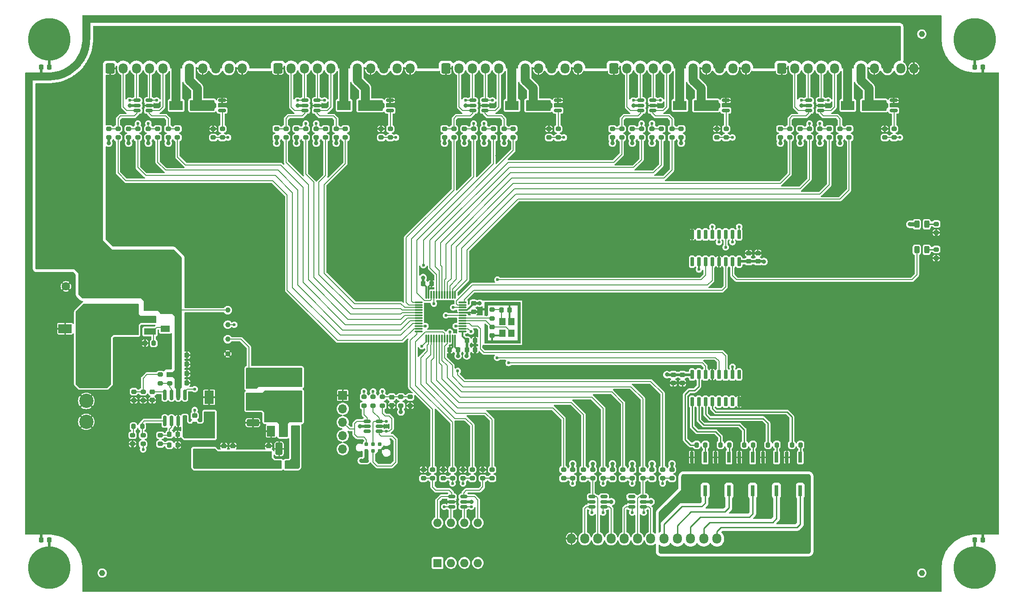
<source format=gbr>
%TF.GenerationSoftware,KiCad,Pcbnew,(6.99.0-4444-ge62463b52b)*%
%TF.CreationDate,2022-12-13T19:15:09+01:00*%
%TF.ProjectId,bd845-pwb,62643834-352d-4707-9762-2e6b69636164,rev?*%
%TF.SameCoordinates,Original*%
%TF.FileFunction,Copper,L1,Top*%
%TF.FilePolarity,Positive*%
%FSLAX46Y46*%
G04 Gerber Fmt 4.6, Leading zero omitted, Abs format (unit mm)*
G04 Created by KiCad (PCBNEW (6.99.0-4444-ge62463b52b)) date 2022-12-13 19:15:09*
%MOMM*%
%LPD*%
G01*
G04 APERTURE LIST*
G04 Aperture macros list*
%AMRoundRect*
0 Rectangle with rounded corners*
0 $1 Rounding radius*
0 $2 $3 $4 $5 $6 $7 $8 $9 X,Y pos of 4 corners*
0 Add a 4 corners polygon primitive as box body*
4,1,4,$2,$3,$4,$5,$6,$7,$8,$9,$2,$3,0*
0 Add four circle primitives for the rounded corners*
1,1,$1+$1,$2,$3*
1,1,$1+$1,$4,$5*
1,1,$1+$1,$6,$7*
1,1,$1+$1,$8,$9*
0 Add four rect primitives between the rounded corners*
20,1,$1+$1,$2,$3,$4,$5,0*
20,1,$1+$1,$4,$5,$6,$7,0*
20,1,$1+$1,$6,$7,$8,$9,0*
20,1,$1+$1,$8,$9,$2,$3,0*%
G04 Aperture macros list end*
%TA.AperFunction,SMDPad,CuDef*%
%ADD10C,1.152000*%
%TD*%
%TA.AperFunction,ComponentPad*%
%ADD11C,2.700000*%
%TD*%
%TA.AperFunction,ComponentPad*%
%ADD12RoundRect,0.250001X-1.099999X1.099999X-1.099999X-1.099999X1.099999X-1.099999X1.099999X1.099999X0*%
%TD*%
%TA.AperFunction,SMDPad,CuDef*%
%ADD13RoundRect,0.150000X0.150000X-0.725000X0.150000X0.725000X-0.150000X0.725000X-0.150000X-0.725000X0*%
%TD*%
%TA.AperFunction,SMDPad,CuDef*%
%ADD14RoundRect,0.150000X-0.150000X0.725000X-0.150000X-0.725000X0.150000X-0.725000X0.150000X0.725000X0*%
%TD*%
%TA.AperFunction,SMDPad,CuDef*%
%ADD15RoundRect,0.200000X0.275000X-0.200000X0.275000X0.200000X-0.275000X0.200000X-0.275000X-0.200000X0*%
%TD*%
%TA.AperFunction,SMDPad,CuDef*%
%ADD16RoundRect,0.200000X-0.275000X0.200000X-0.275000X-0.200000X0.275000X-0.200000X0.275000X0.200000X0*%
%TD*%
%TA.AperFunction,SMDPad,CuDef*%
%ADD17RoundRect,0.225000X0.250000X-0.225000X0.250000X0.225000X-0.250000X0.225000X-0.250000X-0.225000X0*%
%TD*%
%TA.AperFunction,SMDPad,CuDef*%
%ADD18RoundRect,0.150000X0.512500X0.150000X-0.512500X0.150000X-0.512500X-0.150000X0.512500X-0.150000X0*%
%TD*%
%TA.AperFunction,SMDPad,CuDef*%
%ADD19R,0.640000X2.000000*%
%TD*%
%TA.AperFunction,ConnectorPad*%
%ADD20C,0.787400*%
%TD*%
%TA.AperFunction,SMDPad,CuDef*%
%ADD21RoundRect,0.243750X-0.456250X0.243750X-0.456250X-0.243750X0.456250X-0.243750X0.456250X0.243750X0*%
%TD*%
%TA.AperFunction,SMDPad,CuDef*%
%ADD22RoundRect,0.200000X0.200000X0.275000X-0.200000X0.275000X-0.200000X-0.275000X0.200000X-0.275000X0*%
%TD*%
%TA.AperFunction,ComponentPad*%
%ADD23R,1.600000X1.600000*%
%TD*%
%TA.AperFunction,ComponentPad*%
%ADD24O,1.600000X1.600000*%
%TD*%
%TA.AperFunction,ComponentPad*%
%ADD25C,0.900000*%
%TD*%
%TA.AperFunction,ComponentPad*%
%ADD26C,8.000000*%
%TD*%
%TA.AperFunction,SMDPad,CuDef*%
%ADD27RoundRect,0.225000X-0.250000X0.225000X-0.250000X-0.225000X0.250000X-0.225000X0.250000X0.225000X0*%
%TD*%
%TA.AperFunction,SMDPad,CuDef*%
%ADD28RoundRect,0.075000X0.662500X0.075000X-0.662500X0.075000X-0.662500X-0.075000X0.662500X-0.075000X0*%
%TD*%
%TA.AperFunction,SMDPad,CuDef*%
%ADD29RoundRect,0.075000X0.075000X0.662500X-0.075000X0.662500X-0.075000X-0.662500X0.075000X-0.662500X0*%
%TD*%
%TA.AperFunction,SMDPad,CuDef*%
%ADD30RoundRect,0.225000X-0.225000X-0.250000X0.225000X-0.250000X0.225000X0.250000X-0.225000X0.250000X0*%
%TD*%
%TA.AperFunction,ComponentPad*%
%ADD31R,1.700000X1.700000*%
%TD*%
%TA.AperFunction,ComponentPad*%
%ADD32O,1.700000X1.700000*%
%TD*%
%TA.AperFunction,SMDPad,CuDef*%
%ADD33RoundRect,0.150000X-0.150000X0.825000X-0.150000X-0.825000X0.150000X-0.825000X0.150000X0.825000X0*%
%TD*%
%TA.AperFunction,SMDPad,CuDef*%
%ADD34R,2.500000X1.800000*%
%TD*%
%TA.AperFunction,SMDPad,CuDef*%
%ADD35RoundRect,0.225000X0.225000X0.250000X-0.225000X0.250000X-0.225000X-0.250000X0.225000X-0.250000X0*%
%TD*%
%TA.AperFunction,SMDPad,CuDef*%
%ADD36RoundRect,0.243750X0.243750X0.456250X-0.243750X0.456250X-0.243750X-0.456250X0.243750X-0.456250X0*%
%TD*%
%TA.AperFunction,SMDPad,CuDef*%
%ADD37R,1.800000X2.500000*%
%TD*%
%TA.AperFunction,SMDPad,CuDef*%
%ADD38RoundRect,0.150000X-0.512500X-0.150000X0.512500X-0.150000X0.512500X0.150000X-0.512500X0.150000X0*%
%TD*%
%TA.AperFunction,SMDPad,CuDef*%
%ADD39C,1.000000*%
%TD*%
%TA.AperFunction,SMDPad,CuDef*%
%ADD40RoundRect,0.250000X0.412500X0.925000X-0.412500X0.925000X-0.412500X-0.925000X0.412500X-0.925000X0*%
%TD*%
%TA.AperFunction,ComponentPad*%
%ADD41RoundRect,0.250000X-0.600000X-0.725000X0.600000X-0.725000X0.600000X0.725000X-0.600000X0.725000X0*%
%TD*%
%TA.AperFunction,ComponentPad*%
%ADD42O,1.700000X1.950000*%
%TD*%
%TA.AperFunction,SMDPad,CuDef*%
%ADD43R,1.700000X1.300000*%
%TD*%
%TA.AperFunction,SMDPad,CuDef*%
%ADD44RoundRect,0.150000X0.587500X0.150000X-0.587500X0.150000X-0.587500X-0.150000X0.587500X-0.150000X0*%
%TD*%
%TA.AperFunction,SMDPad,CuDef*%
%ADD45R,1.500000X2.000000*%
%TD*%
%TA.AperFunction,SMDPad,CuDef*%
%ADD46R,3.800000X2.000000*%
%TD*%
%TA.AperFunction,SMDPad,CuDef*%
%ADD47RoundRect,0.200000X-0.200000X-0.275000X0.200000X-0.275000X0.200000X0.275000X-0.200000X0.275000X0*%
%TD*%
%TA.AperFunction,SMDPad,CuDef*%
%ADD48R,1.200000X1.400000*%
%TD*%
%TA.AperFunction,ComponentPad*%
%ADD49C,1.600000*%
%TD*%
%TA.AperFunction,SMDPad,CuDef*%
%ADD50RoundRect,0.250000X-0.925000X0.412500X-0.925000X-0.412500X0.925000X-0.412500X0.925000X0.412500X0*%
%TD*%
%TA.AperFunction,SMDPad,CuDef*%
%ADD51R,2.200000X1.200000*%
%TD*%
%TA.AperFunction,SMDPad,CuDef*%
%ADD52R,6.400000X5.800000*%
%TD*%
%TA.AperFunction,ComponentPad*%
%ADD53RoundRect,0.250000X0.600000X0.725000X-0.600000X0.725000X-0.600000X-0.725000X0.600000X-0.725000X0*%
%TD*%
%TA.AperFunction,SMDPad,CuDef*%
%ADD54R,4.000000X1.500000*%
%TD*%
%TA.AperFunction,SMDPad,CuDef*%
%ADD55RoundRect,0.250000X-0.262500X-0.450000X0.262500X-0.450000X0.262500X0.450000X-0.262500X0.450000X0*%
%TD*%
%TA.AperFunction,ViaPad*%
%ADD56C,0.800000*%
%TD*%
%TA.AperFunction,ViaPad*%
%ADD57C,0.600000*%
%TD*%
%TA.AperFunction,Conductor*%
%ADD58C,0.203000*%
%TD*%
%TA.AperFunction,Conductor*%
%ADD59C,0.600000*%
%TD*%
%TA.AperFunction,Conductor*%
%ADD60C,0.508000*%
%TD*%
%TA.AperFunction,Conductor*%
%ADD61C,0.305000*%
%TD*%
%TA.AperFunction,Conductor*%
%ADD62C,0.800000*%
%TD*%
%TA.AperFunction,Conductor*%
%ADD63C,0.300000*%
%TD*%
%TA.AperFunction,Conductor*%
%ADD64C,1.700000*%
%TD*%
%TA.AperFunction,Conductor*%
%ADD65C,0.254000*%
%TD*%
G04 APERTURE END LIST*
D10*
%TO.P,REF\u002A\u002A,*%
%TO.N,*%
X69000000Y-147000000D03*
%TD*%
%TO.P,REF\u002A\u002A,*%
%TO.N,*%
X224000000Y-147000000D03*
%TD*%
%TO.P,REF\u002A\u002A,*%
%TO.N,*%
X224000000Y-45000000D03*
%TD*%
D11*
%TO.P,J101,4,Pin_4*%
%TO.N,GND*%
X66000000Y-118380000D03*
%TO.P,J101,3,Pin_3*%
X66000000Y-114420000D03*
%TO.P,J101,2,Pin_2*%
%TO.N,/Power/EXT_VCC*%
X66000000Y-110460000D03*
D12*
%TO.P,J101,1,Pin_1*%
X66000000Y-106500000D03*
%TD*%
D13*
%TO.P,U102,1,QB*%
%TO.N,/CH4_PAD*%
X180555000Y-114575000D03*
%TO.P,U102,2,QC*%
%TO.N,/CH3_PAD*%
X181825000Y-114575000D03*
%TO.P,U102,3,QD*%
%TO.N,/CH2_PAD*%
X183095000Y-114575000D03*
%TO.P,U102,4,QE*%
%TO.N,/CH1_PAD*%
X184365000Y-114575000D03*
%TO.P,U102,5,QF*%
%TO.N,unconnected-(U102-QF)*%
X185635000Y-114575000D03*
%TO.P,U102,6,QG*%
%TO.N,unconnected-(U102-QG)*%
X186905000Y-114575000D03*
%TO.P,U102,7,QH*%
%TO.N,unconnected-(U102-QH)*%
X188175000Y-114575000D03*
%TO.P,U102,8,GND*%
%TO.N,GND*%
X189445000Y-114575000D03*
%TO.P,U102,9,QH'*%
%TO.N,unconnected-(U102-QH')*%
X189445000Y-109425000D03*
%TO.P,U102,10,~{SRCLR}*%
%TO.N,+3V3*%
X188175000Y-109425000D03*
%TO.P,U102,11,SRCLK*%
%TO.N,/PADS_SRCLK*%
X186905000Y-109425000D03*
%TO.P,U102,12,RCLK*%
%TO.N,/PADS_RCLK*%
X185635000Y-109425000D03*
%TO.P,U102,13,~{OE}*%
%TO.N,GND*%
X184365000Y-109425000D03*
%TO.P,U102,14,SER*%
%TO.N,/PADS_SER*%
X183095000Y-109425000D03*
%TO.P,U102,15,QA*%
%TO.N,/CH5_PAD*%
X181825000Y-109425000D03*
%TO.P,U102,16,VCC*%
%TO.N,+3V3*%
X180555000Y-109425000D03*
%TD*%
D14*
%TO.P,U101,1,QB*%
%TO.N,/LIGHT_CH5*%
X189445000Y-82925000D03*
%TO.P,U101,2,QC*%
%TO.N,/LIGHT_CH4*%
X188175000Y-82925000D03*
%TO.P,U101,3,QD*%
%TO.N,/LIGHT_CH3*%
X186905000Y-82925000D03*
%TO.P,U101,4,QE*%
%TO.N,/LIGHT_CH2*%
X185635000Y-82925000D03*
%TO.P,U101,5,QF*%
%TO.N,/LIGHT_CH1*%
X184365000Y-82925000D03*
%TO.P,U101,6,QG*%
%TO.N,unconnected-(U101-QG)*%
X183095000Y-82925000D03*
%TO.P,U101,7,QH*%
%TO.N,unconnected-(U101-QH)*%
X181825000Y-82925000D03*
%TO.P,U101,8,GND*%
%TO.N,GND*%
X180555000Y-82925000D03*
%TO.P,U101,9,QH'*%
%TO.N,unconnected-(U101-QH')*%
X180555000Y-88075000D03*
%TO.P,U101,10,~{SRCLR}*%
%TO.N,+3V3*%
X181825000Y-88075000D03*
%TO.P,U101,11,SRCLK*%
%TO.N,/LIGHTS_SRCLK*%
X183095000Y-88075000D03*
%TO.P,U101,12,RCLK*%
%TO.N,/LIGHTS_RCLK*%
X184365000Y-88075000D03*
%TO.P,U101,13,~{OE}*%
%TO.N,GND*%
X185635000Y-88075000D03*
%TO.P,U101,14,SER*%
%TO.N,/LIGHTS_SER*%
X186905000Y-88075000D03*
%TO.P,U101,15,QA*%
%TO.N,/STATUS_LED_A*%
X188175000Y-88075000D03*
%TO.P,U101,16,VCC*%
%TO.N,+3V3*%
X189445000Y-88075000D03*
%TD*%
D15*
%TO.P,R105,1*%
%TO.N,/OPT_LIGHT_SW*%
X131500000Y-129075000D03*
%TO.P,R105,2*%
%TO.N,/OPT_LIGHT*%
X131500000Y-127425000D03*
%TD*%
D16*
%TO.P,R203,1*%
%TO.N,VCC*%
X81750000Y-109425000D03*
%TO.P,R203,2*%
%TO.N,/Power/BUCK_EN*%
X81750000Y-111075000D03*
%TD*%
D17*
%TO.P,C211,1*%
%TO.N,/Power/+5V*%
X93750000Y-124525000D03*
%TO.P,C211,2*%
%TO.N,GND*%
X93750000Y-122975000D03*
%TD*%
D15*
%TO.P,R507,1*%
%TO.N,/CH1_S3*%
X79500000Y-64575000D03*
%TO.P,R507,2*%
%TO.N,/Pad Channel 1/CH_S3_CONN*%
X79500000Y-62925000D03*
%TD*%
D18*
%TO.P,U901,1,IO1*%
%TO.N,/Pad Channel 5/CH_S4_CONN*%
X204887500Y-59450000D03*
%TO.P,U901,2,VN*%
%TO.N,GND*%
X204887500Y-58500000D03*
%TO.P,U901,3,IO2*%
%TO.N,/Pad Channel 5/CH_S3_CONN*%
X204887500Y-57550000D03*
%TO.P,U901,4,IO3*%
%TO.N,/Pad Channel 5/CH_S2_CONN*%
X202612500Y-57550000D03*
%TO.P,U901,5,VP*%
%TO.N,+3V3*%
X202612500Y-58500000D03*
%TO.P,U901,6,IO4*%
%TO.N,/Pad Channel 5/CH_S1_CONN*%
X202612500Y-59450000D03*
%TD*%
D15*
%TO.P,R210,1*%
%TO.N,GND*%
X226750000Y-82575000D03*
%TO.P,R210,2*%
%TO.N,/Power/POWER_LED_K*%
X226750000Y-80925000D03*
%TD*%
D19*
%TO.P,U405,1*%
%TO.N,Net-(R405-Pad2)*%
X183019999Y-125099999D03*
%TO.P,U405,2*%
%TO.N,GND*%
X180479999Y-125099999D03*
%TO.P,U405,3*%
%TO.N,GND1*%
X180479999Y-131399999D03*
%TO.P,U405,4*%
%TO.N,/Comm Channel/CH5_PAD_CONN*%
X183019999Y-131399999D03*
%TD*%
D15*
%TO.P,R502,1*%
%TO.N,+3V3*%
X74000000Y-64575000D03*
%TO.P,R502,2*%
%TO.N,/Pad Channel 1/CH_S2_CONN*%
X74000000Y-62925000D03*
%TD*%
%TO.P,R417,1*%
%TO.N,/Comm Channel/TEST_CONN*%
X158000000Y-129075000D03*
%TO.P,R417,2*%
%TO.N,+3V3*%
X158000000Y-127425000D03*
%TD*%
D20*
%TO.P,J301,1,VCC*%
%TO.N,+3V3*%
X118980000Y-123885000D03*
%TO.P,J301,2,SWDIO*%
%TO.N,/MCU/CONN_SWDIO*%
X118980000Y-122615000D03*
%TO.P,J301,3,NRST*%
%TO.N,/MCU/CONN_NRST*%
X120250000Y-123885000D03*
%TO.P,J301,4,SWCLK*%
%TO.N,/MCU/CONN_SWCLK*%
X120250000Y-122615000D03*
%TO.P,J301,5,GND*%
%TO.N,GND*%
X121520000Y-123885000D03*
%TO.P,J301,6,SWO*%
%TO.N,unconnected-(J301-SWO)*%
X121520000Y-122615000D03*
%TD*%
D21*
%TO.P,F201,1*%
%TO.N,+3V3*%
X97000000Y-111562500D03*
%TO.P,F201,2*%
%TO.N,/Power/LDO_VO*%
X97000000Y-113437500D03*
%TD*%
D15*
%TO.P,R407,1*%
%TO.N,/Comm Channel/FL5_CONN*%
X160000000Y-129075000D03*
%TO.P,R407,2*%
%TO.N,/COMM.FL5*%
X160000000Y-127425000D03*
%TD*%
D17*
%TO.P,C212,1*%
%TO.N,/Power/+5V*%
X100500000Y-124525000D03*
%TO.P,C212,2*%
%TO.N,GND*%
X100500000Y-122975000D03*
%TD*%
D16*
%TO.P,R510,1*%
%TO.N,GND*%
X90000000Y-62925000D03*
%TO.P,R510,2*%
%TO.N,/LIGHT_CH1*%
X90000000Y-64575000D03*
%TD*%
%TO.P,R509,1*%
%TO.N,Net-(Q501-G)*%
X91750000Y-62925000D03*
%TO.P,R509,2*%
%TO.N,/LIGHT_CH1*%
X91750000Y-64575000D03*
%TD*%
D15*
%TO.P,R104,1*%
%TO.N,/OPT_BOOT0_SW*%
X135250000Y-129075000D03*
%TO.P,R104,2*%
%TO.N,/OPT_BOOT0*%
X135250000Y-127425000D03*
%TD*%
D18*
%TO.P,U801,1,IO1*%
%TO.N,/Pad Channel 4/CH_S4_CONN*%
X173137500Y-59450000D03*
%TO.P,U801,2,VN*%
%TO.N,GND*%
X173137500Y-58500000D03*
%TO.P,U801,3,IO2*%
%TO.N,/Pad Channel 4/CH_S3_CONN*%
X173137500Y-57550000D03*
%TO.P,U801,4,IO3*%
%TO.N,/Pad Channel 4/CH_S2_CONN*%
X170862500Y-57550000D03*
%TO.P,U801,5,VP*%
%TO.N,+3V3*%
X170862500Y-58500000D03*
%TO.P,U801,6,IO4*%
%TO.N,/Pad Channel 4/CH_S1_CONN*%
X170862500Y-59450000D03*
%TD*%
D22*
%TO.P,R208,1*%
%TO.N,/Power/BUCK_VSENSE*%
X76575000Y-119250000D03*
%TO.P,R208,2*%
%TO.N,Net-(R208-Pad2)*%
X74925000Y-119250000D03*
%TD*%
D23*
%TO.P,SW101,1*%
%TO.N,+3V3*%
X132429999Y-145099999D03*
D24*
%TO.P,SW101,2*%
X134969999Y-145099999D03*
%TO.P,SW101,3*%
X137509999Y-145099999D03*
%TO.P,SW101,4*%
X140049999Y-145099999D03*
%TO.P,SW101,5*%
%TO.N,/OPT_LEGACY_SW*%
X140049999Y-137479999D03*
%TO.P,SW101,6*%
%TO.N,/OPT_DEBOUNCE_SW*%
X137509999Y-137479999D03*
%TO.P,SW101,7*%
%TO.N,/OPT_BOOT0_SW*%
X134969999Y-137479999D03*
%TO.P,SW101,8*%
%TO.N,/OPT_LIGHT_SW*%
X132429999Y-137479999D03*
%TD*%
D18*
%TO.P,U501,1,IO1*%
%TO.N,/Pad Channel 1/CH_S4_CONN*%
X77887500Y-59450000D03*
%TO.P,U501,2,VN*%
%TO.N,GND*%
X77887500Y-58500000D03*
%TO.P,U501,3,IO2*%
%TO.N,/Pad Channel 1/CH_S3_CONN*%
X77887500Y-57550000D03*
%TO.P,U501,4,IO3*%
%TO.N,/Pad Channel 1/CH_S2_CONN*%
X75612500Y-57550000D03*
%TO.P,U501,5,VP*%
%TO.N,+3V3*%
X75612500Y-58500000D03*
%TO.P,U501,6,IO4*%
%TO.N,/Pad Channel 1/CH_S1_CONN*%
X75612500Y-59450000D03*
%TD*%
D25*
%TO.P,H103,1,1*%
%TO.N,Net-(C103-Pad2)*%
X231000000Y-146000000D03*
X231878680Y-143878680D03*
X231878680Y-148121320D03*
X234000000Y-143000000D03*
D26*
X234000000Y-146000000D03*
D25*
X234000000Y-149000000D03*
X236121320Y-143878680D03*
X236121320Y-148121320D03*
X237000000Y-146000000D03*
%TD*%
D15*
%TO.P,R207,1*%
%TO.N,/Power/+5V*%
X76750000Y-122575000D03*
%TO.P,R207,2*%
%TO.N,/Power/BUCK_VSENSE*%
X76750000Y-120925000D03*
%TD*%
%TO.P,R508,1*%
%TO.N,/CH1_S4*%
X83250000Y-64575000D03*
%TO.P,R508,2*%
%TO.N,/Pad Channel 1/CH_S4_CONN*%
X83250000Y-62925000D03*
%TD*%
%TO.P,R802,1*%
%TO.N,+3V3*%
X169250000Y-64575000D03*
%TO.P,R802,2*%
%TO.N,/Pad Channel 4/CH_S2_CONN*%
X169250000Y-62925000D03*
%TD*%
D27*
%TO.P,C206,1*%
%TO.N,/Power/BUCK_SS*%
X78500000Y-112725000D03*
%TO.P,C206,2*%
%TO.N,GND*%
X78500000Y-114275000D03*
%TD*%
D28*
%TO.P,U301,1,VDD*%
%TO.N,+3V3*%
X137162500Y-101250000D03*
%TO.P,U301,2,PC13*%
%TO.N,/PADS_SER*%
X137162500Y-100750000D03*
%TO.P,U301,3,PC14*%
%TO.N,/PADS_RCLK*%
X137162500Y-100250000D03*
%TO.P,U301,4,PC15*%
%TO.N,/PADS_SRCLK*%
X137162500Y-99750000D03*
%TO.P,U301,5,PF0*%
%TO.N,/MCU/RCC_OSC_IN*%
X137162500Y-99250000D03*
%TO.P,U301,6,PF1*%
%TO.N,/MCU/RCC_OSC_OUT*%
X137162500Y-98750000D03*
%TO.P,U301,7,NRST*%
%TO.N,/MCU/MCU_NRST*%
X137162500Y-98250000D03*
%TO.P,U301,8,VSSA*%
%TO.N,GND*%
X137162500Y-97750000D03*
%TO.P,U301,9,VDDA*%
%TO.N,+3V3*%
X137162500Y-97250000D03*
%TO.P,U301,10,PA0*%
%TO.N,/LIGHTS_SRCLK*%
X137162500Y-96750000D03*
%TO.P,U301,11,PA1*%
%TO.N,/LIGHTS_RCLK*%
X137162500Y-96250000D03*
%TO.P,U301,12,PA2*%
%TO.N,/LIGHTS_SER*%
X137162500Y-95750000D03*
D29*
%TO.P,U301,13,PA3*%
%TO.N,/CH5_S4*%
X135750000Y-94337500D03*
%TO.P,U301,14,PA4*%
%TO.N,/CH5_S3*%
X135250000Y-94337500D03*
%TO.P,U301,15,PA5*%
%TO.N,/CH5_S2*%
X134750000Y-94337500D03*
%TO.P,U301,16,PA6*%
%TO.N,/CH5_S1*%
X134250000Y-94337500D03*
%TO.P,U301,17,PA7*%
%TO.N,/CH4_S4*%
X133750000Y-94337500D03*
%TO.P,U301,18,PB0*%
%TO.N,/CH4_S3*%
X133250000Y-94337500D03*
%TO.P,U301,19,PB1*%
%TO.N,/CH4_S2*%
X132750000Y-94337500D03*
%TO.P,U301,20,PB2*%
%TO.N,/CH4_S1*%
X132250000Y-94337500D03*
%TO.P,U301,21,PB10*%
%TO.N,/CH3_S4*%
X131750000Y-94337500D03*
%TO.P,U301,22,PB11*%
%TO.N,/CH3_S3*%
X131250000Y-94337500D03*
%TO.P,U301,23,VSS*%
%TO.N,GND*%
X130750000Y-94337500D03*
%TO.P,U301,24,VDD*%
%TO.N,+3V3*%
X130250000Y-94337500D03*
D28*
%TO.P,U301,25,PB12*%
%TO.N,/CH3_S2*%
X128837500Y-95750000D03*
%TO.P,U301,26,PB13*%
%TO.N,/CH3_S1*%
X128837500Y-96250000D03*
%TO.P,U301,27,PB14*%
%TO.N,/CH2_S4*%
X128837500Y-96750000D03*
%TO.P,U301,28,PB15*%
%TO.N,/CH2_S3*%
X128837500Y-97250000D03*
%TO.P,U301,29,PA8*%
%TO.N,/CH2_S2*%
X128837500Y-97750000D03*
%TO.P,U301,30,PA9*%
%TO.N,/CH2_S1*%
X128837500Y-98250000D03*
%TO.P,U301,31,PA10*%
%TO.N,/CH1_S4*%
X128837500Y-98750000D03*
%TO.P,U301,32,PA11*%
%TO.N,/CH1_S3*%
X128837500Y-99250000D03*
%TO.P,U301,33,PA12*%
%TO.N,/CH1_S2*%
X128837500Y-99750000D03*
%TO.P,U301,34,PA13*%
%TO.N,/MCU/MCU_SWDIO*%
X128837500Y-100250000D03*
%TO.P,U301,35,PF6*%
%TO.N,/CH1_S1*%
X128837500Y-100750000D03*
%TO.P,U301,36,PF7*%
%TO.N,/OPT_LIGHT*%
X128837500Y-101250000D03*
D29*
%TO.P,U301,37,PA14*%
%TO.N,/MCU/MCU_SWCLK*%
X130250000Y-102662500D03*
%TO.P,U301,38,PA15*%
%TO.N,/OPT_DEBOUNCE*%
X130750000Y-102662500D03*
%TO.P,U301,39,PB3*%
%TO.N,/OPT_LEGACY*%
X131250000Y-102662500D03*
%TO.P,U301,40,PB4*%
%TO.N,/COMM.TEST*%
X131750000Y-102662500D03*
%TO.P,U301,41,PB5*%
%TO.N,/COMM.FL5*%
X132250000Y-102662500D03*
%TO.P,U301,42,PB6*%
%TO.N,/COMM.FL4*%
X132750000Y-102662500D03*
%TO.P,U301,43,PB7*%
%TO.N,/COMM.FL3*%
X133250000Y-102662500D03*
%TO.P,U301,44,BOOT0*%
%TO.N,/OPT_BOOT0*%
X133750000Y-102662500D03*
%TO.P,U301,45,PB8*%
%TO.N,/COMM.FL2*%
X134250000Y-102662500D03*
%TO.P,U301,46,PB9*%
%TO.N,/COMM.FL1*%
X134750000Y-102662500D03*
%TO.P,U301,47,VSS*%
%TO.N,GND*%
X135250000Y-102662500D03*
%TO.P,U301,48,VDD*%
%TO.N,+3V3*%
X135750000Y-102662500D03*
%TD*%
D15*
%TO.P,R503,1*%
%TO.N,+3V3*%
X77750000Y-64575000D03*
%TO.P,R503,2*%
%TO.N,/Pad Channel 1/CH_S3_CONN*%
X77750000Y-62925000D03*
%TD*%
D16*
%TO.P,R209,1*%
%TO.N,Net-(R208-Pad2)*%
X74750000Y-120925000D03*
%TO.P,R209,2*%
%TO.N,GND*%
X74750000Y-122575000D03*
%TD*%
D15*
%TO.P,R303,1*%
%TO.N,/MCU/RCC_OSC_OUT*%
X142750000Y-98825000D03*
%TO.P,R303,2*%
%TO.N,Net-(C303-Pad1)*%
X142750000Y-97175000D03*
%TD*%
D30*
%TO.P,C208,1*%
%TO.N,Net-(C208-Pad1)*%
X81725000Y-122750000D03*
%TO.P,C208,2*%
%TO.N,GND*%
X83275000Y-122750000D03*
%TD*%
D31*
%TO.P,J302,1,Pin_1*%
%TO.N,GND*%
X114499999Y-113379999D03*
D32*
%TO.P,J302,2,Pin_2*%
%TO.N,/MCU/CONN_SWCLK*%
X114499999Y-115919999D03*
%TO.P,J302,3,Pin_3*%
%TO.N,/MCU/CONN_SWDIO*%
X114499999Y-118459999D03*
%TO.P,J302,4,Pin_4*%
%TO.N,/MCU/CONN_NRST*%
X114499999Y-120999999D03*
%TO.P,J302,5,Pin_5*%
%TO.N,+3V3*%
X114499999Y-123539999D03*
%TD*%
D15*
%TO.P,R406,1*%
%TO.N,/Comm Channel/TEST_CONN*%
X156250000Y-129075000D03*
%TO.P,R406,2*%
%TO.N,/COMM.TEST*%
X156250000Y-127425000D03*
%TD*%
D30*
%TO.P,C306,1*%
%TO.N,+3V3*%
X129725000Y-92250000D03*
%TO.P,C306,2*%
%TO.N,GND*%
X131275000Y-92250000D03*
%TD*%
D18*
%TO.P,U302,1,IO1*%
%TO.N,/MCU/CONN_NRST*%
X121387500Y-120200000D03*
%TO.P,U302,2,VN*%
%TO.N,GND*%
X121387500Y-119250000D03*
%TO.P,U302,3,IO2*%
%TO.N,/MCU/CONN_SWCLK*%
X121387500Y-118300000D03*
%TO.P,U302,4,IO3*%
%TO.N,/MCU/CONN_SWDIO*%
X119112500Y-118300000D03*
%TO.P,U302,5,VP*%
%TO.N,+3V3*%
X119112500Y-119250000D03*
%TO.P,U302,6,IO4*%
%TO.N,unconnected-(U302-IO4)*%
X119112500Y-120200000D03*
%TD*%
D27*
%TO.P,C301,1*%
%TO.N,/MCU/RCC_OSC_IN*%
X142750000Y-100475000D03*
%TO.P,C301,2*%
%TO.N,GND*%
X142750000Y-102025000D03*
%TD*%
D15*
%TO.P,R108,1*%
%TO.N,/OPT_BOOT0_SW*%
X133500000Y-129075000D03*
%TO.P,R108,2*%
%TO.N,GND*%
X133500000Y-127425000D03*
%TD*%
D33*
%TO.P,U201,1,BOOT*%
%TO.N,/Power/BUCK_BOOT*%
X84655000Y-113275000D03*
%TO.P,U201,2,VIN*%
%TO.N,VCC*%
X83385000Y-113275000D03*
%TO.P,U201,3,EN*%
%TO.N,/Power/BUCK_EN*%
X82115000Y-113275000D03*
%TO.P,U201,4,SS*%
%TO.N,/Power/BUCK_SS*%
X80845000Y-113275000D03*
%TO.P,U201,5,VSENSE*%
%TO.N,/Power/BUCK_VSENSE*%
X80845000Y-118225000D03*
%TO.P,U201,6,COMP*%
%TO.N,/Power/BUCK_CP*%
X82115000Y-118225000D03*
%TO.P,U201,7,GND*%
%TO.N,GND*%
X83385000Y-118225000D03*
%TO.P,U201,8,PH*%
%TO.N,/Power/BUCK_PH*%
X84655000Y-118225000D03*
%TD*%
D15*
%TO.P,R606,1*%
%TO.N,/CH2_S2*%
X107500000Y-64575000D03*
%TO.P,R606,2*%
%TO.N,/Pad Channel 2/CH_S2_CONN*%
X107500000Y-62925000D03*
%TD*%
%TO.P,R608,1*%
%TO.N,/CH2_S4*%
X115000000Y-64575000D03*
%TO.P,R608,2*%
%TO.N,/Pad Channel 2/CH_S4_CONN*%
X115000000Y-62925000D03*
%TD*%
D34*
%TO.P,D601,1,K*%
%TO.N,VCC*%
X114749999Y-58499999D03*
%TO.P,D601,2,A*%
%TO.N,/Pad Channel 2/CH_LIGHT_CONN*%
X118749999Y-58499999D03*
%TD*%
D35*
%TO.P,C102,1*%
%TO.N,GND*%
X235550000Y-51250000D03*
%TO.P,C102,2*%
%TO.N,Net-(C102-Pad2)*%
X234000000Y-51250000D03*
%TD*%
D36*
%TO.P,D204,1,K*%
%TO.N,/Power/POWER_LED_K*%
X224937500Y-81000000D03*
%TO.P,D204,2,A*%
%TO.N,+3V3*%
X223062500Y-81000000D03*
%TD*%
D15*
%TO.P,R102,1*%
%TO.N,/OPT_LEGACY_SW*%
X142750000Y-129075000D03*
%TO.P,R102,2*%
%TO.N,/OPT_LEGACY*%
X142750000Y-127425000D03*
%TD*%
D37*
%TO.P,D203,1,K*%
%TO.N,/Power/BUCK_PH*%
X89249999Y-117749999D03*
%TO.P,D203,2,A*%
%TO.N,GND*%
X89249999Y-113749999D03*
%TD*%
D38*
%TO.P,U406,1,IO1*%
%TO.N,unconnected-(U406-IO1)*%
X169112500Y-132550000D03*
%TO.P,U406,2,VN*%
%TO.N,GND*%
X169112500Y-133500000D03*
%TO.P,U406,3,IO2*%
%TO.N,/Comm Channel/FL3_CONN*%
X169112500Y-134450000D03*
%TO.P,U406,4,IO3*%
%TO.N,/Comm Channel/FL1_CONN*%
X171387500Y-134450000D03*
%TO.P,U406,5,VP*%
%TO.N,+3V3*%
X171387500Y-133500000D03*
%TO.P,U406,6,IO4*%
%TO.N,/Comm Channel/FL2_CONN*%
X171387500Y-132550000D03*
%TD*%
D15*
%TO.P,R505,1*%
%TO.N,/CH1_S1*%
X72000000Y-64575000D03*
%TO.P,R505,2*%
%TO.N,/Pad Channel 1/CH_S1_CONN*%
X72000000Y-62925000D03*
%TD*%
D27*
%TO.P,C307,1*%
%TO.N,+3V3*%
X139250000Y-95975000D03*
%TO.P,C307,2*%
%TO.N,GND*%
X139250000Y-97525000D03*
%TD*%
D39*
%TO.P,TP202,1,1*%
%TO.N,GND*%
X92750000Y-105500000D03*
%TD*%
D18*
%TO.P,U601,1,IO1*%
%TO.N,/Pad Channel 2/CH_S4_CONN*%
X109637500Y-59450000D03*
%TO.P,U601,2,VN*%
%TO.N,GND*%
X109637500Y-58500000D03*
%TO.P,U601,3,IO2*%
%TO.N,/Pad Channel 2/CH_S3_CONN*%
X109637500Y-57550000D03*
%TO.P,U601,4,IO3*%
%TO.N,/Pad Channel 2/CH_S2_CONN*%
X107362500Y-57550000D03*
%TO.P,U601,5,VP*%
%TO.N,+3V3*%
X107362500Y-58500000D03*
%TO.P,U601,6,IO4*%
%TO.N,/Pad Channel 2/CH_S1_CONN*%
X107362500Y-59450000D03*
%TD*%
D34*
%TO.P,D701,1,K*%
%TO.N,VCC*%
X146499999Y-58499999D03*
%TO.P,D701,2,A*%
%TO.N,/Pad Channel 3/CH_LIGHT_CONN*%
X150499999Y-58499999D03*
%TD*%
D40*
%TO.P,C213,1*%
%TO.N,/Power/LDO_VI*%
X105537500Y-123500000D03*
%TO.P,C213,2*%
%TO.N,GND*%
X102462500Y-123500000D03*
%TD*%
D17*
%TO.P,C105,1*%
%TO.N,+3V3*%
X191250000Y-88025000D03*
%TO.P,C105,2*%
%TO.N,GND*%
X191250000Y-86475000D03*
%TD*%
D15*
%TO.P,R411,1*%
%TO.N,/Comm Channel/FL1_CONN*%
X175000000Y-129075000D03*
%TO.P,R411,2*%
%TO.N,/COMM.FL1*%
X175000000Y-127425000D03*
%TD*%
D16*
%TO.P,R709,1*%
%TO.N,Net-(Q701-G)*%
X155250000Y-62925000D03*
%TO.P,R709,2*%
%TO.N,/LIGHT_CH3*%
X155250000Y-64575000D03*
%TD*%
D30*
%TO.P,C303,1*%
%TO.N,Net-(C303-Pad1)*%
X144475000Y-97250000D03*
%TO.P,C303,2*%
%TO.N,GND*%
X146025000Y-97250000D03*
%TD*%
D34*
%TO.P,D901,1,K*%
%TO.N,VCC*%
X209999999Y-58499999D03*
%TO.P,D901,2,A*%
%TO.N,/Pad Channel 5/CH_LIGHT_CONN*%
X213999999Y-58499999D03*
%TD*%
D27*
%TO.P,C302,1*%
%TO.N,/MCU/MCU_NRST*%
X123750000Y-113725000D03*
%TO.P,C302,2*%
%TO.N,GND*%
X123750000Y-115275000D03*
%TD*%
D15*
%TO.P,R806,1*%
%TO.N,/CH4_S2*%
X171000000Y-64575000D03*
%TO.P,R806,2*%
%TO.N,/Pad Channel 4/CH_S2_CONN*%
X171000000Y-62925000D03*
%TD*%
%TO.P,R908,1*%
%TO.N,/CH5_S4*%
X210250000Y-64575000D03*
%TO.P,R908,2*%
%TO.N,/Pad Channel 5/CH_S4_CONN*%
X210250000Y-62925000D03*
%TD*%
D41*
%TO.P,J601,1,Pin_1*%
%TO.N,GND*%
X102250000Y-51500000D03*
D42*
%TO.P,J601,2,Pin_2*%
%TO.N,/Pad Channel 2/CH_S1_CONN*%
X104749999Y-51499999D03*
%TO.P,J601,3,Pin_3*%
%TO.N,/Pad Channel 2/CH_S2_CONN*%
X107249999Y-51499999D03*
%TO.P,J601,4,Pin_4*%
%TO.N,/Pad Channel 2/CH_S3_CONN*%
X109749999Y-51499999D03*
%TO.P,J601,5,Pin_5*%
%TO.N,/Pad Channel 2/CH_S4_CONN*%
X112249999Y-51499999D03*
%TO.P,J601,6,Pin_6*%
%TO.N,VCC*%
X114749999Y-51499999D03*
%TO.P,J601,7,Pin_7*%
%TO.N,/Pad Channel 2/CH_LIGHT_CONN*%
X117249999Y-51499999D03*
%TO.P,J601,8,Pin_8*%
%TO.N,GND*%
X119749999Y-51499999D03*
%TO.P,J601,9,Pin_9*%
%TO.N,VCC*%
X122249999Y-51499999D03*
%TO.P,J601,10,Pin_10*%
%TO.N,/Pad Channel 2/CH_LIGHT_CONN*%
X124749999Y-51499999D03*
%TO.P,J601,11,Pin_11*%
%TO.N,GND*%
X127249999Y-51499999D03*
%TD*%
D43*
%TO.P,D202,1,K*%
%TO.N,VCC*%
X80924999Y-97249999D03*
%TO.P,D202,2,A*%
%TO.N,Net-(D202-A)*%
X80924999Y-100749999D03*
%TD*%
D44*
%TO.P,Q701,1,G*%
%TO.N,Net-(Q701-G)*%
X155187500Y-59450000D03*
%TO.P,Q701,2,S*%
%TO.N,GND*%
X155187500Y-57550000D03*
%TO.P,Q701,3,D*%
%TO.N,/Pad Channel 3/CH_LIGHT_CONN*%
X153312500Y-58500000D03*
%TD*%
D16*
%TO.P,R202,1*%
%TO.N,Net-(R202-Pad1)*%
X75000000Y-112675000D03*
%TO.P,R202,2*%
%TO.N,GND*%
X75000000Y-114325000D03*
%TD*%
D15*
%TO.P,R708,1*%
%TO.N,/CH3_S4*%
X146750000Y-64575000D03*
%TO.P,R708,2*%
%TO.N,/Pad Channel 3/CH_S4_CONN*%
X146750000Y-62925000D03*
%TD*%
%TO.P,R803,1*%
%TO.N,+3V3*%
X173000000Y-64575000D03*
%TO.P,R803,2*%
%TO.N,/Pad Channel 4/CH_S3_CONN*%
X173000000Y-62925000D03*
%TD*%
D45*
%TO.P,U202,1,GND*%
%TO.N,GND*%
X100949999Y-120149999D03*
%TO.P,U202,2,VO*%
%TO.N,/Power/LDO_VO*%
X103249999Y-120149999D03*
D46*
X103249999Y-113849999D03*
D45*
%TO.P,U202,3,VI*%
%TO.N,/Power/LDO_VI*%
X105549999Y-120149999D03*
%TD*%
D16*
%TO.P,R710,1*%
%TO.N,GND*%
X153500000Y-62925000D03*
%TO.P,R710,2*%
%TO.N,/LIGHT_CH3*%
X153500000Y-64575000D03*
%TD*%
D15*
%TO.P,R415,1*%
%TO.N,/Comm Channel/FL4_CONN*%
X165500000Y-129075000D03*
%TO.P,R415,2*%
%TO.N,+3V3*%
X165500000Y-127425000D03*
%TD*%
%TO.P,R807,1*%
%TO.N,/CH4_S3*%
X174750000Y-64575000D03*
%TO.P,R807,2*%
%TO.N,/Pad Channel 4/CH_S3_CONN*%
X174750000Y-62925000D03*
%TD*%
D30*
%TO.P,C101,1*%
%TO.N,GND*%
X57450000Y-51250000D03*
%TO.P,C101,2*%
%TO.N,Net-(C101-Pad2)*%
X59000000Y-51250000D03*
%TD*%
D18*
%TO.P,U701,1,IO1*%
%TO.N,/Pad Channel 3/CH_S4_CONN*%
X141387500Y-59450000D03*
%TO.P,U701,2,VN*%
%TO.N,GND*%
X141387500Y-58500000D03*
%TO.P,U701,3,IO2*%
%TO.N,/Pad Channel 3/CH_S3_CONN*%
X141387500Y-57550000D03*
%TO.P,U701,4,IO3*%
%TO.N,/Pad Channel 3/CH_S2_CONN*%
X139112500Y-57550000D03*
%TO.P,U701,5,VP*%
%TO.N,+3V3*%
X139112500Y-58500000D03*
%TO.P,U701,6,IO4*%
%TO.N,/Pad Channel 3/CH_S1_CONN*%
X139112500Y-59450000D03*
%TD*%
D16*
%TO.P,R302,1*%
%TO.N,/MCU/MCU_NRST*%
X127250000Y-113675000D03*
%TO.P,R302,2*%
%TO.N,GND*%
X127250000Y-115325000D03*
%TD*%
%TO.P,R910,1*%
%TO.N,GND*%
X217000000Y-62925000D03*
%TO.P,R910,2*%
%TO.N,/LIGHT_CH5*%
X217000000Y-64575000D03*
%TD*%
D30*
%TO.P,C205,1*%
%TO.N,VCC*%
X83475000Y-111000000D03*
%TO.P,C205,2*%
%TO.N,GND*%
X85025000Y-111000000D03*
%TD*%
D44*
%TO.P,Q901,1,G*%
%TO.N,Net-(Q901-G)*%
X218687500Y-59450000D03*
%TO.P,Q901,2,S*%
%TO.N,GND*%
X218687500Y-57550000D03*
%TO.P,Q901,3,D*%
%TO.N,/Pad Channel 5/CH_LIGHT_CONN*%
X216812500Y-58500000D03*
%TD*%
D41*
%TO.P,J901,1,Pin_1*%
%TO.N,GND*%
X197500000Y-51500000D03*
D42*
%TO.P,J901,2,Pin_2*%
%TO.N,/Pad Channel 5/CH_S1_CONN*%
X199999999Y-51499999D03*
%TO.P,J901,3,Pin_3*%
%TO.N,/Pad Channel 5/CH_S2_CONN*%
X202499999Y-51499999D03*
%TO.P,J901,4,Pin_4*%
%TO.N,/Pad Channel 5/CH_S3_CONN*%
X204999999Y-51499999D03*
%TO.P,J901,5,Pin_5*%
%TO.N,/Pad Channel 5/CH_S4_CONN*%
X207499999Y-51499999D03*
%TO.P,J901,6,Pin_6*%
%TO.N,VCC*%
X209999999Y-51499999D03*
%TO.P,J901,7,Pin_7*%
%TO.N,/Pad Channel 5/CH_LIGHT_CONN*%
X212499999Y-51499999D03*
%TO.P,J901,8,Pin_8*%
%TO.N,GND*%
X214999999Y-51499999D03*
%TO.P,J901,9,Pin_9*%
%TO.N,VCC*%
X217499999Y-51499999D03*
%TO.P,J901,10,Pin_10*%
%TO.N,/Pad Channel 5/CH_LIGHT_CONN*%
X219999999Y-51499999D03*
%TO.P,J901,11,Pin_11*%
%TO.N,GND*%
X222499999Y-51499999D03*
%TD*%
D15*
%TO.P,R204,1*%
%TO.N,/Power/BUCK_EN*%
X80000000Y-111075000D03*
%TO.P,R204,2*%
%TO.N,Net-(R202-Pad1)*%
X80000000Y-109425000D03*
%TD*%
D27*
%TO.P,C209,1*%
%TO.N,/Power/BUCK_BOOT*%
X86500000Y-117225000D03*
%TO.P,C209,2*%
%TO.N,/Power/BUCK_PH*%
X86500000Y-118775000D03*
%TD*%
D47*
%TO.P,R403,1*%
%TO.N,/CH3_PAD*%
X190425000Y-122750000D03*
%TO.P,R403,2*%
%TO.N,Net-(R403-Pad2)*%
X192075000Y-122750000D03*
%TD*%
%TO.P,R402,1*%
%TO.N,/CH2_PAD*%
X194925000Y-122750000D03*
%TO.P,R402,2*%
%TO.N,Net-(R402-Pad2)*%
X196575000Y-122750000D03*
%TD*%
D15*
%TO.P,R409,1*%
%TO.N,/Comm Channel/FL3_CONN*%
X167500000Y-129075000D03*
%TO.P,R409,2*%
%TO.N,/COMM.FL3*%
X167500000Y-127425000D03*
%TD*%
D47*
%TO.P,R405,1*%
%TO.N,/CH5_PAD*%
X181425000Y-122750000D03*
%TO.P,R405,2*%
%TO.N,Net-(R405-Pad2)*%
X183075000Y-122750000D03*
%TD*%
D15*
%TO.P,R304,1*%
%TO.N,/MCU/CONN_NRST*%
X122000000Y-115325000D03*
%TO.P,R304,2*%
%TO.N,/MCU/MCU_NRST*%
X122000000Y-113675000D03*
%TD*%
%TO.P,R416,1*%
%TO.N,/Comm Channel/FL5_CONN*%
X161750000Y-129075000D03*
%TO.P,R416,2*%
%TO.N,+3V3*%
X161750000Y-127425000D03*
%TD*%
D47*
%TO.P,R401,1*%
%TO.N,/CH1_PAD*%
X199425000Y-122750000D03*
%TO.P,R401,2*%
%TO.N,Net-(R401-Pad2)*%
X201075000Y-122750000D03*
%TD*%
D15*
%TO.P,R906,1*%
%TO.N,/CH5_S2*%
X202750000Y-64575000D03*
%TO.P,R906,2*%
%TO.N,/Pad Channel 5/CH_S2_CONN*%
X202750000Y-62925000D03*
%TD*%
%TO.P,R601,1*%
%TO.N,+3V3*%
X102000000Y-64575000D03*
%TO.P,R601,2*%
%TO.N,/Pad Channel 2/CH_S1_CONN*%
X102000000Y-62925000D03*
%TD*%
D30*
%TO.P,C203,1*%
%TO.N,VCC*%
X83475000Y-107500000D03*
%TO.P,C203,2*%
%TO.N,GND*%
X85025000Y-107500000D03*
%TD*%
D16*
%TO.P,R909,1*%
%TO.N,Net-(Q901-G)*%
X218750000Y-62925000D03*
%TO.P,R909,2*%
%TO.N,/LIGHT_CH5*%
X218750000Y-64575000D03*
%TD*%
%TO.P,R206,1*%
%TO.N,/Power/BUCK_CP*%
X80000000Y-120925000D03*
%TO.P,R206,2*%
%TO.N,Net-(C208-Pad1)*%
X80000000Y-122575000D03*
%TD*%
D15*
%TO.P,R301,1*%
%TO.N,+3V3*%
X125500000Y-115325000D03*
%TO.P,R301,2*%
%TO.N,/MCU/MCU_NRST*%
X125500000Y-113675000D03*
%TD*%
D30*
%TO.P,C204,1*%
%TO.N,VCC*%
X83475000Y-109250000D03*
%TO.P,C204,2*%
%TO.N,GND*%
X85025000Y-109250000D03*
%TD*%
D15*
%TO.P,R701,1*%
%TO.N,+3V3*%
X133750000Y-64575000D03*
%TO.P,R701,2*%
%TO.N,/Pad Channel 3/CH_S1_CONN*%
X133750000Y-62925000D03*
%TD*%
D41*
%TO.P,J501,1,Pin_1*%
%TO.N,GND*%
X70500000Y-51500000D03*
D42*
%TO.P,J501,2,Pin_2*%
%TO.N,/Pad Channel 1/CH_S1_CONN*%
X72999999Y-51499999D03*
%TO.P,J501,3,Pin_3*%
%TO.N,/Pad Channel 1/CH_S2_CONN*%
X75499999Y-51499999D03*
%TO.P,J501,4,Pin_4*%
%TO.N,/Pad Channel 1/CH_S3_CONN*%
X77999999Y-51499999D03*
%TO.P,J501,5,Pin_5*%
%TO.N,/Pad Channel 1/CH_S4_CONN*%
X80499999Y-51499999D03*
%TO.P,J501,6,Pin_6*%
%TO.N,VCC*%
X82999999Y-51499999D03*
%TO.P,J501,7,Pin_7*%
%TO.N,/Pad Channel 1/CH_LIGHT_CONN*%
X85499999Y-51499999D03*
%TO.P,J501,8,Pin_8*%
%TO.N,GND*%
X87999999Y-51499999D03*
%TO.P,J501,9,Pin_9*%
%TO.N,VCC*%
X90499999Y-51499999D03*
%TO.P,J501,10,Pin_10*%
%TO.N,/Pad Channel 1/CH_LIGHT_CONN*%
X92999999Y-51499999D03*
%TO.P,J501,11,Pin_11*%
%TO.N,GND*%
X95499999Y-51499999D03*
%TD*%
D48*
%TO.P,Y301,1,1*%
%TO.N,/MCU/RCC_OSC_IN*%
X146349999Y-101599999D03*
%TO.P,Y301,2,2*%
%TO.N,GND*%
X146349999Y-99399999D03*
%TO.P,Y301,3,3*%
%TO.N,Net-(C303-Pad1)*%
X144649999Y-99399999D03*
%TO.P,Y301,4,4*%
%TO.N,GND*%
X144649999Y-101599999D03*
%TD*%
D34*
%TO.P,D501,1,K*%
%TO.N,VCC*%
X82999999Y-58499999D03*
%TO.P,D501,2,A*%
%TO.N,/Pad Channel 1/CH_LIGHT_CONN*%
X86999999Y-58499999D03*
%TD*%
D23*
%TO.P,C201,1*%
%TO.N,VCC*%
X65652650Y-92749999D03*
D49*
%TO.P,C201,2*%
%TO.N,GND*%
X62152651Y-92750000D03*
%TD*%
D36*
%TO.P,D101,1,K*%
%TO.N,/STATUS_LED_K*%
X224937500Y-85825000D03*
%TO.P,D101,2,A*%
%TO.N,/STATUS_LED_A*%
X223062500Y-85825000D03*
%TD*%
D19*
%TO.P,U401,1*%
%TO.N,Net-(R401-Pad2)*%
X201019999Y-125099999D03*
%TO.P,U401,2*%
%TO.N,GND*%
X198479999Y-125099999D03*
%TO.P,U401,3*%
%TO.N,GND1*%
X198479999Y-131399999D03*
%TO.P,U401,4*%
%TO.N,/Comm Channel/CH1_PAD_CONN*%
X201019999Y-131399999D03*
%TD*%
D15*
%TO.P,R603,1*%
%TO.N,+3V3*%
X109500000Y-64575000D03*
%TO.P,R603,2*%
%TO.N,/Pad Channel 2/CH_S3_CONN*%
X109500000Y-62925000D03*
%TD*%
%TO.P,R605,1*%
%TO.N,/CH2_S1*%
X103750000Y-64575000D03*
%TO.P,R605,2*%
%TO.N,/Pad Channel 2/CH_S1_CONN*%
X103750000Y-62925000D03*
%TD*%
%TO.P,R702,1*%
%TO.N,+3V3*%
X137500000Y-64575000D03*
%TO.P,R702,2*%
%TO.N,/Pad Channel 3/CH_S2_CONN*%
X137500000Y-62925000D03*
%TD*%
D50*
%TO.P,C214,1*%
%TO.N,/Power/LDO_VO*%
X97500000Y-115462500D03*
%TO.P,C214,2*%
%TO.N,GND*%
X97500000Y-118537500D03*
%TD*%
D15*
%TO.P,R103,1*%
%TO.N,/OPT_DEBOUNCE_SW*%
X139000000Y-129075000D03*
%TO.P,R103,2*%
%TO.N,/OPT_DEBOUNCE*%
X139000000Y-127425000D03*
%TD*%
D51*
%TO.P,Q201,1,G*%
%TO.N,Net-(D202-A)*%
X78049999Y-101279999D03*
%TO.P,Q201,2,D*%
%TO.N,/Power/EXT_VCC*%
X78049999Y-98999999D03*
D52*
X71749999Y-98999999D03*
D51*
%TO.P,Q201,3,S*%
%TO.N,VCC*%
X78049999Y-96719999D03*
%TD*%
D53*
%TO.P,J401,1,Pin_1*%
%TO.N,GND1*%
X187750000Y-140500000D03*
D42*
%TO.P,J401,2,Pin_2*%
%TO.N,/Comm Channel/CH1_PAD_CONN*%
X185249999Y-140499999D03*
%TO.P,J401,3,Pin_3*%
%TO.N,/Comm Channel/CH2_PAD_CONN*%
X182749999Y-140499999D03*
%TO.P,J401,4,Pin_4*%
%TO.N,/Comm Channel/CH3_PAD_CONN*%
X180249999Y-140499999D03*
%TO.P,J401,5,Pin_5*%
%TO.N,/Comm Channel/CH4_PAD_CONN*%
X177749999Y-140499999D03*
%TO.P,J401,6,Pin_6*%
%TO.N,/Comm Channel/CH5_PAD_CONN*%
X175249999Y-140499999D03*
%TO.P,J401,7,Pin_7*%
%TO.N,/Comm Channel/FL1_CONN*%
X172749999Y-140499999D03*
%TO.P,J401,8,Pin_8*%
%TO.N,/Comm Channel/FL2_CONN*%
X170249999Y-140499999D03*
%TO.P,J401,9,Pin_9*%
%TO.N,/Comm Channel/FL3_CONN*%
X167749999Y-140499999D03*
%TO.P,J401,10,Pin_10*%
%TO.N,/Comm Channel/FL4_CONN*%
X165249999Y-140499999D03*
%TO.P,J401,11,Pin_11*%
%TO.N,/Comm Channel/FL5_CONN*%
X162749999Y-140499999D03*
%TO.P,J401,12,Pin_12*%
%TO.N,/Comm Channel/TEST_CONN*%
X160249999Y-140499999D03*
%TO.P,J401,13,Pin_13*%
%TO.N,GND*%
X157749999Y-140499999D03*
%TD*%
D30*
%TO.P,C104,1*%
%TO.N,GND*%
X57450000Y-140750000D03*
%TO.P,C104,2*%
%TO.N,Net-(C104-Pad2)*%
X59000000Y-140750000D03*
%TD*%
D16*
%TO.P,R101,1*%
%TO.N,/STATUS_LED_K*%
X226750000Y-85750000D03*
%TO.P,R101,2*%
%TO.N,GND*%
X226750000Y-87400000D03*
%TD*%
D39*
%TO.P,TP204,1,1*%
%TO.N,/Power/+5V*%
X92750000Y-100000000D03*
%TD*%
D22*
%TO.P,R201,1*%
%TO.N,Net-(D202-A)*%
X78750000Y-103500000D03*
%TO.P,R201,2*%
%TO.N,GND*%
X77100000Y-103500000D03*
%TD*%
D38*
%TO.P,U407,1,IO1*%
%TO.N,/Comm Channel/FL5_CONN*%
X161612500Y-132550000D03*
%TO.P,U407,2,VN*%
%TO.N,GND*%
X161612500Y-133500000D03*
%TO.P,U407,3,IO2*%
%TO.N,/Comm Channel/TEST_CONN*%
X161612500Y-134450000D03*
%TO.P,U407,4,IO3*%
%TO.N,/Comm Channel/FL4_CONN*%
X163887500Y-134450000D03*
%TO.P,U407,5,VP*%
%TO.N,+3V3*%
X163887500Y-133500000D03*
%TO.P,U407,6,IO4*%
%TO.N,unconnected-(U407-IO4)*%
X163887500Y-132550000D03*
%TD*%
D15*
%TO.P,R801,1*%
%TO.N,+3V3*%
X165500000Y-64575000D03*
%TO.P,R801,2*%
%TO.N,/Pad Channel 4/CH_S1_CONN*%
X165500000Y-62925000D03*
%TD*%
%TO.P,R501,1*%
%TO.N,+3V3*%
X70250000Y-64575000D03*
%TO.P,R501,2*%
%TO.N,/Pad Channel 1/CH_S1_CONN*%
X70250000Y-62925000D03*
%TD*%
%TO.P,R109,1*%
%TO.N,/OPT_LIGHT_SW*%
X129750000Y-129075000D03*
%TO.P,R109,2*%
%TO.N,GND*%
X129750000Y-127425000D03*
%TD*%
%TO.P,R604,1*%
%TO.N,+3V3*%
X113250000Y-64575000D03*
%TO.P,R604,2*%
%TO.N,/Pad Channel 2/CH_S4_CONN*%
X113250000Y-62925000D03*
%TD*%
%TO.P,R305,1*%
%TO.N,/MCU/CONN_SWCLK*%
X120250000Y-115325000D03*
%TO.P,R305,2*%
%TO.N,/MCU/MCU_SWCLK*%
X120250000Y-113675000D03*
%TD*%
%TO.P,R905,1*%
%TO.N,/CH5_S1*%
X199000000Y-64575000D03*
%TO.P,R905,2*%
%TO.N,/Pad Channel 5/CH_S1_CONN*%
X199000000Y-62925000D03*
%TD*%
%TO.P,R901,1*%
%TO.N,+3V3*%
X197250000Y-64575000D03*
%TO.P,R901,2*%
%TO.N,/Pad Channel 5/CH_S1_CONN*%
X197250000Y-62925000D03*
%TD*%
D54*
%TO.P,L201,1*%
%TO.N,/Power/BUCK_PH*%
X88249999Y-120699999D03*
%TO.P,L201,2*%
%TO.N,/Power/+5V*%
X88249999Y-124299999D03*
%TD*%
D15*
%TO.P,R804,1*%
%TO.N,+3V3*%
X178500000Y-64575000D03*
%TO.P,R804,2*%
%TO.N,/Pad Channel 4/CH_S4_CONN*%
X178500000Y-62925000D03*
%TD*%
D30*
%TO.P,C304,1*%
%TO.N,+3V3*%
X137975000Y-104750000D03*
%TO.P,C304,2*%
%TO.N,GND*%
X139525000Y-104750000D03*
%TD*%
D15*
%TO.P,R704,1*%
%TO.N,+3V3*%
X145000000Y-64575000D03*
%TO.P,R704,2*%
%TO.N,/Pad Channel 3/CH_S4_CONN*%
X145000000Y-62925000D03*
%TD*%
%TO.P,R504,1*%
%TO.N,+3V3*%
X81500000Y-64575000D03*
%TO.P,R504,2*%
%TO.N,/Pad Channel 1/CH_S4_CONN*%
X81500000Y-62925000D03*
%TD*%
D41*
%TO.P,J701,1,Pin_1*%
%TO.N,GND*%
X134000000Y-51500000D03*
D42*
%TO.P,J701,2,Pin_2*%
%TO.N,/Pad Channel 3/CH_S1_CONN*%
X136499999Y-51499999D03*
%TO.P,J701,3,Pin_3*%
%TO.N,/Pad Channel 3/CH_S2_CONN*%
X138999999Y-51499999D03*
%TO.P,J701,4,Pin_4*%
%TO.N,/Pad Channel 3/CH_S3_CONN*%
X141499999Y-51499999D03*
%TO.P,J701,5,Pin_5*%
%TO.N,/Pad Channel 3/CH_S4_CONN*%
X143999999Y-51499999D03*
%TO.P,J701,6,Pin_6*%
%TO.N,VCC*%
X146499999Y-51499999D03*
%TO.P,J701,7,Pin_7*%
%TO.N,/Pad Channel 3/CH_LIGHT_CONN*%
X148999999Y-51499999D03*
%TO.P,J701,8,Pin_8*%
%TO.N,GND*%
X151499999Y-51499999D03*
%TO.P,J701,9,Pin_9*%
%TO.N,VCC*%
X153999999Y-51499999D03*
%TO.P,J701,10,Pin_10*%
%TO.N,/Pad Channel 3/CH_LIGHT_CONN*%
X156499999Y-51499999D03*
%TO.P,J701,11,Pin_11*%
%TO.N,GND*%
X158999999Y-51499999D03*
%TD*%
D16*
%TO.P,R810,1*%
%TO.N,GND*%
X185250000Y-62925000D03*
%TO.P,R810,2*%
%TO.N,/LIGHT_CH4*%
X185250000Y-64575000D03*
%TD*%
D41*
%TO.P,J801,1,Pin_1*%
%TO.N,GND*%
X165750000Y-51500000D03*
D42*
%TO.P,J801,2,Pin_2*%
%TO.N,/Pad Channel 4/CH_S1_CONN*%
X168249999Y-51499999D03*
%TO.P,J801,3,Pin_3*%
%TO.N,/Pad Channel 4/CH_S2_CONN*%
X170749999Y-51499999D03*
%TO.P,J801,4,Pin_4*%
%TO.N,/Pad Channel 4/CH_S3_CONN*%
X173249999Y-51499999D03*
%TO.P,J801,5,Pin_5*%
%TO.N,/Pad Channel 4/CH_S4_CONN*%
X175749999Y-51499999D03*
%TO.P,J801,6,Pin_6*%
%TO.N,VCC*%
X178249999Y-51499999D03*
%TO.P,J801,7,Pin_7*%
%TO.N,/Pad Channel 4/CH_LIGHT_CONN*%
X180749999Y-51499999D03*
%TO.P,J801,8,Pin_8*%
%TO.N,GND*%
X183249999Y-51499999D03*
%TO.P,J801,9,Pin_9*%
%TO.N,VCC*%
X185749999Y-51499999D03*
%TO.P,J801,10,Pin_10*%
%TO.N,/Pad Channel 4/CH_LIGHT_CONN*%
X188249999Y-51499999D03*
%TO.P,J801,11,Pin_11*%
%TO.N,GND*%
X190749999Y-51499999D03*
%TD*%
D25*
%TO.P,H101,1,1*%
%TO.N,Net-(C101-Pad2)*%
X56000000Y-46000000D03*
X56878680Y-43878680D03*
X56878680Y-48121320D03*
X59000000Y-43000000D03*
D26*
X59000000Y-46000000D03*
D25*
X59000000Y-49000000D03*
X61121320Y-43878680D03*
X61121320Y-48121320D03*
X62000000Y-46000000D03*
%TD*%
D44*
%TO.P,Q501,1,G*%
%TO.N,Net-(Q501-G)*%
X91687500Y-59450000D03*
%TO.P,Q501,2,S*%
%TO.N,GND*%
X91687500Y-57550000D03*
%TO.P,Q501,3,D*%
%TO.N,/Pad Channel 1/CH_LIGHT_CONN*%
X89812500Y-58500000D03*
%TD*%
D15*
%TO.P,R907,1*%
%TO.N,/CH5_S3*%
X206500000Y-64575000D03*
%TO.P,R907,2*%
%TO.N,/Pad Channel 5/CH_S3_CONN*%
X206500000Y-62925000D03*
%TD*%
D30*
%TO.P,C308,1*%
%TO.N,+3V3*%
X137975000Y-103000000D03*
%TO.P,C308,2*%
%TO.N,GND*%
X139525000Y-103000000D03*
%TD*%
%TO.P,C207,1*%
%TO.N,/Power/BUCK_CP*%
X81725000Y-120750000D03*
%TO.P,C207,2*%
%TO.N,GND*%
X83275000Y-120750000D03*
%TD*%
D16*
%TO.P,R809,1*%
%TO.N,Net-(Q801-G)*%
X187000000Y-62925000D03*
%TO.P,R809,2*%
%TO.N,/LIGHT_CH4*%
X187000000Y-64575000D03*
%TD*%
D15*
%TO.P,R506,1*%
%TO.N,/CH1_S2*%
X75750000Y-64575000D03*
%TO.P,R506,2*%
%TO.N,/Pad Channel 1/CH_S2_CONN*%
X75750000Y-62925000D03*
%TD*%
%TO.P,R706,1*%
%TO.N,/CH3_S2*%
X139250000Y-64575000D03*
%TO.P,R706,2*%
%TO.N,/Pad Channel 3/CH_S2_CONN*%
X139250000Y-62925000D03*
%TD*%
D27*
%TO.P,C107,1*%
%TO.N,+3V3*%
X178750000Y-109475000D03*
%TO.P,C107,2*%
%TO.N,GND*%
X178750000Y-111025000D03*
%TD*%
D15*
%TO.P,R414,1*%
%TO.N,/Comm Channel/FL3_CONN*%
X169250000Y-129075000D03*
%TO.P,R414,2*%
%TO.N,+3V3*%
X169250000Y-127425000D03*
%TD*%
D34*
%TO.P,D201,1,A1*%
%TO.N,GND*%
X61999999Y-100749999D03*
%TO.P,D201,2,A2*%
%TO.N,/Power/EXT_VCC*%
X65999999Y-100749999D03*
%TD*%
D15*
%TO.P,R306,1*%
%TO.N,/MCU/CONN_SWDIO*%
X118500000Y-115325000D03*
%TO.P,R306,2*%
%TO.N,/MCU/MCU_SWDIO*%
X118500000Y-113675000D03*
%TD*%
%TO.P,R904,1*%
%TO.N,+3V3*%
X208500000Y-64575000D03*
%TO.P,R904,2*%
%TO.N,/Pad Channel 5/CH_S4_CONN*%
X208500000Y-62925000D03*
%TD*%
%TO.P,R903,1*%
%TO.N,+3V3*%
X204750000Y-64575000D03*
%TO.P,R903,2*%
%TO.N,/Pad Channel 5/CH_S3_CONN*%
X204750000Y-62925000D03*
%TD*%
D47*
%TO.P,R404,1*%
%TO.N,/CH4_PAD*%
X185925000Y-122750000D03*
%TO.P,R404,2*%
%TO.N,Net-(R404-Pad2)*%
X187575000Y-122750000D03*
%TD*%
D25*
%TO.P,H104,1,1*%
%TO.N,Net-(C104-Pad2)*%
X56000000Y-146000000D03*
X56878680Y-143878680D03*
X56878680Y-148121320D03*
X59000000Y-143000000D03*
D26*
X59000000Y-146000000D03*
D25*
X59000000Y-149000000D03*
X61121320Y-143878680D03*
X61121320Y-148121320D03*
X62000000Y-146000000D03*
%TD*%
D16*
%TO.P,R205,1*%
%TO.N,Net-(R202-Pad1)*%
X76750000Y-112675000D03*
%TO.P,R205,2*%
%TO.N,GND*%
X76750000Y-114325000D03*
%TD*%
D15*
%TO.P,R705,1*%
%TO.N,/CH3_S1*%
X135500000Y-64575000D03*
%TO.P,R705,2*%
%TO.N,/Pad Channel 3/CH_S1_CONN*%
X135500000Y-62925000D03*
%TD*%
D44*
%TO.P,Q801,1,G*%
%TO.N,Net-(Q801-G)*%
X186937500Y-59450000D03*
%TO.P,Q801,2,S*%
%TO.N,GND*%
X186937500Y-57550000D03*
%TO.P,Q801,3,D*%
%TO.N,/Pad Channel 4/CH_LIGHT_CONN*%
X185062500Y-58500000D03*
%TD*%
D15*
%TO.P,R410,1*%
%TO.N,/Comm Channel/FL2_CONN*%
X171250000Y-129075000D03*
%TO.P,R410,2*%
%TO.N,/COMM.FL2*%
X171250000Y-127425000D03*
%TD*%
D19*
%TO.P,U404,1*%
%TO.N,Net-(R404-Pad2)*%
X187519999Y-125099999D03*
%TO.P,U404,2*%
%TO.N,GND*%
X184979999Y-125099999D03*
%TO.P,U404,3*%
%TO.N,GND1*%
X184979999Y-131399999D03*
%TO.P,U404,4*%
%TO.N,/Comm Channel/CH4_PAD_CONN*%
X187519999Y-131399999D03*
%TD*%
D15*
%TO.P,R408,1*%
%TO.N,/Comm Channel/FL4_CONN*%
X163750000Y-129075000D03*
%TO.P,R408,2*%
%TO.N,/COMM.FL4*%
X163750000Y-127425000D03*
%TD*%
D19*
%TO.P,U402,1*%
%TO.N,Net-(R402-Pad2)*%
X196519999Y-125099999D03*
%TO.P,U402,2*%
%TO.N,GND*%
X193979999Y-125099999D03*
%TO.P,U402,3*%
%TO.N,GND1*%
X193979999Y-131399999D03*
%TO.P,U402,4*%
%TO.N,/Comm Channel/CH2_PAD_CONN*%
X196519999Y-131399999D03*
%TD*%
D17*
%TO.P,C106,1*%
%TO.N,+3V3*%
X193000000Y-88025000D03*
%TO.P,C106,2*%
%TO.N,GND*%
X193000000Y-86475000D03*
%TD*%
D15*
%TO.P,R602,1*%
%TO.N,+3V3*%
X105750000Y-64575000D03*
%TO.P,R602,2*%
%TO.N,/Pad Channel 2/CH_S2_CONN*%
X105750000Y-62925000D03*
%TD*%
%TO.P,R412,1*%
%TO.N,/Comm Channel/FL1_CONN*%
X176750000Y-129075000D03*
%TO.P,R412,2*%
%TO.N,+3V3*%
X176750000Y-127425000D03*
%TD*%
D19*
%TO.P,U403,1*%
%TO.N,Net-(R403-Pad2)*%
X192019999Y-125099999D03*
%TO.P,U403,2*%
%TO.N,GND*%
X189479999Y-125099999D03*
%TO.P,U403,3*%
%TO.N,GND1*%
X189479999Y-131399999D03*
%TO.P,U403,4*%
%TO.N,/Comm Channel/CH3_PAD_CONN*%
X192019999Y-131399999D03*
%TD*%
D15*
%TO.P,R607,1*%
%TO.N,/CH2_S3*%
X111250000Y-64575000D03*
%TO.P,R607,2*%
%TO.N,/Pad Channel 2/CH_S3_CONN*%
X111250000Y-62925000D03*
%TD*%
%TO.P,R805,1*%
%TO.N,/CH4_S1*%
X167250000Y-64575000D03*
%TO.P,R805,2*%
%TO.N,/Pad Channel 4/CH_S1_CONN*%
X167250000Y-62925000D03*
%TD*%
D16*
%TO.P,R609,1*%
%TO.N,Net-(Q601-G)*%
X123500000Y-62925000D03*
%TO.P,R609,2*%
%TO.N,/LIGHT_CH2*%
X123500000Y-64575000D03*
%TD*%
D15*
%TO.P,R703,1*%
%TO.N,+3V3*%
X141250000Y-64575000D03*
%TO.P,R703,2*%
%TO.N,/Pad Channel 3/CH_S3_CONN*%
X141250000Y-62925000D03*
%TD*%
%TO.P,R707,1*%
%TO.N,/CH3_S3*%
X143000000Y-64575000D03*
%TO.P,R707,2*%
%TO.N,/Pad Channel 3/CH_S3_CONN*%
X143000000Y-62925000D03*
%TD*%
%TO.P,R107,1*%
%TO.N,/OPT_DEBOUNCE_SW*%
X137250000Y-129075000D03*
%TO.P,R107,2*%
%TO.N,GND*%
X137250000Y-127425000D03*
%TD*%
D44*
%TO.P,Q601,1,G*%
%TO.N,Net-(Q601-G)*%
X123437500Y-59450000D03*
%TO.P,Q601,2,S*%
%TO.N,GND*%
X123437500Y-57550000D03*
%TO.P,Q601,3,D*%
%TO.N,/Pad Channel 2/CH_LIGHT_CONN*%
X121562500Y-58500000D03*
%TD*%
D15*
%TO.P,R808,1*%
%TO.N,/CH4_S4*%
X176750000Y-64575000D03*
%TO.P,R808,2*%
%TO.N,/Pad Channel 4/CH_S4_CONN*%
X176750000Y-62925000D03*
%TD*%
D27*
%TO.P,C108,1*%
%TO.N,+3V3*%
X177000000Y-109475000D03*
%TO.P,C108,2*%
%TO.N,GND*%
X177000000Y-111025000D03*
%TD*%
D55*
%TO.P,L202,1*%
%TO.N,/Power/+5V*%
X102337500Y-126500000D03*
%TO.P,L202,2*%
%TO.N,/Power/LDO_VI*%
X104162500Y-126500000D03*
%TD*%
D17*
%TO.P,C210,1*%
%TO.N,/Power/+5V*%
X92000000Y-124525000D03*
%TO.P,C210,2*%
%TO.N,GND*%
X92000000Y-122975000D03*
%TD*%
D15*
%TO.P,R902,1*%
%TO.N,+3V3*%
X201000000Y-64575000D03*
%TO.P,R902,2*%
%TO.N,/Pad Channel 5/CH_S2_CONN*%
X201000000Y-62925000D03*
%TD*%
D35*
%TO.P,C103,1*%
%TO.N,GND*%
X235550000Y-140750000D03*
%TO.P,C103,2*%
%TO.N,Net-(C103-Pad2)*%
X234000000Y-140750000D03*
%TD*%
D25*
%TO.P,H102,1,1*%
%TO.N,Net-(C102-Pad2)*%
X231000000Y-46000000D03*
X231878680Y-43878680D03*
X231878680Y-48121320D03*
X234000000Y-43000000D03*
D26*
X234000000Y-46000000D03*
D25*
X234000000Y-49000000D03*
X236121320Y-43878680D03*
X236121320Y-48121320D03*
X237000000Y-46000000D03*
%TD*%
D16*
%TO.P,R610,1*%
%TO.N,GND*%
X121750000Y-62925000D03*
%TO.P,R610,2*%
%TO.N,/LIGHT_CH2*%
X121750000Y-64575000D03*
%TD*%
D35*
%TO.P,C305,1*%
%TO.N,+3V3*%
X136275000Y-104750000D03*
%TO.P,C305,2*%
%TO.N,GND*%
X134725000Y-104750000D03*
%TD*%
D38*
%TO.P,U103,1,IO1*%
%TO.N,/OPT_LIGHT_SW*%
X135112500Y-132550000D03*
%TO.P,U103,2,VN*%
%TO.N,GND*%
X135112500Y-133500000D03*
%TO.P,U103,3,IO2*%
%TO.N,/OPT_BOOT0_SW*%
X135112500Y-134450000D03*
%TO.P,U103,4,IO3*%
%TO.N,/OPT_DEBOUNCE_SW*%
X137387500Y-134450000D03*
%TO.P,U103,5,VP*%
%TO.N,+3V3*%
X137387500Y-133500000D03*
%TO.P,U103,6,IO4*%
%TO.N,/OPT_LEGACY_SW*%
X137387500Y-132550000D03*
%TD*%
D39*
%TO.P,TP203,1,1*%
%TO.N,+3V3*%
X92750000Y-102750000D03*
%TD*%
D34*
%TO.P,D801,1,K*%
%TO.N,VCC*%
X178249999Y-58499999D03*
%TO.P,D801,2,A*%
%TO.N,/Pad Channel 4/CH_LIGHT_CONN*%
X182249999Y-58499999D03*
%TD*%
D15*
%TO.P,R106,1*%
%TO.N,/OPT_LEGACY_SW*%
X141000000Y-129075000D03*
%TO.P,R106,2*%
%TO.N,GND*%
X141000000Y-127425000D03*
%TD*%
D39*
%TO.P,TP201,1,1*%
%TO.N,VCC*%
X92750000Y-97250000D03*
%TD*%
D15*
%TO.P,R413,1*%
%TO.N,/Comm Channel/FL2_CONN*%
X173000000Y-129075000D03*
%TO.P,R413,2*%
%TO.N,+3V3*%
X173000000Y-127425000D03*
%TD*%
D30*
%TO.P,C202,1*%
%TO.N,VCC*%
X83475000Y-105750000D03*
%TO.P,C202,2*%
%TO.N,GND*%
X85025000Y-105750000D03*
%TD*%
D56*
%TO.N,GND*%
X177200000Y-121000000D03*
X237850000Y-139000000D03*
X186500000Y-98500000D03*
X237850000Y-91222216D03*
X224000000Y-91000000D03*
X215500000Y-68500000D03*
X201500000Y-83500000D03*
X203750000Y-54500000D03*
X89676470Y-149850000D03*
X209000000Y-83500000D03*
D57*
X145850000Y-108150000D03*
D56*
X82250000Y-69500000D03*
X126500000Y-77250000D03*
X89000000Y-98500000D03*
X111500000Y-136000000D03*
X92000000Y-121800000D03*
X149000000Y-136000000D03*
X232725375Y-139117026D03*
X78250000Y-106000000D03*
X203323526Y-149850000D03*
X190650000Y-115050000D03*
X216500000Y-54500000D03*
X224000000Y-61000000D03*
X185750000Y-91000000D03*
D57*
X105950000Y-56600000D03*
D56*
X111500000Y-106000000D03*
X143750000Y-68000000D03*
X82150000Y-115250000D03*
X229050253Y-50949747D03*
D57*
X169450000Y-56600000D03*
D56*
X172000000Y-112500000D03*
X231500000Y-136000000D03*
D57*
X136250000Y-130050000D03*
D56*
X164000000Y-53500000D03*
X231500000Y-61000000D03*
X141500000Y-89750000D03*
X96500000Y-143500000D03*
X164000000Y-67750000D03*
X134000000Y-73250000D03*
X224000000Y-106000000D03*
D57*
X74200000Y-56600000D03*
D56*
X81500000Y-136000000D03*
X224000000Y-128500000D03*
X126500000Y-130250000D03*
X134000000Y-54500000D03*
X202500000Y-121000000D03*
X117000000Y-143500000D03*
X94411764Y-42150000D03*
X127250000Y-121000000D03*
X59000000Y-121000000D03*
X193852938Y-42150000D03*
X201500000Y-98500000D03*
X117750000Y-106000000D03*
D57*
X131050000Y-100250000D03*
D56*
X216500000Y-121000000D03*
X227117026Y-47274625D03*
X208058820Y-42150000D03*
X237850000Y-105555547D03*
X104000000Y-143500000D03*
X111000000Y-54500000D03*
X137029410Y-42150000D03*
X237850000Y-115111101D03*
X83400000Y-116250000D03*
X231500000Y-91000000D03*
X189117644Y-42150000D03*
X113352940Y-149850000D03*
X55150000Y-95999993D03*
X161750000Y-121000000D03*
X172000000Y-54500000D03*
D57*
X143700000Y-107150000D03*
D56*
X142750000Y-54500000D03*
X216500000Y-136000000D03*
X179647056Y-149850000D03*
X66500000Y-128500000D03*
X224000000Y-54500000D03*
X201500000Y-113500000D03*
X209000000Y-143500000D03*
X118088234Y-149850000D03*
X201000000Y-70500000D03*
X165441174Y-149850000D03*
D57*
X129750000Y-89650000D03*
D56*
X142000000Y-108750000D03*
X132294116Y-149850000D03*
X99147058Y-42150000D03*
X66500000Y-136000000D03*
X194000000Y-53500000D03*
X78500000Y-115400000D03*
X89676470Y-42150000D03*
X55150000Y-53000000D03*
X122823528Y-42150000D03*
X92750000Y-108000000D03*
X140400000Y-97550000D03*
D57*
X156325000Y-63650000D03*
D56*
X81500000Y-127500000D03*
D57*
X171400000Y-136500000D03*
D56*
X90850000Y-113000000D03*
X216500000Y-76000000D03*
X194150000Y-86500000D03*
X171500000Y-98500000D03*
D57*
X141600000Y-100250000D03*
D56*
X227000000Y-42150000D03*
X127250000Y-116500000D03*
D57*
X184350000Y-110850000D03*
X203750000Y-61950000D03*
D56*
X96500000Y-83500000D03*
X102250000Y-54500000D03*
X137029410Y-149850000D03*
X74000000Y-143500000D03*
D57*
X140250000Y-61950000D03*
D56*
X194000000Y-113500000D03*
D57*
X190350000Y-81450000D03*
D56*
X164000000Y-143500000D03*
X170176468Y-42150000D03*
X81500000Y-143500000D03*
X175800000Y-111000000D03*
D57*
X141600000Y-103250000D03*
D56*
X188876000Y-68500000D03*
X80900000Y-116250000D03*
X224000000Y-113500000D03*
X171500000Y-143500000D03*
X55150000Y-119888878D03*
X74000000Y-71500000D03*
X189500000Y-126750000D03*
X86150000Y-109250000D03*
X141764704Y-149850000D03*
X194000000Y-83500000D03*
X119000000Y-61000000D03*
X217529408Y-149850000D03*
X184382350Y-42150000D03*
X134700000Y-105900000D03*
X66000000Y-42150000D03*
D57*
X138800000Y-135400000D03*
D56*
X96750000Y-119950000D03*
D57*
X141600000Y-98050000D03*
D56*
X237850000Y-134222209D03*
X55150000Y-134222209D03*
X183000000Y-61000000D03*
X206250000Y-54500000D03*
X168500000Y-113500000D03*
X96500000Y-68500000D03*
X149000000Y-143500000D03*
X203323526Y-42150000D03*
X208500000Y-70500000D03*
X133750000Y-143500000D03*
X86150000Y-111000000D03*
X86150000Y-107500000D03*
X226750000Y-88500000D03*
X224000000Y-121000000D03*
D57*
X134000000Y-99150000D03*
D56*
X184382350Y-149850000D03*
X76000000Y-103500000D03*
X237850000Y-53000000D03*
X222264702Y-149850000D03*
X137250000Y-121000000D03*
X94411764Y-149850000D03*
X86150000Y-105750000D03*
D57*
X119375000Y-112350000D03*
D56*
X111500000Y-130250000D03*
X165441174Y-42150000D03*
X237850000Y-57777777D03*
X74000000Y-83500000D03*
X164000000Y-61000000D03*
X70735294Y-149850000D03*
X80900000Y-115250000D03*
X237850000Y-81666662D03*
X65882974Y-47274625D03*
X59750000Y-105500000D03*
X55150000Y-62555554D03*
X119000000Y-68500000D03*
D57*
X184725000Y-84375000D03*
D56*
X108500000Y-54500000D03*
X174911762Y-149850000D03*
X194000000Y-68500000D03*
X237850000Y-124666655D03*
X96500000Y-128500000D03*
X119000000Y-130250000D03*
X167700000Y-133500000D03*
D57*
X134900000Y-100450000D03*
D56*
X129250000Y-143500000D03*
X104000000Y-106000000D03*
X55150000Y-91222216D03*
D57*
X131750000Y-96900000D03*
D56*
X216500000Y-106000000D03*
X119000000Y-77250000D03*
X149000000Y-130250000D03*
X111500000Y-143500000D03*
X174500000Y-54500000D03*
X208058820Y-149850000D03*
X133700000Y-133500000D03*
X224000000Y-68500000D03*
X171500000Y-83500000D03*
X59000000Y-98500000D03*
X55150000Y-86444439D03*
X173000000Y-121000000D03*
X103882352Y-149850000D03*
X194000000Y-106000000D03*
X231500000Y-106000000D03*
X122750000Y-119250000D03*
X222264702Y-42150000D03*
X55150000Y-115111101D03*
X231500000Y-98500000D03*
X216500000Y-83500000D03*
X79300000Y-58500000D03*
X179750000Y-68500000D03*
X60274625Y-139117026D03*
X99147058Y-149850000D03*
X165500000Y-121000000D03*
X164000000Y-98500000D03*
X104250000Y-136000000D03*
X74000000Y-76000000D03*
X168100000Y-69200000D03*
X179350000Y-83400000D03*
X206300000Y-58500000D03*
X119000000Y-91000000D03*
X84941176Y-42150000D03*
X217529408Y-42150000D03*
X92750000Y-113500000D03*
X124750000Y-135000000D03*
X156500000Y-83500000D03*
D57*
X137700000Y-56600000D03*
X143683333Y-103250000D03*
D56*
X237850000Y-129444432D03*
D57*
X157050000Y-130050000D03*
X147850000Y-103250000D03*
D56*
X75470588Y-149850000D03*
X231500000Y-76000000D03*
D57*
X189075000Y-84375000D03*
X169250000Y-136500000D03*
D56*
X179350000Y-82450000D03*
X123750000Y-116500000D03*
X84650000Y-115250000D03*
X70735294Y-42150000D03*
X232725375Y-52882974D03*
D57*
X124575000Y-63650000D03*
D56*
X74000000Y-106000000D03*
X215000000Y-61000000D03*
X84425000Y-122750000D03*
X98250000Y-119950000D03*
D57*
X147850000Y-98416666D03*
D56*
X89000000Y-91000000D03*
X224000000Y-136000000D03*
X119000000Y-83500000D03*
X164000000Y-83500000D03*
X198588232Y-149850000D03*
X227117026Y-144725375D03*
X81500000Y-83500000D03*
X209000000Y-113500000D03*
X190650000Y-114100000D03*
X84650000Y-116250000D03*
D57*
X185650000Y-86650000D03*
D56*
X74000000Y-136000000D03*
X133500000Y-126300000D03*
D57*
X143750000Y-90600000D03*
D56*
X180500000Y-126750000D03*
X204750000Y-70500000D03*
X134000000Y-61000000D03*
D57*
X172000000Y-61950000D03*
X201200000Y-56600000D03*
D56*
X237850000Y-86444439D03*
X155970586Y-149850000D03*
X141000000Y-121000000D03*
X231500000Y-83500000D03*
X122750000Y-125750000D03*
X108617646Y-42150000D03*
X126500000Y-61000000D03*
X97250000Y-54500000D03*
X96500000Y-77000000D03*
X66000000Y-149850000D03*
X209000000Y-128500000D03*
X132294116Y-42150000D03*
X140250000Y-54500000D03*
X149000000Y-83500000D03*
X137250000Y-126300000D03*
X209000000Y-98500000D03*
X142800000Y-58500000D03*
X212794114Y-149850000D03*
X140500000Y-70250000D03*
X155600000Y-143500000D03*
D57*
X121125000Y-112350000D03*
D56*
X63949747Y-141050253D03*
X229050253Y-141050253D03*
X76750000Y-54500000D03*
D57*
X170200000Y-130050000D03*
D56*
X237850000Y-62555554D03*
X100500000Y-121850000D03*
D57*
X145766666Y-103250000D03*
D56*
X103882352Y-42150000D03*
X156000000Y-54500000D03*
X158000000Y-121000000D03*
X160200000Y-133500000D03*
X82150000Y-116250000D03*
X156500000Y-98500000D03*
X79250000Y-54500000D03*
X84941176Y-149850000D03*
X55150000Y-100777770D03*
X224000000Y-98500000D03*
X209000000Y-106000000D03*
X151235292Y-149850000D03*
D57*
X147850000Y-100833332D03*
D56*
X66500000Y-121000000D03*
D57*
X186900000Y-86250000D03*
D56*
X174911762Y-42150000D03*
X55150000Y-110333324D03*
X61750000Y-113500000D03*
D57*
X134500000Y-96750000D03*
D56*
X59000000Y-136000000D03*
X164750000Y-114500000D03*
X231500000Y-121000000D03*
X227000000Y-149850000D03*
X149000000Y-98500000D03*
X55150000Y-57777777D03*
X131250000Y-91100000D03*
X127558822Y-42150000D03*
X126500000Y-68500000D03*
X224000000Y-76000000D03*
X89000000Y-83500000D03*
D57*
X163750000Y-136500000D03*
D56*
X160705880Y-42150000D03*
X55150000Y-139000000D03*
X55150000Y-67333331D03*
X81500000Y-76000000D03*
D57*
X188175000Y-63675000D03*
D56*
X231500000Y-113500000D03*
X75470588Y-42150000D03*
X146499998Y-42150000D03*
X83400000Y-115250000D03*
X111050000Y-58500000D03*
X118088234Y-42150000D03*
X63949747Y-50949747D03*
X189117644Y-149850000D03*
D57*
X76750000Y-61950000D03*
D56*
X232790000Y-128220000D03*
D57*
X162800000Y-130050000D03*
D56*
X216500000Y-113500000D03*
X194000000Y-126750000D03*
D57*
X143683333Y-96000000D03*
X94000000Y-99100000D03*
D56*
X89000000Y-54500000D03*
X151235292Y-42150000D03*
X104000000Y-98500000D03*
X179000000Y-98500000D03*
X80205882Y-149850000D03*
X89000000Y-143500000D03*
X80205882Y-42150000D03*
X136250000Y-135750000D03*
X89000000Y-76000000D03*
X55150000Y-76888885D03*
X76750000Y-115400000D03*
X194000000Y-61000000D03*
D57*
X147850000Y-96000000D03*
D56*
X141500000Y-135250000D03*
X96500000Y-61000000D03*
X157000000Y-116250000D03*
X77750000Y-70500000D03*
D57*
X145766666Y-96000000D03*
D56*
X55150000Y-81666662D03*
X237850000Y-72111108D03*
D57*
X108500000Y-61950000D03*
D56*
X149000000Y-61000000D03*
X113352940Y-42150000D03*
X88000000Y-61000000D03*
X201500000Y-106000000D03*
X55150000Y-72111108D03*
X198500000Y-126750000D03*
X160705880Y-149850000D03*
X59000000Y-91000000D03*
X92750000Y-119250000D03*
X186500000Y-54750000D03*
X198588232Y-42150000D03*
X141000000Y-126300000D03*
X170176468Y-149850000D03*
X156500000Y-61000000D03*
X62750000Y-102500000D03*
X111500000Y-113500000D03*
X237850000Y-110333324D03*
X127558822Y-149850000D03*
X55150000Y-105555547D03*
D57*
X92825000Y-63650000D03*
D56*
X129750000Y-126300000D03*
X141764704Y-42150000D03*
X169250000Y-121000000D03*
X209000000Y-121000000D03*
D57*
X175950000Y-130050000D03*
D56*
X216500000Y-128500000D03*
X193852938Y-149850000D03*
X55150000Y-124666655D03*
X137500000Y-72000000D03*
D57*
X139650000Y-101300000D03*
D56*
X96500000Y-98500000D03*
D57*
X219850000Y-63650000D03*
D56*
X59000000Y-128500000D03*
X89000000Y-136000000D03*
X61250000Y-102500000D03*
X185000000Y-126750000D03*
X65882974Y-144725375D03*
X216500000Y-143500000D03*
X108617646Y-149850000D03*
X155970586Y-42150000D03*
X96500000Y-91000000D03*
X90850000Y-114550000D03*
X149000000Y-67750000D03*
X139550000Y-105900000D03*
X111500000Y-121000000D03*
X237850000Y-95999993D03*
D57*
X87400000Y-116150000D03*
D56*
X212794114Y-42150000D03*
X209000000Y-136000000D03*
X122823528Y-149850000D03*
D57*
X137150000Y-108750000D03*
D56*
X74000000Y-128500000D03*
X60274625Y-52882974D03*
X96500000Y-136000000D03*
X237850000Y-67333331D03*
D57*
X141600000Y-96000000D03*
D56*
X237850000Y-76888885D03*
X174550000Y-58500000D03*
X237850000Y-119888878D03*
X112500000Y-70250000D03*
X74750000Y-123700000D03*
X237850000Y-100777770D03*
X224000000Y-143500000D03*
X149000000Y-121000000D03*
X226750000Y-83675000D03*
X109500000Y-70250000D03*
D57*
X183475000Y-81450000D03*
D56*
X156500000Y-136000000D03*
X75000000Y-115400000D03*
X141500000Y-143500000D03*
D57*
X129450000Y-104950000D03*
D56*
X216500000Y-98500000D03*
D57*
X77650000Y-123600000D03*
D56*
X117000000Y-136000000D03*
X93750000Y-121800000D03*
X133500000Y-121000000D03*
X179647056Y-42150000D03*
X184350000Y-107500000D03*
X124500000Y-54500000D03*
X146499998Y-149850000D03*
X231500000Y-68500000D03*
X104250000Y-130250000D03*
X171750000Y-70250000D03*
X106500000Y-70250000D03*
D57*
X161600000Y-136500000D03*
D56*
X55150000Y-129444432D03*
X121525000Y-125750000D03*
X88500000Y-68500000D03*
X161000000Y-115500000D03*
%TO.N,+3V3*%
X119000000Y-125750000D03*
X169250000Y-126350000D03*
X221750000Y-81000000D03*
X118000000Y-125750000D03*
X133750000Y-65650000D03*
X136300000Y-105900000D03*
X105950000Y-58500000D03*
X81500000Y-65650000D03*
X106350000Y-108650000D03*
X105750000Y-65650000D03*
X137700000Y-58500000D03*
X178500000Y-65650000D03*
X101537500Y-111300000D03*
X99112500Y-108650000D03*
X137950000Y-105900000D03*
X113250000Y-65650000D03*
X197250000Y-65650000D03*
X125500000Y-116500000D03*
X169450000Y-58500000D03*
X101525000Y-108650000D03*
X172800000Y-133500000D03*
X102000000Y-65650000D03*
X165500000Y-126350000D03*
X106350000Y-111300000D03*
X194150000Y-88050000D03*
X173000000Y-65650000D03*
X145000000Y-65650000D03*
X173000000Y-126350000D03*
X175800000Y-109450000D03*
X176750000Y-126350000D03*
X158000000Y-126350000D03*
X109500000Y-65650000D03*
X99125000Y-111300000D03*
X201200000Y-58500000D03*
D57*
X188200000Y-107950000D03*
D56*
X140400000Y-95950000D03*
X77750000Y-65650000D03*
X74000000Y-65650000D03*
X161750000Y-126350000D03*
X103950000Y-111300000D03*
X165300000Y-133500000D03*
X102731250Y-109975000D03*
D57*
X181850000Y-89550000D03*
D56*
X208500000Y-65650000D03*
X138800000Y-133500000D03*
X70250000Y-65650000D03*
X129700000Y-91100000D03*
X74200000Y-58500000D03*
X105143750Y-109975000D03*
X204750000Y-65650000D03*
X103937500Y-108650000D03*
X141250000Y-65650000D03*
X100318750Y-109975000D03*
X137500000Y-65650000D03*
X201000000Y-65650000D03*
X165500000Y-65650000D03*
X169250000Y-65650000D03*
X117750000Y-119250000D03*
%TO.N,VCC*%
X136541668Y-44250000D03*
X82250000Y-86250000D03*
X73214284Y-94500000D03*
X76750000Y-86250000D03*
X83500000Y-94500000D03*
X130841660Y-49300000D03*
X73750000Y-44250000D03*
X79458332Y-44250000D03*
X78357140Y-94500000D03*
X57000000Y-77583328D03*
X187924996Y-44250000D03*
X68750000Y-66050000D03*
X57000000Y-54750000D03*
X119416664Y-44250000D03*
X83500000Y-90000000D03*
X182216664Y-44250000D03*
X199349992Y-49300000D03*
X153674996Y-44250000D03*
X85166664Y-44250000D03*
X68071428Y-94500000D03*
X68750000Y-77850000D03*
X216466672Y-44250000D03*
X57000000Y-66166664D03*
X130833328Y-44250000D03*
X193641660Y-49300000D03*
X96591660Y-49300000D03*
X79466664Y-49300000D03*
X142266664Y-49300000D03*
X73758332Y-49300000D03*
X68750000Y-60150000D03*
X57000000Y-60458332D03*
X170800000Y-44250000D03*
X142258332Y-44250000D03*
X68041668Y-44250000D03*
X65500000Y-90500000D03*
X199341660Y-44250000D03*
X210758332Y-44250000D03*
X71250000Y-86250000D03*
X136550000Y-49300000D03*
X57000000Y-71874996D03*
X113708332Y-44250000D03*
X170808332Y-49300000D03*
X57000000Y-89000000D03*
X176516664Y-49300000D03*
X193633328Y-44250000D03*
X96583328Y-44250000D03*
X68050000Y-49300000D03*
X176508332Y-44250000D03*
X62000000Y-89000000D03*
X102291668Y-44250000D03*
X68750000Y-71950000D03*
X125124996Y-44250000D03*
X205050000Y-44250000D03*
X108000000Y-44250000D03*
X90874996Y-44250000D03*
X68750000Y-54250000D03*
X108008332Y-49300000D03*
X210766664Y-49300000D03*
X205058332Y-49300000D03*
X57000000Y-83291660D03*
X159383328Y-44250000D03*
X68750000Y-83750000D03*
X165099992Y-49300000D03*
X102300000Y-49300000D03*
X165091660Y-44250000D03*
X147966664Y-44250000D03*
X159391660Y-49300000D03*
X113716664Y-49300000D03*
D57*
%TO.N,/Power/BUCK_BOOT*%
X86500000Y-116150000D03*
X86500000Y-112200000D03*
%TO.N,/Power/+5V*%
X94000000Y-100000000D03*
X94825000Y-124525000D03*
X76750000Y-123600000D03*
%TO.N,/MCU/MCU_NRST*%
X122000000Y-112650000D03*
X134000000Y-98250000D03*
%TO.N,/MCU/CONN_NRST*%
X122750000Y-120200000D03*
%TO.N,/MCU/CONN_SWCLK*%
X122750000Y-118300000D03*
%TO.N,/Comm Channel/TEST_CONN*%
X158000000Y-130050000D03*
X161600000Y-135550000D03*
%TO.N,/Comm Channel/FL4_CONN*%
X163750000Y-135550000D03*
X163750000Y-130050000D03*
%TO.N,/Comm Channel/FL3_CONN*%
X169250000Y-130050000D03*
X169250000Y-135550000D03*
%TO.N,/Comm Channel/FL1_CONN*%
X171400000Y-135550000D03*
X175000000Y-130050000D03*
D56*
%TO.N,GND1*%
X178671428Y-142850000D03*
X185950000Y-132000000D03*
X190450000Y-132000000D03*
X179000000Y-128750000D03*
X198528568Y-142900000D03*
X190450000Y-130800000D03*
X194950000Y-130800000D03*
X202500000Y-132275000D03*
X202500000Y-128750000D03*
X181450000Y-132000000D03*
X199450000Y-132000000D03*
X202500000Y-142850000D03*
X194557140Y-142900000D03*
X202500000Y-135800000D03*
X194666664Y-128750000D03*
X194950000Y-132000000D03*
X186833332Y-128750000D03*
X199450000Y-130800000D03*
X174700000Y-135750000D03*
X190749998Y-128750000D03*
X178250000Y-132250000D03*
X182642856Y-142850000D03*
X202500000Y-139325000D03*
X182916666Y-128700000D03*
X181450000Y-130800000D03*
X174700000Y-142850000D03*
X198583330Y-128750000D03*
X190585712Y-142900000D03*
X185950000Y-130800000D03*
X186614284Y-142900000D03*
D57*
%TO.N,/Pad Channel 1/CH_S2_CONN*%
X74200000Y-57550000D03*
X75750000Y-61950000D03*
%TO.N,/Pad Channel 1/CH_S3_CONN*%
X77750000Y-61950000D03*
X79300000Y-57550000D03*
%TO.N,/Pad Channel 2/CH_S2_CONN*%
X107500000Y-61950000D03*
X105950000Y-57550000D03*
%TO.N,/Pad Channel 2/CH_S3_CONN*%
X111050000Y-57550000D03*
X109500000Y-61950000D03*
%TO.N,/Pad Channel 3/CH_S2_CONN*%
X139250000Y-61950000D03*
X137700000Y-57550000D03*
%TO.N,/Pad Channel 3/CH_S3_CONN*%
X142800000Y-57550000D03*
X141250000Y-61950000D03*
%TO.N,/Pad Channel 4/CH_S2_CONN*%
X169450000Y-57550000D03*
X171000000Y-61950000D03*
%TO.N,/Pad Channel 4/CH_S3_CONN*%
X174550000Y-57550000D03*
X173000000Y-61950000D03*
%TO.N,/Pad Channel 5/CH_S2_CONN*%
X202750000Y-61950000D03*
X201200000Y-57550000D03*
%TO.N,/Pad Channel 5/CH_S3_CONN*%
X204750000Y-61950000D03*
X206300000Y-57550000D03*
%TO.N,/OPT_DEBOUNCE_SW*%
X137250000Y-130050000D03*
X138800000Y-134450000D03*
%TO.N,/OPT_BOOT0_SW*%
X135250000Y-130050000D03*
X133700000Y-134450000D03*
%TO.N,/MCU/MCU_SWDIO*%
X118500000Y-112650000D03*
X130150000Y-100250000D03*
%TO.N,/MCU/MCU_SWCLK*%
X120250000Y-112650000D03*
X129450000Y-104050000D03*
%TO.N,/COMM.FL1*%
X134750000Y-101400000D03*
X136250000Y-108750000D03*
%TO.N,/LIGHT_CH1*%
X92825000Y-64575000D03*
X184375000Y-81450000D03*
%TO.N,/LIGHT_CH2*%
X185625000Y-84375000D03*
X124575000Y-64575000D03*
%TO.N,/CH3_S4*%
X131750000Y-96000000D03*
X129750000Y-88750000D03*
%TO.N,/LIGHT_CH3*%
X156325000Y-64575000D03*
X186900000Y-85350000D03*
%TO.N,/LIGHT_CH4*%
X188175000Y-64575000D03*
X188175000Y-84375000D03*
%TO.N,/LIGHT_CH5*%
X219850000Y-64575000D03*
X189450000Y-81450000D03*
%TO.N,/LIGHTS_SRCLK*%
X135400000Y-96750000D03*
X143750000Y-91500000D03*
%TO.N,/PADS_RCLK*%
X135850000Y-100250000D03*
X143700000Y-106250000D03*
%TO.N,/PADS_SER*%
X138750000Y-101300000D03*
X145850000Y-107250000D03*
%TD*%
D58*
%TO.N,/OPT_LIGHT*%
X131500000Y-122500000D02*
X131500000Y-127425000D01*
%TO.N,/OPT_BOOT0*%
X135250000Y-127425000D02*
X135250000Y-122250000D01*
X135250000Y-118500000D02*
X135250000Y-122250000D01*
X128250000Y-111500000D02*
X135250000Y-118500000D01*
X128250000Y-103250000D02*
X128250000Y-111500000D01*
X130150000Y-101350000D02*
X128250000Y-103250000D01*
X133450000Y-101350000D02*
X130150000Y-101350000D01*
X133750000Y-102662500D02*
X133750000Y-101650000D01*
X133750000Y-101650000D02*
X133450000Y-101350000D01*
D59*
%TO.N,GND*%
X180480000Y-125100000D02*
X180480000Y-126730000D01*
D60*
X77887500Y-58500000D02*
X79300000Y-58500000D01*
X206300000Y-58500000D02*
X204887500Y-58500000D01*
X131275000Y-92250000D02*
X131275000Y-91125000D01*
D61*
X185635000Y-88075000D02*
X185635000Y-86665000D01*
D62*
X77100000Y-103500000D02*
X76000000Y-103500000D01*
D61*
X142750000Y-102025000D02*
X142750000Y-103150000D01*
D60*
X139525000Y-104750000D02*
X139525000Y-105875000D01*
X194125000Y-86475000D02*
X194150000Y-86500000D01*
X135112500Y-133500000D02*
X133700000Y-133500000D01*
D61*
X184365000Y-110835000D02*
X184350000Y-110850000D01*
D62*
X121520000Y-125745000D02*
X121520000Y-123885000D01*
D60*
X92000000Y-122975000D02*
X92000000Y-121800000D01*
X139250000Y-97525000D02*
X140375000Y-97525000D01*
X175825000Y-111025000D02*
X175800000Y-111000000D01*
X123750000Y-115275000D02*
X123750000Y-116500000D01*
X235550000Y-51250000D02*
X235550000Y-52387047D01*
D59*
X141600000Y-96000000D02*
X141600000Y-98050000D01*
D63*
X130750000Y-92775000D02*
X131275000Y-92250000D01*
D60*
X134725000Y-104750000D02*
X134725000Y-105875000D01*
D62*
X122050000Y-125750000D02*
X121520000Y-125220000D01*
D60*
X57450000Y-139654678D02*
X57451920Y-139652758D01*
X141000000Y-127425000D02*
X141000000Y-126300000D01*
X137250000Y-127425000D02*
X137250000Y-126300000D01*
X178750000Y-111025000D02*
X177000000Y-111025000D01*
X133500000Y-127425000D02*
X133500000Y-126300000D01*
X74750000Y-122575000D02*
X74750000Y-123700000D01*
D61*
X142750000Y-103150000D02*
X142850000Y-103250000D01*
X146025000Y-97250000D02*
X146025000Y-96004050D01*
D60*
X121387500Y-119250000D02*
X122750000Y-119250000D01*
D59*
X142850000Y-103250000D02*
X141600000Y-103250000D01*
D60*
X57450000Y-140750000D02*
X57450000Y-139654678D01*
X139525000Y-103000000D02*
X139525000Y-104750000D01*
X226750000Y-87400000D02*
X226750000Y-88500000D01*
X193000000Y-86475000D02*
X194125000Y-86475000D01*
D59*
X146029050Y-96000000D02*
X141600000Y-96000000D01*
D60*
X100500000Y-122975000D02*
X100500000Y-121850000D01*
X93750000Y-122975000D02*
X93750000Y-121800000D01*
X57450000Y-52470570D02*
X57450695Y-52471265D01*
D63*
X137162500Y-97750000D02*
X139025000Y-97750000D01*
D61*
X184365000Y-109425000D02*
X184365000Y-110835000D01*
D60*
X57450000Y-51250000D02*
X57450000Y-52470570D01*
X235550000Y-140750000D02*
X235550000Y-139542493D01*
D59*
X180480000Y-126730000D02*
X180500000Y-126750000D01*
D62*
X121525000Y-125750000D02*
X121520000Y-125745000D01*
D59*
X198480000Y-125100000D02*
X198480000Y-126730000D01*
D61*
X146025000Y-96004050D02*
X146029050Y-96000000D01*
D59*
X193980000Y-126730000D02*
X194000000Y-126750000D01*
D60*
X161612500Y-133500000D02*
X160200000Y-133500000D01*
D61*
X146025000Y-97250000D02*
X146025000Y-99075000D01*
D62*
X121520000Y-125220000D02*
X121520000Y-123885000D01*
D60*
X129750000Y-127425000D02*
X129750000Y-126300000D01*
X191250000Y-86475000D02*
X193000000Y-86475000D01*
X226750000Y-82575000D02*
X226750000Y-83675000D01*
D59*
X184980000Y-126730000D02*
X185000000Y-126750000D01*
D61*
X144225000Y-102025000D02*
X144650000Y-101600000D01*
D60*
X169112500Y-133500000D02*
X167700000Y-133500000D01*
D61*
X142750000Y-102025000D02*
X144225000Y-102025000D01*
D59*
X193980000Y-125100000D02*
X193980000Y-126730000D01*
D62*
X121525000Y-125750000D02*
X122000000Y-125750000D01*
D60*
X141387500Y-58500000D02*
X142800000Y-58500000D01*
D63*
X130750000Y-94337500D02*
X130750000Y-92775000D01*
D59*
X147850000Y-103250000D02*
X147850000Y-96000000D01*
D60*
X127250000Y-115325000D02*
X127250000Y-116500000D01*
X177000000Y-111025000D02*
X175825000Y-111025000D01*
X139525000Y-105875000D02*
X139550000Y-105900000D01*
D59*
X189480000Y-125100000D02*
X189480000Y-126730000D01*
X198480000Y-126730000D02*
X198500000Y-126750000D01*
D63*
X139025000Y-97750000D02*
X139250000Y-97525000D01*
D59*
X147850000Y-96000000D02*
X146029050Y-96000000D01*
X142850000Y-103250000D02*
X147850000Y-103250000D01*
D60*
X131275000Y-91125000D02*
X131250000Y-91100000D01*
D61*
X146025000Y-99075000D02*
X146350000Y-99400000D01*
D59*
X184980000Y-125100000D02*
X184980000Y-126730000D01*
D60*
X134725000Y-105875000D02*
X134700000Y-105900000D01*
D59*
X189480000Y-126730000D02*
X189500000Y-126750000D01*
D60*
X173137500Y-58500000D02*
X174550000Y-58500000D01*
D59*
X141600000Y-103250000D02*
X141600000Y-100250000D01*
D61*
X185635000Y-86665000D02*
X185650000Y-86650000D01*
D63*
X135250000Y-102662500D02*
X135250000Y-104225000D01*
D60*
X83275000Y-122750000D02*
X84425000Y-122750000D01*
D62*
X122750000Y-125750000D02*
X122000000Y-125750000D01*
D60*
X140375000Y-97525000D02*
X140400000Y-97550000D01*
D63*
X135250000Y-104225000D02*
X134725000Y-104750000D01*
D60*
X109637500Y-58500000D02*
X111050000Y-58500000D01*
%TO.N,Net-(C101-Pad2)*%
X59000000Y-51250000D02*
X59000000Y-49000000D01*
%TO.N,Net-(C102-Pad2)*%
X234000000Y-51250000D02*
X234000000Y-46000000D01*
%TO.N,Net-(C103-Pad2)*%
X234000000Y-140750000D02*
X234000000Y-143000000D01*
%TO.N,Net-(C104-Pad2)*%
X59000000Y-140750000D02*
X59000000Y-143000000D01*
%TO.N,+3V3*%
X137975000Y-104750000D02*
X137975000Y-105875000D01*
D61*
X188175000Y-109425000D02*
X188175000Y-107975000D01*
D60*
X193000000Y-88025000D02*
X194125000Y-88025000D01*
X178750000Y-109475000D02*
X180505000Y-109475000D01*
X137387500Y-133500000D02*
X138800000Y-133500000D01*
X165500000Y-64575000D02*
X165500000Y-65650000D01*
D62*
X118980000Y-123885000D02*
X118980000Y-124750000D01*
D60*
X208500000Y-64575000D02*
X208500000Y-65650000D01*
X191250000Y-88025000D02*
X189495000Y-88025000D01*
X129725000Y-91125000D02*
X129700000Y-91100000D01*
D63*
X135750000Y-102662500D02*
X135750000Y-104225000D01*
D60*
X175825000Y-109475000D02*
X175800000Y-109450000D01*
D62*
X118450000Y-125750000D02*
X118980000Y-125220000D01*
X118980000Y-125730000D02*
X118980000Y-124750000D01*
D61*
X181825000Y-88075000D02*
X181825000Y-89525000D01*
D60*
X102000000Y-64575000D02*
X102000000Y-65650000D01*
X77750000Y-64575000D02*
X77750000Y-65650000D01*
X137975000Y-105875000D02*
X137950000Y-105900000D01*
X140375000Y-95975000D02*
X140400000Y-95950000D01*
X75612500Y-58500000D02*
X74200000Y-58500000D01*
X113250000Y-64575000D02*
X113250000Y-65650000D01*
X204750000Y-64575000D02*
X204750000Y-65650000D01*
X141250000Y-64575000D02*
X141250000Y-65650000D01*
X81500000Y-64575000D02*
X81500000Y-65650000D01*
X173000000Y-64575000D02*
X173000000Y-65650000D01*
X177000000Y-109475000D02*
X178750000Y-109475000D01*
X169250000Y-127425000D02*
X169250000Y-126350000D01*
X177000000Y-109475000D02*
X175825000Y-109475000D01*
D62*
X118000000Y-125750000D02*
X118450000Y-125750000D01*
X118000000Y-125750000D02*
X119000000Y-125750000D01*
D60*
X161750000Y-127425000D02*
X161750000Y-126350000D01*
X133750000Y-64575000D02*
X133750000Y-65650000D01*
X158000000Y-127425000D02*
X158000000Y-126350000D01*
X70250000Y-64575000D02*
X70250000Y-65650000D01*
D63*
X135750000Y-104225000D02*
X136275000Y-104750000D01*
D62*
X119000000Y-125750000D02*
X118980000Y-125730000D01*
D58*
X92750000Y-102750000D02*
X95250000Y-102750000D01*
D63*
X137162500Y-102187500D02*
X137975000Y-103000000D01*
D60*
X119112500Y-119250000D02*
X117750000Y-119250000D01*
X74000000Y-64575000D02*
X74000000Y-65650000D01*
D61*
X181825000Y-89525000D02*
X181850000Y-89550000D01*
D63*
X137162500Y-101250000D02*
X137162500Y-102187500D01*
X130250000Y-92775000D02*
X129725000Y-92250000D01*
D60*
X109500000Y-64575000D02*
X109500000Y-65650000D01*
X139250000Y-95975000D02*
X140375000Y-95975000D01*
X145000000Y-64575000D02*
X145000000Y-65650000D01*
D63*
X137162500Y-97250000D02*
X138001041Y-97250000D01*
D60*
X201000000Y-64575000D02*
X201000000Y-65650000D01*
X191250000Y-88025000D02*
X193000000Y-88025000D01*
X137975000Y-103000000D02*
X137975000Y-104750000D01*
D63*
X138001041Y-97250000D02*
X139250000Y-96001041D01*
D60*
X105750000Y-64575000D02*
X105750000Y-65650000D01*
X139112500Y-58500000D02*
X137700000Y-58500000D01*
X194125000Y-88025000D02*
X194150000Y-88050000D01*
X173000000Y-127425000D02*
X173000000Y-126350000D01*
X136275000Y-104750000D02*
X136275000Y-105875000D01*
X202612500Y-58500000D02*
X201200000Y-58500000D01*
D62*
X223062500Y-81000000D02*
X221750000Y-81000000D01*
D60*
X197250000Y-64575000D02*
X197250000Y-65650000D01*
X125500000Y-115325000D02*
X125500000Y-116500000D01*
X189495000Y-88025000D02*
X189445000Y-88075000D01*
X180505000Y-109475000D02*
X180555000Y-109425000D01*
X129725000Y-92250000D02*
X129725000Y-91125000D01*
X170862500Y-58500000D02*
X169450000Y-58500000D01*
X136275000Y-105875000D02*
X136300000Y-105900000D01*
D61*
X188175000Y-107975000D02*
X188200000Y-107950000D01*
D60*
X171387500Y-133500000D02*
X172800000Y-133500000D01*
D63*
X130250000Y-94337500D02*
X130250000Y-92775000D01*
D58*
X96750000Y-104250000D02*
X96750000Y-108500000D01*
X96000000Y-103500000D02*
X96750000Y-104250000D01*
D62*
X118980000Y-125220000D02*
X118980000Y-124750000D01*
D60*
X165500000Y-127425000D02*
X165500000Y-126350000D01*
X178500000Y-64575000D02*
X178500000Y-65650000D01*
D58*
X95250000Y-102750000D02*
X96000000Y-103500000D01*
D60*
X169250000Y-64575000D02*
X169250000Y-65650000D01*
X163887500Y-133500000D02*
X165300000Y-133500000D01*
X107362500Y-58500000D02*
X105950000Y-58500000D01*
X137500000Y-64575000D02*
X137500000Y-65650000D01*
D63*
X139250000Y-96001041D02*
X139250000Y-95975000D01*
D60*
X176750000Y-127425000D02*
X176750000Y-126350000D01*
D64*
%TO.N,VCC*%
X146500000Y-51500000D02*
X146500000Y-58500000D01*
X114750000Y-51500000D02*
X114750000Y-58500000D01*
D58*
X92750000Y-97250000D02*
X83750000Y-97250000D01*
D64*
X178250000Y-51500000D02*
X178250000Y-58500000D01*
X83000000Y-51500000D02*
X83000000Y-58500000D01*
X210000000Y-51500000D02*
X210000000Y-58500000D01*
D58*
%TO.N,/Power/BUCK_SS*%
X78500000Y-112725000D02*
X78525000Y-112750000D01*
X78525000Y-112750000D02*
X80650000Y-112750000D01*
%TO.N,/Power/BUCK_CP*%
X80000000Y-120925000D02*
X81550000Y-120925000D01*
X82115000Y-118225000D02*
X82115000Y-119435000D01*
X81550000Y-120925000D02*
X81725000Y-120750000D01*
X81725000Y-119825000D02*
X81725000Y-120750000D01*
X82115000Y-119435000D02*
X81725000Y-119825000D01*
%TO.N,Net-(C208-Pad1)*%
X81550000Y-122575000D02*
X81725000Y-122750000D01*
X80000000Y-122575000D02*
X81550000Y-122575000D01*
%TO.N,/Power/BUCK_BOOT*%
X85050000Y-112200000D02*
X84655000Y-112595000D01*
X86500000Y-112200000D02*
X85050000Y-112200000D01*
X86500000Y-116975000D02*
X86500000Y-116150000D01*
X84655000Y-112595000D02*
X84655000Y-113275000D01*
%TO.N,/Power/+5V*%
X76750000Y-122575000D02*
X76750000Y-123600000D01*
X93750000Y-124525000D02*
X94825000Y-124525000D01*
X94000000Y-100000000D02*
X92750000Y-100000000D01*
%TO.N,/MCU/RCC_OSC_IN*%
X146350000Y-101500000D02*
X146350000Y-101600000D01*
X145325000Y-100475000D02*
X146350000Y-101500000D01*
X142750000Y-100475000D02*
X141525000Y-99250000D01*
X142750000Y-100475000D02*
X145325000Y-100475000D01*
X141525000Y-99250000D02*
X137162500Y-99250000D01*
%TO.N,/MCU/MCU_NRST*%
X137162500Y-98250000D02*
X134000000Y-98250000D01*
X122000000Y-113675000D02*
X127250000Y-113675000D01*
X122000000Y-113675000D02*
X122000000Y-112650000D01*
%TO.N,Net-(C303-Pad1)*%
X144475000Y-97250000D02*
X144475000Y-99050000D01*
X144475000Y-99050000D02*
X144500000Y-99075000D01*
X142750000Y-97175000D02*
X144400000Y-97175000D01*
X144400000Y-97175000D02*
X144475000Y-97250000D01*
D65*
%TO.N,/STATUS_LED_K*%
X225012500Y-85750000D02*
X224937500Y-85825000D01*
X226750000Y-85750000D02*
X225012500Y-85750000D01*
D58*
%TO.N,/STATUS_LED_A*%
X222125000Y-91500000D02*
X189000000Y-91500000D01*
X189000000Y-91500000D02*
X188175000Y-90675000D01*
X188175000Y-90675000D02*
X188175000Y-88075000D01*
X223062500Y-85825000D02*
X223062500Y-90562500D01*
X223062500Y-90562500D02*
X222125000Y-91500000D01*
%TO.N,Net-(D202-A)*%
X78570000Y-101280000D02*
X78050000Y-101280000D01*
X79350000Y-100500000D02*
X78570000Y-101280000D01*
X78750000Y-103500000D02*
X78750000Y-101700000D01*
X80925000Y-100750000D02*
X80700000Y-100750000D01*
X80700000Y-100750000D02*
X80450000Y-100500000D01*
X80450000Y-100500000D02*
X79350000Y-100500000D01*
D65*
%TO.N,/Power/POWER_LED_K*%
X226750000Y-80925000D02*
X225012500Y-80925000D01*
X225012500Y-80925000D02*
X224937500Y-81000000D01*
D64*
%TO.N,/Pad Channel 1/CH_LIGHT_CONN*%
X85500000Y-51500000D02*
X85500000Y-53750000D01*
X87000000Y-55250000D02*
X87000000Y-58500000D01*
X85500000Y-53750000D02*
X87000000Y-55250000D01*
%TO.N,/Pad Channel 2/CH_LIGHT_CONN*%
X117250000Y-51500000D02*
X117250000Y-53750000D01*
X117250000Y-53750000D02*
X118750000Y-55250000D01*
X118750000Y-55250000D02*
X118750000Y-58500000D01*
%TO.N,/Pad Channel 3/CH_LIGHT_CONN*%
X150500000Y-55250000D02*
X150500000Y-58500000D01*
X149000000Y-51500000D02*
X149000000Y-53750000D01*
X149000000Y-53750000D02*
X150500000Y-55250000D01*
%TO.N,/Pad Channel 4/CH_LIGHT_CONN*%
X180750000Y-51500000D02*
X180750000Y-53750000D01*
X180750000Y-53750000D02*
X182250000Y-55250000D01*
X182250000Y-55250000D02*
X182250000Y-58500000D01*
%TO.N,/Pad Channel 5/CH_LIGHT_CONN*%
X212500000Y-51500000D02*
X212500000Y-53750000D01*
X214000000Y-55250000D02*
X214000000Y-58500000D01*
X212500000Y-53750000D02*
X214000000Y-55250000D01*
D58*
%TO.N,/MCU/CONN_SWDIO*%
X118500000Y-121250000D02*
X117250000Y-121250000D01*
X116750000Y-119750000D02*
X116750000Y-118750000D01*
X117250000Y-121250000D02*
X116750000Y-120750000D01*
X118980000Y-121730000D02*
X118500000Y-121250000D01*
X115790000Y-119750000D02*
X116750000Y-119750000D01*
X118500000Y-117000000D02*
X118500000Y-115325000D01*
X119112500Y-118300000D02*
X119112500Y-117612500D01*
X119112500Y-117612500D02*
X118500000Y-117000000D01*
X114500000Y-118460000D02*
X115790000Y-119750000D01*
X116750000Y-118750000D02*
X117200000Y-118300000D01*
X116750000Y-120750000D02*
X116750000Y-119750000D01*
X117200000Y-118300000D02*
X119112500Y-118300000D01*
X118980000Y-122615000D02*
X118980000Y-121730000D01*
%TO.N,/MCU/CONN_NRST*%
X123850000Y-121100000D02*
X121750000Y-121100000D01*
X121387500Y-120200000D02*
X122750000Y-120200000D01*
X123250000Y-117250000D02*
X122500000Y-117250000D01*
X123750000Y-117750000D02*
X123250000Y-117250000D01*
X123750000Y-119750000D02*
X123750000Y-117750000D01*
X122000000Y-116750000D02*
X122000000Y-115325000D01*
X121000000Y-126750000D02*
X123750000Y-126750000D01*
X121750000Y-121100000D02*
X121387500Y-120737500D01*
X122500000Y-117250000D02*
X122000000Y-116750000D01*
X123750000Y-126750000D02*
X124500000Y-126000000D01*
X124500000Y-126000000D02*
X124500000Y-121750000D01*
X120250000Y-123885000D02*
X120250000Y-126000000D01*
X124500000Y-121750000D02*
X123850000Y-121100000D01*
X121387500Y-120737500D02*
X121387500Y-120200000D01*
X120250000Y-126000000D02*
X121000000Y-126750000D01*
X122750000Y-120200000D02*
X123300000Y-120200000D01*
X123300000Y-120200000D02*
X123750000Y-119750000D01*
%TO.N,/MCU/CONN_SWCLK*%
X121387500Y-118300000D02*
X121387500Y-117637500D01*
X121387500Y-118300000D02*
X120450000Y-118300000D01*
X121387500Y-118300000D02*
X122750000Y-118300000D01*
X120450000Y-118300000D02*
X120250000Y-118500000D01*
X121387500Y-117637500D02*
X120250000Y-116500000D01*
X120250000Y-118500000D02*
X120250000Y-122615000D01*
X120250000Y-116500000D02*
X120250000Y-115325000D01*
%TO.N,/Comm Channel/TEST_CONN*%
X160250000Y-140500000D02*
X160250000Y-134800000D01*
X161600000Y-135550000D02*
X161600000Y-134462500D01*
X161600000Y-134462500D02*
X161612500Y-134450000D01*
X158000000Y-129075000D02*
X158000000Y-130050000D01*
X160250000Y-134800000D02*
X160600000Y-134450000D01*
X160600000Y-134450000D02*
X161612500Y-134450000D01*
X158000000Y-129075000D02*
X156250000Y-129075000D01*
%TO.N,/Comm Channel/FL5_CONN*%
X161750000Y-132412500D02*
X161612500Y-132550000D01*
X161750000Y-129075000D02*
X161750000Y-132412500D01*
X162750000Y-132850000D02*
X162450000Y-132550000D01*
X162750000Y-140500000D02*
X162750000Y-132850000D01*
X162450000Y-132550000D02*
X161612500Y-132550000D01*
X161750000Y-129075000D02*
X160000000Y-129075000D01*
%TO.N,/Comm Channel/FL4_CONN*%
X165250000Y-134800000D02*
X164900000Y-134450000D01*
X165250000Y-140500000D02*
X165250000Y-134800000D01*
X163750000Y-129075000D02*
X163750000Y-130050000D01*
X165500000Y-129075000D02*
X163750000Y-129075000D01*
X163750000Y-135550000D02*
X163750000Y-134587500D01*
X164900000Y-134450000D02*
X163887500Y-134450000D01*
X163750000Y-134587500D02*
X163887500Y-134450000D01*
%TO.N,/Comm Channel/FL3_CONN*%
X169250000Y-129075000D02*
X167500000Y-129075000D01*
X167750000Y-140500000D02*
X167750000Y-134800000D01*
X168100000Y-134450000D02*
X169112500Y-134450000D01*
X167750000Y-134800000D02*
X168100000Y-134450000D01*
X169250000Y-134587500D02*
X169112500Y-134450000D01*
X169250000Y-129075000D02*
X169250000Y-130050000D01*
X169250000Y-135550000D02*
X169250000Y-134587500D01*
%TO.N,/Comm Channel/FL2_CONN*%
X171250000Y-129075000D02*
X171250000Y-132412500D01*
X170250000Y-140500000D02*
X170250000Y-132850000D01*
X171250000Y-132412500D02*
X171387500Y-132550000D01*
X170250000Y-132850000D02*
X170550000Y-132550000D01*
X173000000Y-129075000D02*
X171250000Y-129075000D01*
X170550000Y-132550000D02*
X171387500Y-132550000D01*
%TO.N,/Comm Channel/FL1_CONN*%
X172750000Y-134800000D02*
X172400000Y-134450000D01*
X171400000Y-135550000D02*
X171400000Y-134462500D01*
X175000000Y-129075000D02*
X175000000Y-130050000D01*
X172750000Y-140500000D02*
X172750000Y-134800000D01*
X171400000Y-134462500D02*
X171387500Y-134450000D01*
X176750000Y-129075000D02*
X175000000Y-129075000D01*
X172400000Y-134450000D02*
X171387500Y-134450000D01*
D65*
%TO.N,/Comm Channel/CH5_PAD_CONN*%
X182400000Y-134400000D02*
X183020000Y-133780000D01*
X183020000Y-133780000D02*
X183020000Y-131400000D01*
X175250000Y-140500000D02*
X175250000Y-137750000D01*
X178600000Y-134400000D02*
X182400000Y-134400000D01*
X175250000Y-137750000D02*
X178600000Y-134400000D01*
%TO.N,/Comm Channel/CH4_PAD_CONN*%
X180350000Y-135400000D02*
X186800000Y-135400000D01*
X177750000Y-140500000D02*
X177750000Y-138000000D01*
X187520000Y-134680000D02*
X187520000Y-131400000D01*
X186800000Y-135400000D02*
X187520000Y-134680000D01*
X177750000Y-138000000D02*
X180350000Y-135400000D01*
%TO.N,/Comm Channel/CH3_PAD_CONN*%
X180250000Y-140500000D02*
X180250000Y-138250000D01*
X180250000Y-138250000D02*
X182100000Y-136400000D01*
X182100000Y-136400000D02*
X191400000Y-136400000D01*
X192020000Y-135780000D02*
X192020000Y-131400000D01*
X191400000Y-136400000D02*
X192020000Y-135780000D01*
%TO.N,/Comm Channel/CH2_PAD_CONN*%
X196520000Y-136680000D02*
X196520000Y-131400000D01*
X182750000Y-140500000D02*
X182750000Y-138500000D01*
X182750000Y-138500000D02*
X183850000Y-137400000D01*
X195800000Y-137400000D02*
X196520000Y-136680000D01*
X183850000Y-137400000D02*
X195800000Y-137400000D01*
%TO.N,/Comm Channel/CH1_PAD_CONN*%
X200400000Y-138400000D02*
X201020000Y-137780000D01*
X186000000Y-138400000D02*
X200400000Y-138400000D01*
X185250000Y-139150000D02*
X186000000Y-138400000D01*
X201020000Y-137780000D02*
X201020000Y-131400000D01*
X185250000Y-140500000D02*
X185250000Y-139150000D01*
D58*
%TO.N,/Pad Channel 1/CH_S1_CONN*%
X75612500Y-59987500D02*
X75612500Y-59450000D01*
X72500000Y-60500000D02*
X75100000Y-60500000D01*
X73650000Y-59450000D02*
X75612500Y-59450000D01*
X72500000Y-60500000D02*
X72000000Y-61000000D01*
X73000000Y-58800000D02*
X73650000Y-59450000D01*
X73000000Y-51500000D02*
X73000000Y-58800000D01*
X75100000Y-60500000D02*
X75612500Y-59987500D01*
X70250000Y-62925000D02*
X72000000Y-62925000D01*
X72000000Y-61000000D02*
X72000000Y-62925000D01*
%TO.N,/Pad Channel 1/CH_S2_CONN*%
X74000000Y-62925000D02*
X75750000Y-62925000D01*
X75612500Y-57550000D02*
X74200000Y-57550000D01*
X75750000Y-62925000D02*
X75750000Y-61950000D01*
X75500000Y-51500000D02*
X75500000Y-57437500D01*
X75500000Y-57437500D02*
X75612500Y-57550000D01*
%TO.N,/Pad Channel 1/CH_S3_CONN*%
X77887500Y-57550000D02*
X79300000Y-57550000D01*
X77750000Y-62925000D02*
X77750000Y-61950000D01*
X77750000Y-62925000D02*
X79500000Y-62925000D01*
X78000000Y-51500000D02*
X78000000Y-57437500D01*
X78000000Y-57437500D02*
X77887500Y-57550000D01*
%TO.N,/Pad Channel 1/CH_S4_CONN*%
X81000000Y-60500000D02*
X81500000Y-61000000D01*
X77887500Y-59450000D02*
X77887500Y-59987500D01*
X80500000Y-58800000D02*
X79850000Y-59450000D01*
X80500000Y-51500000D02*
X80500000Y-58800000D01*
X81500000Y-62925000D02*
X83250000Y-62925000D01*
X79850000Y-59450000D02*
X77887500Y-59450000D01*
X81500000Y-61000000D02*
X81500000Y-62925000D01*
X78400000Y-60500000D02*
X81000000Y-60500000D01*
X77887500Y-59987500D02*
X78400000Y-60500000D01*
%TO.N,/Pad Channel 2/CH_S1_CONN*%
X106850000Y-60500000D02*
X104250000Y-60500000D01*
X104750000Y-51500000D02*
X104750000Y-58800000D01*
X104750000Y-58800000D02*
X105400000Y-59450000D01*
X103750000Y-61000000D02*
X103750000Y-62925000D01*
X103750000Y-62925000D02*
X102000000Y-62925000D01*
X107362500Y-59450000D02*
X107362500Y-59987500D01*
X107362500Y-59987500D02*
X106850000Y-60500000D01*
X105400000Y-59450000D02*
X107362500Y-59450000D01*
X104250000Y-60500000D02*
X103750000Y-61000000D01*
%TO.N,/Pad Channel 2/CH_S2_CONN*%
X107250000Y-51500000D02*
X107250000Y-57437500D01*
X107500000Y-62925000D02*
X107500000Y-61950000D01*
X107362500Y-57550000D02*
X105950000Y-57550000D01*
X107500000Y-62925000D02*
X105750000Y-62925000D01*
X107250000Y-57437500D02*
X107362500Y-57550000D01*
%TO.N,/Pad Channel 2/CH_S3_CONN*%
X109750000Y-51500000D02*
X109750000Y-57437500D01*
X109637500Y-57550000D02*
X111050000Y-57550000D01*
X109500000Y-62925000D02*
X111250000Y-62925000D01*
X109750000Y-57437500D02*
X109637500Y-57550000D01*
X109500000Y-62925000D02*
X109500000Y-61950000D01*
%TO.N,/Pad Channel 2/CH_S4_CONN*%
X111600000Y-59450000D02*
X109637500Y-59450000D01*
X109637500Y-59987500D02*
X110150000Y-60500000D01*
X112250000Y-58800000D02*
X111600000Y-59450000D01*
X109637500Y-59450000D02*
X109637500Y-59987500D01*
X113250000Y-61000000D02*
X113250000Y-62925000D01*
X113250000Y-62925000D02*
X115000000Y-62925000D01*
X110150000Y-60500000D02*
X112750000Y-60500000D01*
X112250000Y-51500000D02*
X112250000Y-58800000D01*
X112750000Y-60500000D02*
X113250000Y-61000000D01*
%TO.N,/Pad Channel 3/CH_S1_CONN*%
X136500000Y-58800000D02*
X137150000Y-59450000D01*
X135500000Y-61000000D02*
X135500000Y-62925000D01*
X137150000Y-59450000D02*
X139112500Y-59450000D01*
X133750000Y-62925000D02*
X135500000Y-62925000D01*
X139112500Y-59987500D02*
X138600000Y-60500000D01*
X138600000Y-60500000D02*
X136000000Y-60500000D01*
X136500000Y-51500000D02*
X136500000Y-58800000D01*
X139112500Y-59450000D02*
X139112500Y-59987500D01*
X136000000Y-60500000D02*
X135500000Y-61000000D01*
%TO.N,/Pad Channel 3/CH_S2_CONN*%
X139250000Y-62925000D02*
X139250000Y-61950000D01*
X139112500Y-57550000D02*
X137700000Y-57550000D01*
X137500000Y-62925000D02*
X139250000Y-62925000D01*
X139000000Y-57437500D02*
X139112500Y-57550000D01*
X139000000Y-51500000D02*
X139000000Y-57437500D01*
%TO.N,/Pad Channel 3/CH_S3_CONN*%
X141387500Y-57550000D02*
X142800000Y-57550000D01*
X141500000Y-57437500D02*
X141387500Y-57550000D01*
X141250000Y-62925000D02*
X141250000Y-61950000D01*
X141250000Y-62925000D02*
X143000000Y-62925000D01*
X141500000Y-51500000D02*
X141500000Y-57437500D01*
%TO.N,/Pad Channel 3/CH_S4_CONN*%
X144475000Y-60500000D02*
X145000000Y-61025000D01*
X141900000Y-60500000D02*
X144475000Y-60500000D01*
X145000000Y-61025000D02*
X145000000Y-62925000D01*
X141387500Y-59987500D02*
X141900000Y-60500000D01*
X141387500Y-59450000D02*
X141387500Y-59987500D01*
X145000000Y-62925000D02*
X146750000Y-62925000D01*
X143350000Y-59450000D02*
X141387500Y-59450000D01*
X144000000Y-58800000D02*
X143350000Y-59450000D01*
X144000000Y-51500000D02*
X144000000Y-58800000D01*
%TO.N,/Pad Channel 4/CH_S1_CONN*%
X167750000Y-60500000D02*
X167250000Y-61000000D01*
X168900000Y-59450000D02*
X170862500Y-59450000D01*
X165500000Y-62925000D02*
X167250000Y-62925000D01*
X168250000Y-58800000D02*
X168900000Y-59450000D01*
X170350000Y-60500000D02*
X167750000Y-60500000D01*
X168250000Y-51500000D02*
X168250000Y-58800000D01*
X170862500Y-59987500D02*
X170350000Y-60500000D01*
X170862500Y-59450000D02*
X170862500Y-59987500D01*
X167250000Y-61000000D02*
X167250000Y-62925000D01*
%TO.N,/Pad Channel 4/CH_S2_CONN*%
X169250000Y-62925000D02*
X171000000Y-62925000D01*
X171000000Y-62925000D02*
X171000000Y-61950000D01*
X170862500Y-57550000D02*
X169450000Y-57550000D01*
X170750000Y-57437500D02*
X170862500Y-57550000D01*
X170750000Y-51500000D02*
X170750000Y-57437500D01*
%TO.N,/Pad Channel 4/CH_S3_CONN*%
X173250000Y-57437500D02*
X173137500Y-57550000D01*
X173250000Y-51500000D02*
X173250000Y-57437500D01*
X173137500Y-57550000D02*
X174550000Y-57550000D01*
X173000000Y-62925000D02*
X173000000Y-61950000D01*
X173000000Y-62925000D02*
X174750000Y-62925000D01*
%TO.N,/Pad Channel 4/CH_S4_CONN*%
X175750000Y-58800000D02*
X175100000Y-59450000D01*
X173650000Y-60500000D02*
X176162500Y-60500000D01*
X176750000Y-62925000D02*
X178500000Y-62925000D01*
X176750000Y-61087500D02*
X176750000Y-62925000D01*
X176162500Y-60500000D02*
X176750000Y-61087500D01*
X173137500Y-59987500D02*
X173650000Y-60500000D01*
X175100000Y-59450000D02*
X173137500Y-59450000D01*
X173137500Y-59450000D02*
X173137500Y-59987500D01*
X175750000Y-51500000D02*
X175750000Y-58800000D01*
%TO.N,/Pad Channel 5/CH_S1_CONN*%
X199000000Y-61000000D02*
X199000000Y-62925000D01*
X202612500Y-59987500D02*
X202100000Y-60500000D01*
X202612500Y-59450000D02*
X202612500Y-59987500D01*
X200000000Y-51500000D02*
X200000000Y-58800000D01*
X202100000Y-60500000D02*
X199500000Y-60500000D01*
X200000000Y-58800000D02*
X200650000Y-59450000D01*
X200650000Y-59450000D02*
X202612500Y-59450000D01*
X199500000Y-60500000D02*
X199000000Y-61000000D01*
X197250000Y-62925000D02*
X199000000Y-62925000D01*
%TO.N,/Pad Channel 5/CH_S2_CONN*%
X202750000Y-62925000D02*
X202750000Y-61950000D01*
X202500000Y-57437500D02*
X202612500Y-57550000D01*
X202612500Y-57550000D02*
X201200000Y-57550000D01*
X202500000Y-51500000D02*
X202500000Y-57437500D01*
X201000000Y-62925000D02*
X202750000Y-62925000D01*
%TO.N,/Pad Channel 5/CH_S3_CONN*%
X204887500Y-57550000D02*
X206300000Y-57550000D01*
X205000000Y-57437500D02*
X204887500Y-57550000D01*
X206500000Y-62925000D02*
X204750000Y-62925000D01*
X205000000Y-51500000D02*
X205000000Y-57437500D01*
X204750000Y-62925000D02*
X204750000Y-61950000D01*
%TO.N,/Pad Channel 5/CH_S4_CONN*%
X205400000Y-60500000D02*
X207975000Y-60500000D01*
X208500000Y-62925000D02*
X210250000Y-62925000D01*
X207975000Y-60500000D02*
X208500000Y-61025000D01*
X204887500Y-59987500D02*
X205400000Y-60500000D01*
X208500000Y-61025000D02*
X208500000Y-62925000D01*
X207500000Y-51500000D02*
X207500000Y-58800000D01*
X204887500Y-59450000D02*
X204887500Y-59987500D01*
X207500000Y-58800000D02*
X206850000Y-59450000D01*
X206850000Y-59450000D02*
X204887500Y-59450000D01*
%TO.N,Net-(Q501-G)*%
X91750000Y-62925000D02*
X91750000Y-59512500D01*
X91750000Y-59512500D02*
X91687500Y-59450000D01*
%TO.N,Net-(Q601-G)*%
X123500000Y-62925000D02*
X123500000Y-59512500D01*
X123500000Y-59512500D02*
X123437500Y-59450000D01*
%TO.N,Net-(Q701-G)*%
X155250000Y-62925000D02*
X155250000Y-59512500D01*
X155250000Y-59512500D02*
X155187500Y-59450000D01*
%TO.N,Net-(Q801-G)*%
X187000000Y-59512500D02*
X186937500Y-59450000D01*
X187000000Y-62925000D02*
X187000000Y-59512500D01*
%TO.N,Net-(Q901-G)*%
X218750000Y-59512500D02*
X218687500Y-59450000D01*
X218750000Y-62925000D02*
X218750000Y-59512500D01*
%TO.N,/OPT_LEGACY_SW*%
X139400000Y-132550000D02*
X137387500Y-132550000D01*
X140050000Y-137482500D02*
X140050000Y-133200000D01*
X142750000Y-129075000D02*
X141000000Y-129075000D01*
X141000000Y-130700000D02*
X141000000Y-129075000D01*
X137387500Y-131812500D02*
X137850000Y-131350000D01*
X140350000Y-131350000D02*
X141000000Y-130700000D01*
X137387500Y-132550000D02*
X137387500Y-131812500D01*
X140050000Y-133200000D02*
X139400000Y-132550000D01*
X137850000Y-131350000D02*
X140350000Y-131350000D01*
%TO.N,/OPT_LEGACY*%
X131250000Y-103750000D02*
X131097000Y-103903000D01*
X131097000Y-103903000D02*
X131097000Y-105653000D01*
X142750000Y-118000000D02*
X142750000Y-127425000D01*
X131097000Y-105653000D02*
X130250000Y-106500000D01*
X141500000Y-116750000D02*
X142750000Y-118000000D01*
X130250000Y-106500000D02*
X130250000Y-111000000D01*
X131250000Y-102662500D02*
X131250000Y-103750000D01*
X130250000Y-111000000D02*
X136000000Y-116750000D01*
X136000000Y-116750000D02*
X141500000Y-116750000D01*
%TO.N,/OPT_DEBOUNCE_SW*%
X139000000Y-129075000D02*
X137250000Y-129075000D01*
X137250000Y-129075000D02*
X137250000Y-130050000D01*
X137510000Y-134572500D02*
X137387500Y-134450000D01*
X137387500Y-134450000D02*
X138800000Y-134450000D01*
X137510000Y-137482500D02*
X137510000Y-134572500D01*
%TO.N,/OPT_DEBOUNCE*%
X130500000Y-105000000D02*
X130500000Y-103930072D01*
X129250000Y-106250000D02*
X130500000Y-105000000D01*
X129250000Y-111250000D02*
X129250000Y-106250000D01*
X137750000Y-117750000D02*
X135750000Y-117750000D01*
X130500000Y-103930072D02*
X130750000Y-103680072D01*
X139000000Y-119000000D02*
X137750000Y-117750000D01*
X130750000Y-103680072D02*
X130750000Y-102662500D01*
X135750000Y-117750000D02*
X129250000Y-111250000D01*
X139000000Y-127425000D02*
X139000000Y-119000000D01*
%TO.N,/OPT_BOOT0_SW*%
X134970000Y-137482500D02*
X134970000Y-134592500D01*
X135250000Y-129075000D02*
X133500000Y-129075000D01*
X134970000Y-134592500D02*
X135112500Y-134450000D01*
X135112500Y-134450000D02*
X133700000Y-134450000D01*
X135250000Y-129075000D02*
X135250000Y-130050000D01*
%TO.N,/OPT_LIGHT_SW*%
X133100000Y-132550000D02*
X135112500Y-132550000D01*
X131500000Y-130750000D02*
X131500000Y-129075000D01*
X132430000Y-137482500D02*
X132430000Y-133220000D01*
X131500000Y-129075000D02*
X129750000Y-129075000D01*
X135112500Y-132550000D02*
X135112500Y-131812500D01*
X132100000Y-131350000D02*
X131500000Y-130750000D01*
X134650000Y-131350000D02*
X132100000Y-131350000D01*
X132430000Y-133220000D02*
X133100000Y-132550000D01*
X135112500Y-131812500D02*
X134650000Y-131350000D01*
%TO.N,Net-(R202-Pad1)*%
X75000000Y-112675000D02*
X76750000Y-112675000D01*
X76750000Y-110150000D02*
X76750000Y-112675000D01*
X80000000Y-109425000D02*
X77475000Y-109425000D01*
X77475000Y-109425000D02*
X76750000Y-110150000D01*
%TO.N,/Power/BUCK_EN*%
X82115000Y-113275000D02*
X82115000Y-112165000D01*
X80000000Y-111075000D02*
X81750000Y-111075000D01*
X82115000Y-112165000D02*
X81750000Y-111800000D01*
X81750000Y-111800000D02*
X81750000Y-111075000D01*
%TO.N,/Power/BUCK_VSENSE*%
X76575000Y-118600000D02*
X76975000Y-118200000D01*
X76975000Y-118200000D02*
X80820000Y-118200000D01*
X76575000Y-120750000D02*
X76750000Y-120925000D01*
X76575000Y-119250000D02*
X76575000Y-120750000D01*
X76575000Y-119250000D02*
X76575000Y-118600000D01*
X80820000Y-118200000D02*
X80845000Y-118225000D01*
%TO.N,Net-(R208-Pad2)*%
X74925000Y-119250000D02*
X74925000Y-120750000D01*
X74925000Y-120750000D02*
X74750000Y-120925000D01*
%TO.N,/MCU/RCC_OSC_OUT*%
X142675000Y-98750000D02*
X137162500Y-98750000D01*
X142750000Y-98825000D02*
X142675000Y-98750000D01*
%TO.N,/MCU/MCU_SWDIO*%
X128837500Y-100250000D02*
X130150000Y-100250000D01*
X118500000Y-113675000D02*
X118500000Y-112650000D01*
%TO.N,/MCU/MCU_SWCLK*%
X129450000Y-104050000D02*
X130250000Y-103250000D01*
X130250000Y-103250000D02*
X130250000Y-102662500D01*
X120250000Y-113675000D02*
X120250000Y-112650000D01*
D65*
%TO.N,/CH1_PAD*%
X185000000Y-116500000D02*
X198500000Y-116500000D01*
X198500000Y-116500000D02*
X199425000Y-117425000D01*
X199425000Y-117425000D02*
X199425000Y-122750000D01*
X184365000Y-114575000D02*
X184365000Y-115865000D01*
X184365000Y-115865000D02*
X185000000Y-116500000D01*
%TO.N,Net-(R401-Pad2)*%
X201075000Y-125045000D02*
X201020000Y-125100000D01*
X201075000Y-122750000D02*
X201075000Y-125045000D01*
%TO.N,/CH2_PAD*%
X194925000Y-122750000D02*
X194925000Y-118675000D01*
X183875000Y-117750000D02*
X183095000Y-116970000D01*
X194000000Y-117750000D02*
X183875000Y-117750000D01*
X194925000Y-118675000D02*
X194000000Y-117750000D01*
X183095000Y-116970000D02*
X183095000Y-114575000D01*
%TO.N,Net-(R402-Pad2)*%
X196575000Y-122750000D02*
X196575000Y-125045000D01*
X196575000Y-125045000D02*
X196520000Y-125100000D01*
%TO.N,/CH3_PAD*%
X190425000Y-122750000D02*
X190425000Y-119925000D01*
X181825000Y-118075000D02*
X181825000Y-114575000D01*
X189500000Y-119000000D02*
X182750000Y-119000000D01*
X190425000Y-119925000D02*
X189500000Y-119000000D01*
X182750000Y-119000000D02*
X181825000Y-118075000D01*
%TO.N,Net-(R403-Pad2)*%
X192075000Y-125045000D02*
X192020000Y-125100000D01*
X192075000Y-122750000D02*
X192075000Y-125045000D01*
%TO.N,/CH4_PAD*%
X185000000Y-120250000D02*
X181500000Y-120250000D01*
X185925000Y-121175000D02*
X185000000Y-120250000D01*
X180555000Y-119305000D02*
X180555000Y-114575000D01*
X181500000Y-120250000D02*
X180555000Y-119305000D01*
X185925000Y-122750000D02*
X185925000Y-121175000D01*
%TO.N,Net-(R404-Pad2)*%
X187575000Y-125045000D02*
X187520000Y-125100000D01*
X187575000Y-122750000D02*
X187575000Y-125045000D01*
%TO.N,/CH5_PAD*%
X181000000Y-112500000D02*
X181825000Y-111675000D01*
X179250000Y-121750000D02*
X179250000Y-113250000D01*
X179250000Y-113250000D02*
X180000000Y-112500000D01*
X180250000Y-122750000D02*
X179250000Y-121750000D01*
X181425000Y-122750000D02*
X180250000Y-122750000D01*
X180000000Y-112500000D02*
X181000000Y-112500000D01*
X181825000Y-111675000D02*
X181825000Y-109425000D01*
%TO.N,Net-(R405-Pad2)*%
X183075000Y-125045000D02*
X183020000Y-125100000D01*
X183075000Y-122750000D02*
X183075000Y-125045000D01*
D58*
%TO.N,/COMM.TEST*%
X154250000Y-115750000D02*
X156250000Y-117750000D01*
X131750000Y-102662500D02*
X131750000Y-106250000D01*
X131250000Y-106750000D02*
X131250000Y-110750000D01*
X131250000Y-110750000D02*
X136250000Y-115750000D01*
X131750000Y-106250000D02*
X131250000Y-106750000D01*
X136250000Y-115750000D02*
X154250000Y-115750000D01*
X156250000Y-117750000D02*
X156250000Y-127425000D01*
%TO.N,/COMM.FL5*%
X136500000Y-114750000D02*
X157750000Y-114750000D01*
X160000000Y-117000000D02*
X160000000Y-127425000D01*
X157750000Y-114750000D02*
X160000000Y-117000000D01*
X132250000Y-105750000D02*
X132250000Y-110500000D01*
X132250000Y-110500000D02*
X136500000Y-114750000D01*
X132250000Y-102662500D02*
X132250000Y-105750000D01*
%TO.N,/COMM.FL4*%
X132750000Y-102662500D02*
X132750000Y-107250000D01*
X136750000Y-113750000D02*
X161625000Y-113750000D01*
X132750000Y-107250000D02*
X133250000Y-107750000D01*
X161625000Y-113750000D02*
X163750000Y-115875000D01*
X163750000Y-115875000D02*
X163750000Y-127425000D01*
X133250000Y-110250000D02*
X136750000Y-113750000D01*
X133250000Y-107750000D02*
X133250000Y-110250000D01*
%TO.N,/COMM.FL3*%
X167500000Y-114812500D02*
X167500000Y-127425000D01*
X134250000Y-107750000D02*
X134250000Y-110000000D01*
X133250000Y-106750000D02*
X134250000Y-107750000D01*
X165437500Y-112750000D02*
X167500000Y-114812500D01*
X137000000Y-112750000D02*
X165437500Y-112750000D01*
X134250000Y-110000000D02*
X137000000Y-112750000D01*
X133250000Y-102662500D02*
X133250000Y-106750000D01*
%TO.N,/COMM.FL2*%
X135250000Y-107750000D02*
X135250000Y-109750000D01*
X133750000Y-106250000D02*
X135250000Y-107750000D01*
X137250000Y-111750000D02*
X169000000Y-111750000D01*
X134250000Y-103600000D02*
X133750000Y-104100000D01*
X171250000Y-114000000D02*
X171250000Y-127425000D01*
X135250000Y-109750000D02*
X137250000Y-111750000D01*
X134250000Y-102662500D02*
X134250000Y-103600000D01*
X169000000Y-111750000D02*
X171250000Y-114000000D01*
X133750000Y-104100000D02*
X133750000Y-106250000D01*
%TO.N,/COMM.FL1*%
X134750000Y-102662500D02*
X134750000Y-101400000D01*
X136250000Y-108750000D02*
X136250000Y-109500000D01*
X175000000Y-113000000D02*
X175000000Y-127425000D01*
X172750000Y-110750000D02*
X175000000Y-113000000D01*
X137500000Y-110750000D02*
X172750000Y-110750000D01*
X136250000Y-109500000D02*
X137500000Y-110750000D01*
%TO.N,/CH1_S1*%
X128837500Y-100750000D02*
X128000000Y-100750000D01*
X125750000Y-103000000D02*
X113500000Y-103000000D01*
X113500000Y-103000000D02*
X104000000Y-93500000D01*
X73500000Y-72750000D02*
X72000000Y-71250000D01*
X104000000Y-75500000D02*
X101250000Y-72750000D01*
X101250000Y-72750000D02*
X73500000Y-72750000D01*
X72000000Y-71250000D02*
X72000000Y-64575000D01*
X104000000Y-93500000D02*
X104000000Y-75500000D01*
X128000000Y-100750000D02*
X125750000Y-103000000D01*
%TO.N,/CH1_S2*%
X127750000Y-99750000D02*
X125500000Y-102000000D01*
X75750000Y-70250000D02*
X75750000Y-64575000D01*
X114000000Y-102000000D02*
X105000000Y-93000000D01*
X105000000Y-93000000D02*
X105000000Y-75000000D01*
X125500000Y-102000000D02*
X114000000Y-102000000D01*
X105000000Y-75000000D02*
X101750000Y-71750000D01*
X128837500Y-99750000D02*
X127750000Y-99750000D01*
X101750000Y-71750000D02*
X77250000Y-71750000D01*
X77250000Y-71750000D02*
X75750000Y-70250000D01*
%TO.N,/CH1_S3*%
X114500000Y-101000000D02*
X106000000Y-92500000D01*
X125500000Y-101000000D02*
X114500000Y-101000000D01*
X127250000Y-99250000D02*
X125500000Y-101000000D01*
X106000000Y-74500000D02*
X102250000Y-70750000D01*
X102250000Y-70750000D02*
X81000000Y-70750000D01*
X81000000Y-70750000D02*
X79500000Y-69250000D01*
X79500000Y-69250000D02*
X79500000Y-64575000D01*
X106000000Y-92500000D02*
X106000000Y-74500000D01*
X128837500Y-99250000D02*
X127250000Y-99250000D01*
%TO.N,/CH1_S4*%
X128837500Y-98750000D02*
X126750000Y-98750000D01*
X126750000Y-98750000D02*
X125500000Y-100000000D01*
X115000000Y-100000000D02*
X107000000Y-92000000D01*
X102750000Y-69750000D02*
X84750000Y-69750000D01*
X125500000Y-100000000D02*
X115000000Y-100000000D01*
X107000000Y-74000000D02*
X102750000Y-69750000D01*
X84750000Y-69750000D02*
X83250000Y-68250000D01*
X83250000Y-68250000D02*
X83250000Y-64575000D01*
X107000000Y-92000000D02*
X107000000Y-74000000D01*
%TO.N,/LIGHT_CH1*%
X91750000Y-64575000D02*
X90000000Y-64575000D01*
X184365000Y-82925000D02*
X184365000Y-81460000D01*
X91750000Y-64575000D02*
X92825000Y-64575000D01*
X184365000Y-81460000D02*
X184375000Y-81450000D01*
%TO.N,/CH2_S1*%
X103750000Y-69250000D02*
X108000000Y-73500000D01*
X108000000Y-91500000D02*
X115500000Y-99000000D01*
X115500000Y-99000000D02*
X125500000Y-99000000D01*
X125500000Y-99000000D02*
X126250000Y-98250000D01*
X103750000Y-64575000D02*
X103750000Y-69250000D01*
X126250000Y-98250000D02*
X128837500Y-98250000D01*
X108000000Y-73500000D02*
X108000000Y-91500000D01*
%TO.N,/CH2_S2*%
X125750000Y-97750000D02*
X128837500Y-97750000D01*
X109000000Y-91000000D02*
X116000000Y-98000000D01*
X107500000Y-71500000D02*
X109000000Y-73000000D01*
X109000000Y-73000000D02*
X109000000Y-91000000D01*
X107500000Y-64575000D02*
X107500000Y-71500000D01*
X116000000Y-98000000D02*
X125500000Y-98000000D01*
X125500000Y-98000000D02*
X125750000Y-97750000D01*
%TO.N,/CH2_S3*%
X111250000Y-64575000D02*
X111250000Y-71750000D01*
X111250000Y-71750000D02*
X110000000Y-73000000D01*
X110000000Y-73000000D02*
X110000000Y-90500000D01*
X110000000Y-90500000D02*
X116500000Y-97000000D01*
X116500000Y-97000000D02*
X125500000Y-97000000D01*
X125500000Y-97000000D02*
X125750000Y-97250000D01*
X125750000Y-97250000D02*
X128837500Y-97250000D01*
%TO.N,/CH2_S4*%
X125500000Y-96000000D02*
X126250000Y-96750000D01*
X116750000Y-96000000D02*
X125500000Y-96000000D01*
X115000000Y-64575000D02*
X115000000Y-69500000D01*
X126250000Y-96750000D02*
X128837500Y-96750000D01*
X111000000Y-90250000D02*
X116750000Y-96000000D01*
X111000000Y-73500000D02*
X111000000Y-90250000D01*
X115000000Y-69500000D02*
X111000000Y-73500000D01*
%TO.N,/LIGHT_CH2*%
X185635000Y-82925000D02*
X185635000Y-84365000D01*
X121750000Y-64575000D02*
X123500000Y-64575000D01*
X123500000Y-64575000D02*
X124575000Y-64575000D01*
X185635000Y-84365000D02*
X185625000Y-84375000D01*
%TO.N,/CH3_S1*%
X135500000Y-74500000D02*
X126500000Y-83500000D01*
X127000000Y-96250000D02*
X128837500Y-96250000D01*
X135500000Y-64575000D02*
X135500000Y-74500000D01*
X126500000Y-83500000D02*
X126500000Y-95750000D01*
X126500000Y-95750000D02*
X127000000Y-96250000D01*
%TO.N,/CH3_S2*%
X139250000Y-64575000D02*
X139250000Y-72000000D01*
X139250000Y-72000000D02*
X127500000Y-83750000D01*
X127750000Y-95750000D02*
X128837500Y-95750000D01*
X127500000Y-83750000D02*
X127500000Y-95500000D01*
X127500000Y-95500000D02*
X127750000Y-95750000D01*
%TO.N,/CH3_S3*%
X131050000Y-95450000D02*
X131250000Y-95250000D01*
X131250000Y-95250000D02*
X131250000Y-94337500D01*
X143000000Y-64575000D02*
X143000000Y-69500000D01*
X143000000Y-69500000D02*
X128500000Y-84000000D01*
X128500000Y-94000000D02*
X129950000Y-95450000D01*
X128500000Y-84000000D02*
X128500000Y-94000000D01*
X129950000Y-95450000D02*
X131050000Y-95450000D01*
%TO.N,/CH3_S4*%
X129750000Y-84000000D02*
X146750000Y-67000000D01*
X129750000Y-88750000D02*
X129750000Y-84000000D01*
X146750000Y-67000000D02*
X146750000Y-64575000D01*
X131750000Y-94337500D02*
X131750000Y-96000000D01*
%TO.N,/LIGHT_CH3*%
X186905000Y-85345000D02*
X186900000Y-85350000D01*
X155250000Y-64575000D02*
X156325000Y-64575000D01*
X186905000Y-82925000D02*
X186905000Y-85345000D01*
X153500000Y-64575000D02*
X155250000Y-64575000D01*
%TO.N,/CH4_S1*%
X167250000Y-67750000D02*
X165750000Y-69250000D01*
X145750000Y-69250000D02*
X131000000Y-84000000D01*
X131000000Y-84000000D02*
X131000000Y-89250000D01*
X167250000Y-64575000D02*
X167250000Y-67750000D01*
X132250000Y-90500000D02*
X132250000Y-94337500D01*
X131000000Y-89250000D02*
X132250000Y-90500000D01*
X165750000Y-69250000D02*
X145750000Y-69250000D01*
%TO.N,/CH4_S2*%
X132000000Y-84250000D02*
X132000000Y-89000000D01*
X132750000Y-89750000D02*
X132750000Y-94337500D01*
X169500000Y-70250000D02*
X146000000Y-70250000D01*
X146000000Y-70250000D02*
X132000000Y-84250000D01*
X171000000Y-68750000D02*
X169500000Y-70250000D01*
X132000000Y-89000000D02*
X132750000Y-89750000D01*
X171000000Y-64575000D02*
X171000000Y-68750000D01*
%TO.N,/CH4_S3*%
X174750000Y-69750000D02*
X174750000Y-64575000D01*
X173250000Y-71250000D02*
X174750000Y-69750000D01*
X146250000Y-71250000D02*
X173250000Y-71250000D01*
X133250000Y-89000000D02*
X133000000Y-88750000D01*
X133250000Y-94337500D02*
X133250000Y-89000000D01*
X133000000Y-84500000D02*
X146250000Y-71250000D01*
X133000000Y-88750000D02*
X133000000Y-84500000D01*
%TO.N,/CH4_S4*%
X134000000Y-91250000D02*
X133750000Y-91500000D01*
X133750000Y-91500000D02*
X133750000Y-94337500D01*
X146500000Y-72250000D02*
X134000000Y-84750000D01*
X176750000Y-70750000D02*
X175250000Y-72250000D01*
X134000000Y-84750000D02*
X134000000Y-91250000D01*
X176750000Y-64575000D02*
X176750000Y-70750000D01*
X175250000Y-72250000D02*
X146500000Y-72250000D01*
%TO.N,/LIGHT_CH4*%
X185250000Y-64575000D02*
X187000000Y-64575000D01*
X187000000Y-64575000D02*
X188175000Y-64575000D01*
X188175000Y-82925000D02*
X188175000Y-84375000D01*
%TO.N,/CH5_S1*%
X134250000Y-92000000D02*
X134250000Y-94337500D01*
X197250000Y-73250000D02*
X146750000Y-73250000D01*
X199000000Y-71500000D02*
X197250000Y-73250000D01*
X199000000Y-64575000D02*
X199000000Y-71500000D01*
X146750000Y-73250000D02*
X135000000Y-85000000D01*
X135000000Y-91250000D02*
X134250000Y-92000000D01*
X135000000Y-85000000D02*
X135000000Y-91250000D01*
%TO.N,/CH5_S2*%
X147000000Y-74250000D02*
X201000000Y-74250000D01*
X134750000Y-94337500D02*
X134750000Y-92625000D01*
X202750000Y-72500000D02*
X202750000Y-64575000D01*
X134750000Y-92625000D02*
X136000000Y-91375000D01*
X136000000Y-91375000D02*
X136000000Y-85250000D01*
X201000000Y-74250000D02*
X202750000Y-72500000D01*
X136000000Y-85250000D02*
X147000000Y-74250000D01*
%TO.N,/CH5_S3*%
X147250000Y-75250000D02*
X137000000Y-85500000D01*
X206500000Y-73500000D02*
X204750000Y-75250000D01*
X135250000Y-93250000D02*
X135250000Y-94337500D01*
X137000000Y-91500000D02*
X135250000Y-93250000D01*
X137000000Y-85500000D02*
X137000000Y-91500000D01*
X204750000Y-75250000D02*
X147250000Y-75250000D01*
X206500000Y-64575000D02*
X206500000Y-73500000D01*
%TO.N,/CH5_S4*%
X138000000Y-85875000D02*
X147625000Y-76250000D01*
X208500000Y-76250000D02*
X210250000Y-74500000D01*
X135750000Y-94337500D02*
X135750000Y-93750000D01*
X210250000Y-74500000D02*
X210250000Y-64575000D01*
X147625000Y-76250000D02*
X208500000Y-76250000D01*
X135750000Y-93750000D02*
X138000000Y-91500000D01*
X138000000Y-91500000D02*
X138000000Y-85875000D01*
%TO.N,/LIGHT_CH5*%
X189445000Y-81455000D02*
X189450000Y-81450000D01*
X217000000Y-64575000D02*
X218750000Y-64575000D01*
X189445000Y-82925000D02*
X189445000Y-81455000D01*
X218750000Y-64575000D02*
X219850000Y-64575000D01*
%TO.N,/LIGHTS_SRCLK*%
X183095000Y-88075000D02*
X183095000Y-90655000D01*
X137162500Y-96750000D02*
X135400000Y-96750000D01*
X182250000Y-91500000D02*
X143750000Y-91500000D01*
X183095000Y-90655000D02*
X182250000Y-91500000D01*
%TO.N,/LIGHTS_RCLK*%
X139000000Y-92500000D02*
X136000000Y-95500000D01*
X136250000Y-96250000D02*
X137162500Y-96250000D01*
X136000000Y-95500000D02*
X136000000Y-96000000D01*
X184365000Y-91635000D02*
X183500000Y-92500000D01*
X184365000Y-88075000D02*
X184365000Y-91635000D01*
X172750000Y-92500000D02*
X139000000Y-92500000D01*
X136000000Y-96000000D02*
X136250000Y-96250000D01*
X183500000Y-92500000D02*
X172750000Y-92500000D01*
%TO.N,/LIGHTS_SER*%
X140000000Y-93500000D02*
X139250000Y-93500000D01*
X186250000Y-93500000D02*
X174000000Y-93500000D01*
X174000000Y-93500000D02*
X140000000Y-93500000D01*
X186905000Y-92845000D02*
X186250000Y-93500000D01*
X186905000Y-88075000D02*
X186905000Y-92845000D01*
X137500000Y-95250000D02*
X137500000Y-95750000D01*
X139250000Y-93500000D02*
X137500000Y-95250000D01*
%TO.N,/PADS_SRCLK*%
X138900000Y-100250000D02*
X140000000Y-100250000D01*
X186250000Y-105250000D02*
X186905000Y-105905000D01*
X140500000Y-104550000D02*
X141200000Y-105250000D01*
X138400000Y-99750000D02*
X138900000Y-100250000D01*
X141200000Y-105250000D02*
X186250000Y-105250000D01*
X140000000Y-100250000D02*
X140500000Y-100750000D01*
X137162500Y-99750000D02*
X138400000Y-99750000D01*
X186905000Y-105905000D02*
X186905000Y-109425000D01*
X140500000Y-100750000D02*
X140500000Y-104550000D01*
%TO.N,/PADS_RCLK*%
X137162500Y-100250000D02*
X135850000Y-100250000D01*
X143700000Y-106250000D02*
X185000000Y-106250000D01*
X185635000Y-106885000D02*
X185635000Y-109425000D01*
X185000000Y-106250000D02*
X185635000Y-106885000D01*
%TO.N,/PADS_SER*%
X183095000Y-107845000D02*
X183095000Y-109425000D01*
X145850000Y-107250000D02*
X182500000Y-107250000D01*
X138200000Y-100750000D02*
X137162500Y-100750000D01*
X138750000Y-101300000D02*
X138200000Y-100750000D01*
X182500000Y-107250000D02*
X183095000Y-107845000D01*
%TO.N,/OPT_LIGHT*%
X127250000Y-111750000D02*
X127250000Y-103000000D01*
X131500000Y-122500000D02*
X131500000Y-116000000D01*
X128500000Y-101750000D02*
X128500000Y-101250000D01*
X127250000Y-103000000D02*
X128500000Y-101750000D01*
X131500000Y-116000000D02*
X127250000Y-111750000D01*
%TD*%
%TA.AperFunction,Conductor*%
%TO.N,/Pad Channel 2/CH_LIGHT_CONN*%
G36*
X121992121Y-57520002D02*
G01*
X122038614Y-57573658D01*
X122050000Y-57626000D01*
X122050000Y-57850000D01*
X122363095Y-58163095D01*
X122397121Y-58225407D01*
X122400000Y-58252190D01*
X122400000Y-58747810D01*
X122379998Y-58815931D01*
X122363095Y-58836905D01*
X122050000Y-59150000D01*
X122050000Y-59374000D01*
X122029998Y-59442121D01*
X121976342Y-59488614D01*
X121924000Y-59500000D01*
X117526000Y-59500000D01*
X117457879Y-59479998D01*
X117411386Y-59426342D01*
X117400000Y-59374000D01*
X117400000Y-57626000D01*
X117420002Y-57557879D01*
X117473658Y-57511386D01*
X117526000Y-57500000D01*
X121924000Y-57500000D01*
X121992121Y-57520002D01*
G37*
%TD.AperFunction*%
%TD*%
%TA.AperFunction,Conductor*%
%TO.N,/Power/+5V*%
G36*
X90365931Y-123470002D02*
G01*
X90386905Y-123486905D01*
X90850000Y-123950000D01*
X100974000Y-123950000D01*
X101042121Y-123970002D01*
X101088614Y-124023658D01*
X101100000Y-124076000D01*
X101100000Y-125200000D01*
X101600000Y-125700000D01*
X102824000Y-125700000D01*
X102892121Y-125720002D01*
X102938614Y-125773658D01*
X102950000Y-125826000D01*
X102950000Y-127174000D01*
X102929998Y-127242121D01*
X102876342Y-127288614D01*
X102824000Y-127300000D01*
X86502190Y-127300000D01*
X86434069Y-127279998D01*
X86413095Y-127263095D01*
X86186905Y-127036905D01*
X86152879Y-126974593D01*
X86150000Y-126947810D01*
X86150000Y-123576000D01*
X86170002Y-123507879D01*
X86223658Y-123461386D01*
X86276000Y-123450000D01*
X90297810Y-123450000D01*
X90365931Y-123470002D01*
G37*
%TD.AperFunction*%
%TD*%
%TA.AperFunction,Conductor*%
%TO.N,/Power/LDO_VI*%
G36*
X106400000Y-126897810D02*
G01*
X106379998Y-126965931D01*
X106363095Y-126986905D01*
X106086905Y-127263095D01*
X106024593Y-127297121D01*
X105997810Y-127300000D01*
X103676000Y-127300000D01*
X103607879Y-127279998D01*
X103561386Y-127226342D01*
X103550000Y-127174000D01*
X103550000Y-125826000D01*
X103570002Y-125757879D01*
X103623658Y-125711386D01*
X103676000Y-125700000D01*
X104350000Y-125700000D01*
X104700000Y-125350000D01*
X104700000Y-124800000D01*
X106400000Y-124800000D01*
X106400000Y-126897810D01*
G37*
%TD.AperFunction*%
%TD*%
%TA.AperFunction,Conductor*%
%TO.N,/Pad Channel 4/CH_LIGHT_CONN*%
G36*
X185492121Y-57520002D02*
G01*
X185538614Y-57573658D01*
X185550000Y-57626000D01*
X185550000Y-57850000D01*
X185863095Y-58163095D01*
X185897121Y-58225407D01*
X185900000Y-58252190D01*
X185900000Y-58747810D01*
X185879998Y-58815931D01*
X185863095Y-58836905D01*
X185550000Y-59150000D01*
X185550000Y-59374000D01*
X185529998Y-59442121D01*
X185476342Y-59488614D01*
X185424000Y-59500000D01*
X181026000Y-59500000D01*
X180957879Y-59479998D01*
X180911386Y-59426342D01*
X180900000Y-59374000D01*
X180900000Y-57626000D01*
X180920002Y-57557879D01*
X180973658Y-57511386D01*
X181026000Y-57500000D01*
X185424000Y-57500000D01*
X185492121Y-57520002D01*
G37*
%TD.AperFunction*%
%TD*%
%TA.AperFunction,Conductor*%
%TO.N,/Pad Channel 1/CH_LIGHT_CONN*%
G36*
X90192121Y-57520002D02*
G01*
X90238614Y-57573658D01*
X90250000Y-57626000D01*
X90250000Y-57850000D01*
X90563095Y-58163095D01*
X90597121Y-58225407D01*
X90600000Y-58252190D01*
X90600000Y-58747810D01*
X90579998Y-58815931D01*
X90563095Y-58836905D01*
X90250000Y-59150000D01*
X90250000Y-59374000D01*
X90229998Y-59442121D01*
X90176342Y-59488614D01*
X90124000Y-59500000D01*
X85726000Y-59500000D01*
X85657879Y-59479998D01*
X85611386Y-59426342D01*
X85600000Y-59374000D01*
X85600000Y-57626000D01*
X85620002Y-57557879D01*
X85673658Y-57511386D01*
X85726000Y-57500000D01*
X90124000Y-57500000D01*
X90192121Y-57520002D01*
G37*
%TD.AperFunction*%
%TD*%
%TA.AperFunction,Conductor*%
%TO.N,VCC*%
G36*
X84050000Y-111897810D02*
G01*
X84029998Y-111965931D01*
X84013095Y-111986905D01*
X83800000Y-112200000D01*
X83800000Y-113724000D01*
X83779998Y-113792121D01*
X83726342Y-113838614D01*
X83674000Y-113850000D01*
X83076000Y-113850000D01*
X83007879Y-113829998D01*
X82961386Y-113776342D01*
X82950000Y-113724000D01*
X82950000Y-112150000D01*
X82786905Y-111986905D01*
X82752879Y-111924593D01*
X82750000Y-111897810D01*
X82750000Y-110250000D01*
X82300000Y-109900000D01*
X81326000Y-109900000D01*
X81257879Y-109879998D01*
X81211386Y-109826342D01*
X81200000Y-109774000D01*
X81200000Y-109076000D01*
X81220002Y-109007879D01*
X81273658Y-108961386D01*
X81326000Y-108950000D01*
X82300000Y-108950000D01*
X82750000Y-108550000D01*
X82750000Y-98450000D01*
X82300000Y-98000000D01*
X80076000Y-98000000D01*
X80007879Y-97979998D01*
X79961386Y-97926342D01*
X79950000Y-97874000D01*
X79950000Y-97750000D01*
X79600000Y-97400000D01*
X76976000Y-97400000D01*
X76907879Y-97379998D01*
X76861386Y-97326342D01*
X76850000Y-97274000D01*
X76850000Y-95500000D01*
X76350000Y-95000000D01*
X84050000Y-95000000D01*
X84050000Y-111897810D01*
G37*
%TD.AperFunction*%
%TD*%
%TA.AperFunction,Conductor*%
%TO.N,/Pad Channel 3/CH_LIGHT_CONN*%
G36*
X153742121Y-57520002D02*
G01*
X153788614Y-57573658D01*
X153800000Y-57626000D01*
X153800000Y-57850000D01*
X154113095Y-58163095D01*
X154147121Y-58225407D01*
X154150000Y-58252190D01*
X154150000Y-58747810D01*
X154129998Y-58815931D01*
X154113095Y-58836905D01*
X153800000Y-59150000D01*
X153800000Y-59374000D01*
X153779998Y-59442121D01*
X153726342Y-59488614D01*
X153674000Y-59500000D01*
X149276000Y-59500000D01*
X149207879Y-59479998D01*
X149161386Y-59426342D01*
X149150000Y-59374000D01*
X149150000Y-57626000D01*
X149170002Y-57557879D01*
X149223658Y-57511386D01*
X149276000Y-57500000D01*
X153674000Y-57500000D01*
X153742121Y-57520002D01*
G37*
%TD.AperFunction*%
%TD*%
%TA.AperFunction,Conductor*%
%TO.N,+3V3*%
G36*
X106792121Y-108170002D02*
G01*
X106838614Y-108223658D01*
X106850000Y-108276000D01*
X106850000Y-111674000D01*
X106829998Y-111742121D01*
X106776342Y-111788614D01*
X106724000Y-111800000D01*
X98550000Y-111800000D01*
X98236905Y-112113095D01*
X98174593Y-112147121D01*
X98147810Y-112150000D01*
X96326000Y-112150000D01*
X96257879Y-112129998D01*
X96211386Y-112076342D01*
X96200000Y-112024000D01*
X96200000Y-108276000D01*
X96220002Y-108207879D01*
X96273658Y-108161386D01*
X96326000Y-108150000D01*
X106724000Y-108150000D01*
X106792121Y-108170002D01*
G37*
%TD.AperFunction*%
%TD*%
%TA.AperFunction,Conductor*%
%TO.N,/Power/BUCK_PH*%
G36*
X90292121Y-116420002D02*
G01*
X90338614Y-116473658D01*
X90350000Y-116526000D01*
X90350000Y-121424000D01*
X90329998Y-121492121D01*
X90276342Y-121538614D01*
X90224000Y-121550000D01*
X84652190Y-121550000D01*
X84584069Y-121529998D01*
X84563095Y-121513095D01*
X84286905Y-121236905D01*
X84252879Y-121174593D01*
X84250000Y-121147810D01*
X84250000Y-117276000D01*
X84270002Y-117207879D01*
X84323658Y-117161386D01*
X84376000Y-117150000D01*
X84924000Y-117150000D01*
X84992121Y-117170002D01*
X85038614Y-117223658D01*
X85050000Y-117276000D01*
X85050000Y-118400000D01*
X85400000Y-118750000D01*
X87900000Y-118750000D01*
X88250000Y-118400000D01*
X88250000Y-116526000D01*
X88270002Y-116457879D01*
X88323658Y-116411386D01*
X88376000Y-116400000D01*
X90224000Y-116400000D01*
X90292121Y-116420002D01*
G37*
%TD.AperFunction*%
%TD*%
%TA.AperFunction,Conductor*%
%TO.N,/Power/LDO_VI*%
G36*
X106342121Y-119070002D02*
G01*
X106388614Y-119123658D01*
X106400000Y-119176000D01*
X106400000Y-124800000D01*
X104700000Y-124800000D01*
X104700000Y-119176000D01*
X104720002Y-119107879D01*
X104773658Y-119061386D01*
X104826000Y-119050000D01*
X106274000Y-119050000D01*
X106342121Y-119070002D01*
G37*
%TD.AperFunction*%
%TD*%
%TA.AperFunction,Conductor*%
%TO.N,/Power/LDO_VO*%
G36*
X106792121Y-112520002D02*
G01*
X106838614Y-112573658D01*
X106850000Y-112626000D01*
X106850000Y-118374000D01*
X106829998Y-118442121D01*
X106776342Y-118488614D01*
X106724000Y-118500000D01*
X104400000Y-118500000D01*
X104100000Y-118800000D01*
X104100000Y-121124000D01*
X104079998Y-121192121D01*
X104026342Y-121238614D01*
X103974000Y-121250000D01*
X102526000Y-121250000D01*
X102457879Y-121229998D01*
X102411386Y-121176342D01*
X102400000Y-121124000D01*
X102400000Y-118800000D01*
X102100000Y-118500000D01*
X99776000Y-118500000D01*
X99707879Y-118479998D01*
X99661386Y-118426342D01*
X99650000Y-118374000D01*
X99650000Y-116600000D01*
X99300000Y-116250000D01*
X96326000Y-116250000D01*
X96257879Y-116229998D01*
X96211386Y-116176342D01*
X96200000Y-116124000D01*
X96200000Y-112976000D01*
X96220002Y-112907879D01*
X96273658Y-112861386D01*
X96326000Y-112850000D01*
X99300000Y-112850000D01*
X99613095Y-112536905D01*
X99675407Y-112502879D01*
X99702190Y-112500000D01*
X106724000Y-112500000D01*
X106792121Y-112520002D01*
G37*
%TD.AperFunction*%
%TD*%
%TA.AperFunction,Conductor*%
%TO.N,/Power/EXT_VCC*%
G36*
X75842121Y-96020002D02*
G01*
X75888614Y-96073658D01*
X75900000Y-96126000D01*
X75900000Y-97950000D01*
X76250000Y-98300000D01*
X79124000Y-98300000D01*
X79192121Y-98320002D01*
X79238614Y-98373658D01*
X79250000Y-98426000D01*
X79250000Y-99574000D01*
X79229998Y-99642121D01*
X79176342Y-99688614D01*
X79124000Y-99700000D01*
X76250000Y-99700000D01*
X75900000Y-100050000D01*
X75900000Y-101874000D01*
X75879998Y-101942121D01*
X75826342Y-101988614D01*
X75774000Y-102000000D01*
X71100000Y-102000000D01*
X70700000Y-102400000D01*
X70700000Y-111247810D01*
X70679998Y-111315931D01*
X70663095Y-111336905D01*
X70036905Y-111963095D01*
X69974593Y-111997121D01*
X69947810Y-112000000D01*
X64752190Y-112000000D01*
X64684069Y-111979998D01*
X64663095Y-111963095D01*
X64036905Y-111336905D01*
X64002879Y-111274593D01*
X64000000Y-111247810D01*
X64000000Y-97552190D01*
X64020002Y-97484069D01*
X64036905Y-97463095D01*
X65463095Y-96036905D01*
X65525407Y-96002879D01*
X65552190Y-96000000D01*
X75774000Y-96000000D01*
X75842121Y-96020002D01*
G37*
%TD.AperFunction*%
%TD*%
%TA.AperFunction,Conductor*%
%TO.N,/Pad Channel 5/CH_LIGHT_CONN*%
G36*
X217242121Y-57520002D02*
G01*
X217288614Y-57573658D01*
X217300000Y-57626000D01*
X217300000Y-57850000D01*
X217613095Y-58163095D01*
X217647121Y-58225407D01*
X217650000Y-58252190D01*
X217650000Y-58747810D01*
X217629998Y-58815931D01*
X217613095Y-58836905D01*
X217300000Y-59150000D01*
X217300000Y-59374000D01*
X217279998Y-59442121D01*
X217226342Y-59488614D01*
X217174000Y-59500000D01*
X212776000Y-59500000D01*
X212707879Y-59479998D01*
X212661386Y-59426342D01*
X212650000Y-59374000D01*
X212650000Y-57626000D01*
X212670002Y-57557879D01*
X212723658Y-57511386D01*
X212776000Y-57500000D01*
X217174000Y-57500000D01*
X217242121Y-57520002D01*
G37*
%TD.AperFunction*%
%TD*%
%TA.AperFunction,Conductor*%
%TO.N,GND*%
G36*
X191100000Y-115500000D02*
G01*
X189100000Y-115500000D01*
X189100000Y-113650000D01*
X191100000Y-113650000D01*
X191100000Y-115500000D01*
G37*
%TD.AperFunction*%
%TD*%
%TA.AperFunction,Conductor*%
%TO.N,GND*%
G36*
X180900000Y-83850000D02*
G01*
X178900000Y-83850000D01*
X178900000Y-82000000D01*
X180900000Y-82000000D01*
X180900000Y-83850000D01*
G37*
%TD.AperFunction*%
%TD*%
%TA.AperFunction,Conductor*%
%TO.N,GND1*%
G36*
X202508188Y-128251078D02*
G01*
X202612963Y-128264872D01*
X202644735Y-128273385D01*
X202734674Y-128310639D01*
X202763160Y-128327086D01*
X202840393Y-128386349D01*
X202863651Y-128409607D01*
X202922914Y-128486840D01*
X202939361Y-128515326D01*
X202976615Y-128605265D01*
X202985128Y-128637037D01*
X202998922Y-128741812D01*
X203000000Y-128758258D01*
X203000000Y-142841742D01*
X202998922Y-142858188D01*
X202985128Y-142962963D01*
X202976615Y-142994735D01*
X202939361Y-143084674D01*
X202922914Y-143113160D01*
X202863651Y-143190393D01*
X202840393Y-143213651D01*
X202763160Y-143272914D01*
X202734674Y-143289361D01*
X202644735Y-143326615D01*
X202612963Y-143335128D01*
X202508188Y-143348922D01*
X202491742Y-143350000D01*
X174708258Y-143350000D01*
X174691812Y-143348922D01*
X174587037Y-143335128D01*
X174555265Y-143326615D01*
X174465326Y-143289361D01*
X174436840Y-143272914D01*
X174359607Y-143213651D01*
X174336349Y-143190393D01*
X174277086Y-143113160D01*
X174260639Y-143084674D01*
X174223385Y-142994735D01*
X174214872Y-142962963D01*
X174201078Y-142858188D01*
X174200000Y-142841742D01*
X174200000Y-141783038D01*
X174220002Y-141714917D01*
X174273658Y-141668424D01*
X174343932Y-141658320D01*
X174400924Y-141681734D01*
X174537258Y-141782566D01*
X174542033Y-141784973D01*
X174542037Y-141784976D01*
X174648872Y-141838841D01*
X174743140Y-141886370D01*
X174828816Y-141912608D01*
X174958481Y-141952318D01*
X174958488Y-141952319D01*
X174963603Y-141953886D01*
X174968916Y-141954566D01*
X174968919Y-141954567D01*
X175103537Y-141971805D01*
X175192306Y-141983172D01*
X175197651Y-141982945D01*
X175197653Y-141982945D01*
X175256243Y-141980456D01*
X175422668Y-141973386D01*
X175648062Y-141924810D01*
X175743725Y-141886370D01*
X175857036Y-141840838D01*
X175857035Y-141840838D01*
X175862006Y-141838841D01*
X176058343Y-141717951D01*
X176231425Y-141565620D01*
X176376274Y-141386228D01*
X176391124Y-141359645D01*
X176441806Y-141309931D01*
X176511322Y-141295508D01*
X176577600Y-141320959D01*
X176605515Y-141350538D01*
X176629638Y-141386228D01*
X176692341Y-141479000D01*
X176696042Y-141482862D01*
X176696044Y-141482864D01*
X176848178Y-141641599D01*
X176848182Y-141641603D01*
X176851881Y-141645462D01*
X177037258Y-141782566D01*
X177042033Y-141784973D01*
X177042037Y-141784976D01*
X177148872Y-141838841D01*
X177243140Y-141886370D01*
X177328816Y-141912608D01*
X177458481Y-141952318D01*
X177458488Y-141952319D01*
X177463603Y-141953886D01*
X177468916Y-141954566D01*
X177468919Y-141954567D01*
X177603537Y-141971805D01*
X177692306Y-141983172D01*
X177697651Y-141982945D01*
X177697653Y-141982945D01*
X177756243Y-141980456D01*
X177922668Y-141973386D01*
X178148062Y-141924810D01*
X178243725Y-141886370D01*
X178357036Y-141840838D01*
X178357035Y-141840838D01*
X178362006Y-141838841D01*
X178558343Y-141717951D01*
X178731425Y-141565620D01*
X178876274Y-141386228D01*
X178891124Y-141359645D01*
X178941806Y-141309931D01*
X179011322Y-141295508D01*
X179077600Y-141320959D01*
X179105515Y-141350538D01*
X179129638Y-141386228D01*
X179192341Y-141479000D01*
X179196042Y-141482862D01*
X179196044Y-141482864D01*
X179348178Y-141641599D01*
X179348182Y-141641603D01*
X179351881Y-141645462D01*
X179537258Y-141782566D01*
X179542033Y-141784973D01*
X179542037Y-141784976D01*
X179648872Y-141838841D01*
X179743140Y-141886370D01*
X179828816Y-141912608D01*
X179958481Y-141952318D01*
X179958488Y-141952319D01*
X179963603Y-141953886D01*
X179968916Y-141954566D01*
X179968919Y-141954567D01*
X180103537Y-141971805D01*
X180192306Y-141983172D01*
X180197651Y-141982945D01*
X180197653Y-141982945D01*
X180256243Y-141980456D01*
X180422668Y-141973386D01*
X180648062Y-141924810D01*
X180743725Y-141886370D01*
X180857036Y-141840838D01*
X180857035Y-141840838D01*
X180862006Y-141838841D01*
X181058343Y-141717951D01*
X181231425Y-141565620D01*
X181376274Y-141386228D01*
X181391124Y-141359645D01*
X181441806Y-141309931D01*
X181511322Y-141295508D01*
X181577600Y-141320959D01*
X181605515Y-141350538D01*
X181629638Y-141386228D01*
X181692341Y-141479000D01*
X181696042Y-141482862D01*
X181696044Y-141482864D01*
X181848178Y-141641599D01*
X181848182Y-141641603D01*
X181851881Y-141645462D01*
X182037258Y-141782566D01*
X182042033Y-141784973D01*
X182042037Y-141784976D01*
X182148872Y-141838841D01*
X182243140Y-141886370D01*
X182328816Y-141912608D01*
X182458481Y-141952318D01*
X182458488Y-141952319D01*
X182463603Y-141953886D01*
X182468916Y-141954566D01*
X182468919Y-141954567D01*
X182603537Y-141971805D01*
X182692306Y-141983172D01*
X182697651Y-141982945D01*
X182697653Y-141982945D01*
X182756243Y-141980456D01*
X182922668Y-141973386D01*
X183148062Y-141924810D01*
X183243725Y-141886370D01*
X183357036Y-141840838D01*
X183357035Y-141840838D01*
X183362006Y-141838841D01*
X183558343Y-141717951D01*
X183731425Y-141565620D01*
X183876274Y-141386228D01*
X183891124Y-141359645D01*
X183941806Y-141309931D01*
X184011322Y-141295508D01*
X184077600Y-141320959D01*
X184105515Y-141350538D01*
X184129638Y-141386228D01*
X184192341Y-141479000D01*
X184196042Y-141482862D01*
X184196044Y-141482864D01*
X184348178Y-141641599D01*
X184348182Y-141641603D01*
X184351881Y-141645462D01*
X184537258Y-141782566D01*
X184542033Y-141784973D01*
X184542037Y-141784976D01*
X184648872Y-141838841D01*
X184743140Y-141886370D01*
X184828816Y-141912608D01*
X184958481Y-141952318D01*
X184958488Y-141952319D01*
X184963603Y-141953886D01*
X184968916Y-141954566D01*
X184968919Y-141954567D01*
X185103537Y-141971805D01*
X185192306Y-141983172D01*
X185197651Y-141982945D01*
X185197653Y-141982945D01*
X185256243Y-141980456D01*
X185422668Y-141973386D01*
X185648062Y-141924810D01*
X185743725Y-141886370D01*
X185857036Y-141840838D01*
X185857035Y-141840838D01*
X185862006Y-141838841D01*
X186058343Y-141717951D01*
X186231425Y-141565620D01*
X186376274Y-141386228D01*
X186378882Y-141381559D01*
X186378885Y-141381555D01*
X186486112Y-141189607D01*
X186488721Y-141184937D01*
X186490502Y-141179897D01*
X186563751Y-140972583D01*
X186563752Y-140972577D01*
X186565533Y-140967538D01*
X186594388Y-140799256D01*
X186603597Y-140745553D01*
X186603597Y-140745550D01*
X186604500Y-140740285D01*
X186604500Y-140317465D01*
X186598908Y-140251766D01*
X186590297Y-140150592D01*
X186590296Y-140150589D01*
X186589843Y-140145261D01*
X186535859Y-139937932D01*
X186533094Y-139927311D01*
X186533093Y-139927308D01*
X186531745Y-139922131D01*
X186499025Y-139849746D01*
X186438975Y-139716899D01*
X186438972Y-139716893D01*
X186436773Y-139712029D01*
X186373518Y-139618441D01*
X186310657Y-139525435D01*
X186310654Y-139525432D01*
X186307659Y-139521000D01*
X186221251Y-139430843D01*
X186151822Y-139358401D01*
X186151818Y-139358397D01*
X186148119Y-139354538D01*
X186143818Y-139351357D01*
X186139797Y-139347818D01*
X186140856Y-139346615D01*
X186102371Y-139295840D01*
X186096884Y-139225055D01*
X186131067Y-139162009D01*
X186224671Y-139068405D01*
X186286983Y-139034379D01*
X186313766Y-139031500D01*
X200321501Y-139031500D01*
X200332629Y-139032025D01*
X200340098Y-139033694D01*
X200348021Y-139033445D01*
X200407936Y-139031562D01*
X200411894Y-139031500D01*
X200439730Y-139031500D01*
X200443708Y-139030997D01*
X200455543Y-139030065D01*
X200485230Y-139029133D01*
X200491651Y-139028931D01*
X200499574Y-139028682D01*
X200518928Y-139023059D01*
X200538290Y-139019049D01*
X200558296Y-139016522D01*
X200565662Y-139013605D01*
X200565668Y-139013604D01*
X200599263Y-139000303D01*
X200610490Y-138996459D01*
X200645175Y-138986381D01*
X200652792Y-138984168D01*
X200670148Y-138973904D01*
X200687890Y-138965212D01*
X200706645Y-138957786D01*
X200742294Y-138931885D01*
X200752202Y-138925378D01*
X200783303Y-138906985D01*
X200783305Y-138906984D01*
X200790127Y-138902949D01*
X200804383Y-138888693D01*
X200819417Y-138875852D01*
X200829313Y-138868662D01*
X200835727Y-138864002D01*
X200863809Y-138830057D01*
X200871798Y-138821278D01*
X201411030Y-138282046D01*
X201419272Y-138274546D01*
X201425732Y-138270446D01*
X201472198Y-138220965D01*
X201474953Y-138218123D01*
X201494631Y-138198445D01*
X201497091Y-138195273D01*
X201504795Y-138186253D01*
X201514438Y-138175985D01*
X201534955Y-138154136D01*
X201544670Y-138136465D01*
X201555516Y-138119953D01*
X201567879Y-138104015D01*
X201585381Y-138063569D01*
X201590598Y-138052921D01*
X201608003Y-138021262D01*
X201608004Y-138021259D01*
X201611820Y-138014318D01*
X201616835Y-137994786D01*
X201623233Y-137976100D01*
X201631245Y-137957584D01*
X201632485Y-137949756D01*
X201632486Y-137949752D01*
X201638138Y-137914072D01*
X201640544Y-137902451D01*
X201649528Y-137867458D01*
X201649528Y-137867457D01*
X201651500Y-137859777D01*
X201651500Y-137839612D01*
X201653051Y-137819902D01*
X201654964Y-137807824D01*
X201654964Y-137807823D01*
X201656204Y-137799994D01*
X201652059Y-137756142D01*
X201651500Y-137744287D01*
X201651500Y-132859685D01*
X201671502Y-132791564D01*
X201688405Y-132770590D01*
X201693193Y-132765802D01*
X201700404Y-132760404D01*
X201787342Y-132644267D01*
X201838040Y-132508342D01*
X201844500Y-132448255D01*
X201844499Y-130351746D01*
X201838040Y-130291658D01*
X201787342Y-130155733D01*
X201700404Y-130039596D01*
X201584267Y-129952658D01*
X201448342Y-129901960D01*
X201396762Y-129896415D01*
X201391604Y-129895860D01*
X201391603Y-129895860D01*
X201388255Y-129895500D01*
X201020164Y-129895500D01*
X200651746Y-129895501D01*
X200611465Y-129899831D01*
X200599499Y-129901117D01*
X200599498Y-129901117D01*
X200591658Y-129901960D01*
X200455733Y-129952658D01*
X200339596Y-130039596D01*
X200252658Y-130155733D01*
X200201960Y-130291658D01*
X200195500Y-130351745D01*
X200195501Y-132448254D01*
X200201960Y-132508342D01*
X200252658Y-132644267D01*
X200339596Y-132760404D01*
X200346807Y-132765802D01*
X200351595Y-132770590D01*
X200385621Y-132832902D01*
X200388500Y-132859685D01*
X200388500Y-137466234D01*
X200368498Y-137534355D01*
X200351595Y-137555329D01*
X200175329Y-137731595D01*
X200113017Y-137765621D01*
X200086234Y-137768500D01*
X196628766Y-137768500D01*
X196560645Y-137748498D01*
X196514152Y-137694842D01*
X196504048Y-137624568D01*
X196533542Y-137559988D01*
X196539671Y-137553405D01*
X196911026Y-137182050D01*
X196919269Y-137174548D01*
X196925732Y-137170446D01*
X196972213Y-137120949D01*
X196974968Y-137118107D01*
X196994631Y-137098444D01*
X196997085Y-137095280D01*
X197004784Y-137086264D01*
X197034955Y-137054136D01*
X197044666Y-137036472D01*
X197055520Y-137019948D01*
X197063021Y-137010278D01*
X197063022Y-137010277D01*
X197067879Y-137004015D01*
X197085380Y-136963571D01*
X197090597Y-136952924D01*
X197108000Y-136921268D01*
X197108002Y-136921263D01*
X197111820Y-136914318D01*
X197116832Y-136894798D01*
X197123238Y-136876085D01*
X197128098Y-136864855D01*
X197131245Y-136857583D01*
X197138137Y-136814066D01*
X197140545Y-136802442D01*
X197149529Y-136767454D01*
X197149529Y-136767453D01*
X197151500Y-136759777D01*
X197151500Y-136739617D01*
X197153051Y-136719906D01*
X197154965Y-136707821D01*
X197156205Y-136699993D01*
X197152059Y-136656132D01*
X197151500Y-136644275D01*
X197151500Y-132859685D01*
X197171502Y-132791564D01*
X197188405Y-132770590D01*
X197193193Y-132765802D01*
X197200404Y-132760404D01*
X197287342Y-132644267D01*
X197338040Y-132508342D01*
X197344500Y-132448255D01*
X197344499Y-130351746D01*
X197338040Y-130291658D01*
X197287342Y-130155733D01*
X197200404Y-130039596D01*
X197084267Y-129952658D01*
X196948342Y-129901960D01*
X196896762Y-129896415D01*
X196891604Y-129895860D01*
X196891603Y-129895860D01*
X196888255Y-129895500D01*
X196520164Y-129895500D01*
X196151746Y-129895501D01*
X196111465Y-129899831D01*
X196099499Y-129901117D01*
X196099498Y-129901117D01*
X196091658Y-129901960D01*
X195955733Y-129952658D01*
X195839596Y-130039596D01*
X195752658Y-130155733D01*
X195701960Y-130291658D01*
X195695500Y-130351745D01*
X195695501Y-132448254D01*
X195701960Y-132508342D01*
X195752658Y-132644267D01*
X195839596Y-132760404D01*
X195846807Y-132765802D01*
X195851595Y-132770590D01*
X195885621Y-132832902D01*
X195888500Y-132859685D01*
X195888500Y-136366234D01*
X195868498Y-136434355D01*
X195851595Y-136455329D01*
X195575329Y-136731595D01*
X195513017Y-136765621D01*
X195486234Y-136768500D01*
X192228766Y-136768500D01*
X192160645Y-136748498D01*
X192114152Y-136694842D01*
X192104048Y-136624568D01*
X192133542Y-136559988D01*
X192139671Y-136553405D01*
X192411030Y-136282046D01*
X192419272Y-136274546D01*
X192425732Y-136270446D01*
X192472198Y-136220965D01*
X192474953Y-136218123D01*
X192494631Y-136198445D01*
X192497091Y-136195273D01*
X192504795Y-136186253D01*
X192529529Y-136159914D01*
X192534955Y-136154136D01*
X192544670Y-136136465D01*
X192555516Y-136119953D01*
X192567879Y-136104015D01*
X192585381Y-136063569D01*
X192590598Y-136052921D01*
X192608003Y-136021262D01*
X192608004Y-136021259D01*
X192611820Y-136014318D01*
X192616835Y-135994786D01*
X192623233Y-135976100D01*
X192631245Y-135957584D01*
X192632485Y-135949756D01*
X192632486Y-135949752D01*
X192638138Y-135914072D01*
X192640544Y-135902451D01*
X192649528Y-135867458D01*
X192649528Y-135867457D01*
X192651500Y-135859777D01*
X192651500Y-135839612D01*
X192653051Y-135819902D01*
X192654964Y-135807824D01*
X192654964Y-135807823D01*
X192656204Y-135799994D01*
X192652059Y-135756142D01*
X192651500Y-135744287D01*
X192651500Y-132859685D01*
X192671502Y-132791564D01*
X192688405Y-132770590D01*
X192693193Y-132765802D01*
X192700404Y-132760404D01*
X192787342Y-132644267D01*
X192838040Y-132508342D01*
X192844500Y-132448255D01*
X192844499Y-130351746D01*
X192838040Y-130291658D01*
X192787342Y-130155733D01*
X192700404Y-130039596D01*
X192584267Y-129952658D01*
X192448342Y-129901960D01*
X192396762Y-129896415D01*
X192391604Y-129895860D01*
X192391603Y-129895860D01*
X192388255Y-129895500D01*
X192020164Y-129895500D01*
X191651746Y-129895501D01*
X191611465Y-129899831D01*
X191599499Y-129901117D01*
X191599498Y-129901117D01*
X191591658Y-129901960D01*
X191455733Y-129952658D01*
X191339596Y-130039596D01*
X191252658Y-130155733D01*
X191201960Y-130291658D01*
X191195500Y-130351745D01*
X191195501Y-132448254D01*
X191201960Y-132508342D01*
X191252658Y-132644267D01*
X191339596Y-132760404D01*
X191346807Y-132765802D01*
X191351595Y-132770590D01*
X191385621Y-132832902D01*
X191388500Y-132859685D01*
X191388500Y-135466234D01*
X191368498Y-135534355D01*
X191351595Y-135555329D01*
X191175329Y-135731595D01*
X191113017Y-135765621D01*
X191086234Y-135768500D01*
X187628766Y-135768500D01*
X187560645Y-135748498D01*
X187514152Y-135694842D01*
X187504048Y-135624568D01*
X187533542Y-135559988D01*
X187539671Y-135553405D01*
X187911026Y-135182050D01*
X187919269Y-135174548D01*
X187925732Y-135170446D01*
X187972213Y-135120949D01*
X187974968Y-135118107D01*
X187994631Y-135098444D01*
X187997085Y-135095280D01*
X188004784Y-135086264D01*
X188034955Y-135054136D01*
X188044666Y-135036472D01*
X188055520Y-135019948D01*
X188063021Y-135010278D01*
X188063022Y-135010277D01*
X188067879Y-135004015D01*
X188085380Y-134963571D01*
X188090597Y-134952924D01*
X188108000Y-134921268D01*
X188108002Y-134921263D01*
X188111820Y-134914318D01*
X188116832Y-134894798D01*
X188123238Y-134876085D01*
X188128098Y-134864855D01*
X188131245Y-134857583D01*
X188138137Y-134814066D01*
X188140545Y-134802442D01*
X188149529Y-134767454D01*
X188149529Y-134767453D01*
X188151500Y-134759777D01*
X188151500Y-134739617D01*
X188153051Y-134719906D01*
X188154965Y-134707821D01*
X188156205Y-134699993D01*
X188152059Y-134656132D01*
X188151500Y-134644275D01*
X188151500Y-132859685D01*
X188171502Y-132791564D01*
X188188405Y-132770590D01*
X188193193Y-132765802D01*
X188200404Y-132760404D01*
X188287342Y-132644267D01*
X188338040Y-132508342D01*
X188344500Y-132448255D01*
X188344499Y-130351746D01*
X188338040Y-130291658D01*
X188287342Y-130155733D01*
X188200404Y-130039596D01*
X188084267Y-129952658D01*
X187948342Y-129901960D01*
X187896762Y-129896415D01*
X187891604Y-129895860D01*
X187891603Y-129895860D01*
X187888255Y-129895500D01*
X187520164Y-129895500D01*
X187151746Y-129895501D01*
X187111465Y-129899831D01*
X187099499Y-129901117D01*
X187099498Y-129901117D01*
X187091658Y-129901960D01*
X186955733Y-129952658D01*
X186839596Y-130039596D01*
X186752658Y-130155733D01*
X186701960Y-130291658D01*
X186695500Y-130351745D01*
X186695501Y-132448254D01*
X186701960Y-132508342D01*
X186752658Y-132644267D01*
X186839596Y-132760404D01*
X186846807Y-132765802D01*
X186851595Y-132770590D01*
X186885621Y-132832902D01*
X186888500Y-132859685D01*
X186888500Y-134366234D01*
X186868498Y-134434355D01*
X186851595Y-134455329D01*
X186575329Y-134731595D01*
X186513017Y-134765621D01*
X186486234Y-134768500D01*
X183228766Y-134768500D01*
X183160645Y-134748498D01*
X183114152Y-134694842D01*
X183104048Y-134624568D01*
X183133542Y-134559988D01*
X183139671Y-134553405D01*
X183411030Y-134282046D01*
X183419272Y-134274546D01*
X183425732Y-134270446D01*
X183472198Y-134220965D01*
X183474953Y-134218123D01*
X183494631Y-134198445D01*
X183497091Y-134195273D01*
X183504795Y-134186253D01*
X183529529Y-134159914D01*
X183534955Y-134154136D01*
X183544670Y-134136465D01*
X183555516Y-134119953D01*
X183567879Y-134104015D01*
X183585381Y-134063569D01*
X183590598Y-134052921D01*
X183608003Y-134021262D01*
X183608004Y-134021259D01*
X183611820Y-134014318D01*
X183616835Y-133994786D01*
X183623233Y-133976100D01*
X183631245Y-133957584D01*
X183632485Y-133949756D01*
X183632486Y-133949752D01*
X183638138Y-133914072D01*
X183640544Y-133902451D01*
X183649528Y-133867458D01*
X183649528Y-133867457D01*
X183651500Y-133859777D01*
X183651500Y-133839612D01*
X183653051Y-133819902D01*
X183654964Y-133807824D01*
X183654964Y-133807823D01*
X183656204Y-133799994D01*
X183652059Y-133756142D01*
X183651500Y-133744287D01*
X183651500Y-132859685D01*
X183671502Y-132791564D01*
X183688405Y-132770590D01*
X183693193Y-132765802D01*
X183700404Y-132760404D01*
X183787342Y-132644267D01*
X183838040Y-132508342D01*
X183844500Y-132448255D01*
X183844499Y-130351746D01*
X183838040Y-130291658D01*
X183787342Y-130155733D01*
X183700404Y-130039596D01*
X183584267Y-129952658D01*
X183448342Y-129901960D01*
X183396762Y-129896415D01*
X183391604Y-129895860D01*
X183391603Y-129895860D01*
X183388255Y-129895500D01*
X183020164Y-129895500D01*
X182651746Y-129895501D01*
X182611465Y-129899831D01*
X182599499Y-129901117D01*
X182599498Y-129901117D01*
X182591658Y-129901960D01*
X182455733Y-129952658D01*
X182339596Y-130039596D01*
X182252658Y-130155733D01*
X182201960Y-130291658D01*
X182195500Y-130351745D01*
X182195501Y-132448254D01*
X182201960Y-132508342D01*
X182252658Y-132644267D01*
X182339596Y-132760404D01*
X182346807Y-132765802D01*
X182351595Y-132770590D01*
X182385621Y-132832902D01*
X182388500Y-132859685D01*
X182388500Y-133466234D01*
X182368498Y-133534355D01*
X182351595Y-133555329D01*
X182175329Y-133731595D01*
X182113017Y-133765621D01*
X182086234Y-133768500D01*
X178678490Y-133768500D01*
X178667367Y-133767976D01*
X178659902Y-133766307D01*
X178595917Y-133768317D01*
X178592082Y-133768438D01*
X178588125Y-133768500D01*
X178560270Y-133768500D01*
X178556289Y-133769003D01*
X178556280Y-133769004D01*
X178544459Y-133769934D01*
X178508349Y-133771069D01*
X178500426Y-133771318D01*
X178492813Y-133773530D01*
X178492812Y-133773530D01*
X178481075Y-133776940D01*
X178461716Y-133780949D01*
X178449569Y-133782484D01*
X178449565Y-133782485D01*
X178441704Y-133783478D01*
X178434339Y-133786394D01*
X178434335Y-133786395D01*
X178400732Y-133799700D01*
X178389499Y-133803546D01*
X178354818Y-133813621D01*
X178354811Y-133813624D01*
X178347208Y-133815833D01*
X178340392Y-133819864D01*
X178340387Y-133819866D01*
X178329858Y-133826093D01*
X178312110Y-133834788D01*
X178293355Y-133842214D01*
X178286939Y-133846875D01*
X178286938Y-133846876D01*
X178257714Y-133868109D01*
X178247790Y-133874628D01*
X178216696Y-133893016D01*
X178216691Y-133893020D01*
X178209873Y-133897052D01*
X178195620Y-133911305D01*
X178180587Y-133924145D01*
X178164273Y-133935998D01*
X178136177Y-133969961D01*
X178128198Y-133978727D01*
X174858970Y-137247954D01*
X174850728Y-137255454D01*
X174844268Y-137259554D01*
X174838843Y-137265331D01*
X174797802Y-137309035D01*
X174795047Y-137311877D01*
X174775369Y-137331555D01*
X174772909Y-137334727D01*
X174765209Y-137343743D01*
X174735045Y-137375864D01*
X174725330Y-137393535D01*
X174714484Y-137410047D01*
X174702121Y-137425985D01*
X174684619Y-137466431D01*
X174679402Y-137477079D01*
X174658180Y-137515682D01*
X174653165Y-137535214D01*
X174646767Y-137553900D01*
X174638755Y-137572416D01*
X174637515Y-137580248D01*
X174631865Y-137615923D01*
X174629458Y-137627547D01*
X174618500Y-137670223D01*
X174618500Y-137690389D01*
X174616949Y-137710099D01*
X174615949Y-137716416D01*
X174613796Y-137730007D01*
X174616267Y-137756145D01*
X174617941Y-137773860D01*
X174618500Y-137785717D01*
X174618500Y-139102774D01*
X174598498Y-139170895D01*
X174558563Y-139210067D01*
X174441657Y-139282049D01*
X174412864Y-139307390D01*
X174409245Y-139310575D01*
X174344893Y-139340565D01*
X174274544Y-139331004D01*
X174220531Y-139284927D01*
X174200000Y-139215990D01*
X174200000Y-135717142D01*
X174201094Y-135700574D01*
X174215093Y-135595037D01*
X174223730Y-135563052D01*
X174261527Y-135472550D01*
X174278201Y-135443929D01*
X174343425Y-135359781D01*
X174354434Y-135347362D01*
X175568722Y-134147193D01*
X178351480Y-131396793D01*
X178500000Y-131250000D01*
X178500000Y-128758258D01*
X178501078Y-128741812D01*
X178514872Y-128637037D01*
X178523385Y-128605265D01*
X178560639Y-128515326D01*
X178577086Y-128486840D01*
X178636349Y-128409607D01*
X178659607Y-128386349D01*
X178736840Y-128327086D01*
X178765326Y-128310639D01*
X178855265Y-128273385D01*
X178887037Y-128264872D01*
X178991812Y-128251078D01*
X179008258Y-128250000D01*
X202491742Y-128250000D01*
X202508188Y-128251078D01*
G37*
%TD.AperFunction*%
%TD*%
%TA.AperFunction,Conductor*%
%TO.N,GND*%
G36*
X227692121Y-41420502D02*
G01*
X227738614Y-41474158D01*
X227750000Y-41526500D01*
X227750000Y-46000000D01*
X227752371Y-46245470D01*
X227790890Y-46734897D01*
X227867690Y-47219792D01*
X227868263Y-47222178D01*
X227868265Y-47222189D01*
X227906361Y-47380871D01*
X227982297Y-47697168D01*
X227983062Y-47699523D01*
X227983065Y-47699533D01*
X228133244Y-48161735D01*
X228134006Y-48164079D01*
X228321881Y-48617649D01*
X228544763Y-49055080D01*
X228801278Y-49473675D01*
X228802730Y-49475673D01*
X228802735Y-49475681D01*
X228945047Y-49671556D01*
X229089846Y-49870854D01*
X229091445Y-49872726D01*
X229091448Y-49872730D01*
X229287228Y-50101958D01*
X229408686Y-50244167D01*
X229755833Y-50591314D01*
X229757709Y-50592917D01*
X229757712Y-50592919D01*
X230071440Y-50860868D01*
X230129146Y-50910154D01*
X230296095Y-51031450D01*
X230524319Y-51197265D01*
X230524327Y-51197270D01*
X230526325Y-51198722D01*
X230944920Y-51455237D01*
X231382351Y-51678119D01*
X231835921Y-51865994D01*
X231838256Y-51866753D01*
X231838265Y-51866756D01*
X232300467Y-52016935D01*
X232300477Y-52016938D01*
X232302832Y-52017703D01*
X232305246Y-52018282D01*
X232305244Y-52018282D01*
X232777811Y-52131735D01*
X232777822Y-52131737D01*
X232780208Y-52132310D01*
X232782635Y-52132694D01*
X232782643Y-52132696D01*
X233122924Y-52186591D01*
X233265103Y-52209110D01*
X233754530Y-52247629D01*
X233756704Y-52247650D01*
X233999776Y-52249998D01*
X233999793Y-52249998D01*
X234000000Y-52250000D01*
X238473500Y-52250000D01*
X238541621Y-52270002D01*
X238588114Y-52323658D01*
X238599500Y-52376000D01*
X238599500Y-139624000D01*
X238579498Y-139692121D01*
X238525842Y-139738614D01*
X238473500Y-139750000D01*
X234000000Y-139750000D01*
X233999793Y-139750002D01*
X233999776Y-139750002D01*
X233756704Y-139752350D01*
X233754530Y-139752371D01*
X233265103Y-139790890D01*
X233262677Y-139791274D01*
X233262679Y-139791274D01*
X232782643Y-139867304D01*
X232782635Y-139867306D01*
X232780208Y-139867690D01*
X232777822Y-139868263D01*
X232777811Y-139868265D01*
X232363820Y-139967655D01*
X232302832Y-139982297D01*
X232300477Y-139983062D01*
X232300467Y-139983065D01*
X231838265Y-140133244D01*
X231838256Y-140133247D01*
X231835921Y-140134006D01*
X231382351Y-140321881D01*
X230944920Y-140544763D01*
X230526325Y-140801278D01*
X230524327Y-140802730D01*
X230524319Y-140802735D01*
X230306868Y-140960723D01*
X230129146Y-141089846D01*
X230127274Y-141091445D01*
X230127270Y-141091448D01*
X229790092Y-141379426D01*
X229755833Y-141408686D01*
X229408686Y-141755833D01*
X229407083Y-141757709D01*
X229407081Y-141757712D01*
X229214240Y-141983500D01*
X229089846Y-142129146D01*
X229088394Y-142131145D01*
X228836066Y-142478444D01*
X228801278Y-142526325D01*
X228544763Y-142944920D01*
X228321881Y-143382351D01*
X228134006Y-143835921D01*
X228133247Y-143838256D01*
X228133244Y-143838265D01*
X227999021Y-144251362D01*
X227982297Y-144302832D01*
X227981718Y-144305244D01*
X227905309Y-144623514D01*
X227867690Y-144780208D01*
X227790890Y-145265103D01*
X227752371Y-145754530D01*
X227752350Y-145756704D01*
X227750002Y-145999755D01*
X227750000Y-146000000D01*
X227750000Y-150473500D01*
X227729998Y-150541621D01*
X227676342Y-150588114D01*
X227624000Y-150599500D01*
X65376000Y-150599500D01*
X65307879Y-150579498D01*
X65261386Y-150525842D01*
X65250000Y-150473500D01*
X65250000Y-146000000D01*
X65249998Y-145999755D01*
X65247650Y-145756704D01*
X65247629Y-145754530D01*
X65209110Y-145265103D01*
X65132310Y-144780208D01*
X65094692Y-144623514D01*
X65018282Y-144305244D01*
X65017703Y-144302832D01*
X65000980Y-144251362D01*
X64866756Y-143838265D01*
X64866753Y-143838256D01*
X64865994Y-143835921D01*
X64678119Y-143382351D01*
X64455237Y-142944920D01*
X64198722Y-142526325D01*
X64163935Y-142478444D01*
X63911606Y-142131145D01*
X63910154Y-142129146D01*
X63785761Y-141983500D01*
X63592919Y-141757712D01*
X63592917Y-141757709D01*
X63591314Y-141755833D01*
X63244167Y-141408686D01*
X63209908Y-141379426D01*
X62872730Y-141091448D01*
X62872726Y-141091445D01*
X62870854Y-141089846D01*
X62693132Y-140960723D01*
X62475681Y-140802735D01*
X62475673Y-140802730D01*
X62473675Y-140801278D01*
X62055080Y-140544763D01*
X61617649Y-140321881D01*
X61164079Y-140134006D01*
X61161744Y-140133247D01*
X61161735Y-140133244D01*
X60699533Y-139983065D01*
X60699523Y-139983062D01*
X60697168Y-139982297D01*
X60636180Y-139967655D01*
X60222189Y-139868265D01*
X60222178Y-139868263D01*
X60219792Y-139867690D01*
X60217365Y-139867306D01*
X60217357Y-139867304D01*
X59737321Y-139791274D01*
X59737323Y-139791274D01*
X59734897Y-139790890D01*
X59245470Y-139752371D01*
X59243296Y-139752350D01*
X59000224Y-139750002D01*
X59000207Y-139750002D01*
X59000000Y-139750000D01*
X54526500Y-139750000D01*
X54458379Y-139729998D01*
X54411886Y-139676342D01*
X54400500Y-139624000D01*
X54400500Y-138250000D01*
X55900000Y-138250000D01*
X59000000Y-138250000D01*
X59276704Y-138252469D01*
X59828701Y-138291949D01*
X60376476Y-138370707D01*
X60917236Y-138488342D01*
X61448227Y-138644255D01*
X61966742Y-138837651D01*
X62470139Y-139067545D01*
X62955853Y-139332765D01*
X63421409Y-139631960D01*
X63864435Y-139963604D01*
X64282672Y-140326009D01*
X64673991Y-140717328D01*
X65036396Y-141135565D01*
X65368040Y-141578591D01*
X65667235Y-142044147D01*
X65932455Y-142529861D01*
X66162349Y-143033258D01*
X66355745Y-143551773D01*
X66511658Y-144082764D01*
X66629293Y-144623524D01*
X66708051Y-145171299D01*
X66747531Y-145723296D01*
X66750000Y-146000000D01*
X66750000Y-149100000D01*
X226250000Y-149100000D01*
X226250000Y-146000000D01*
X226252412Y-145723294D01*
X226291891Y-145171293D01*
X226370650Y-144623514D01*
X226488286Y-144082749D01*
X226644200Y-143551755D01*
X226837598Y-143033236D01*
X227067493Y-142529835D01*
X227332715Y-142044117D01*
X227631912Y-141578557D01*
X227963559Y-141135528D01*
X228325967Y-140717288D01*
X228717288Y-140325967D01*
X229135528Y-139963559D01*
X229578557Y-139631912D01*
X230044117Y-139332715D01*
X230529835Y-139067493D01*
X231033236Y-138837598D01*
X231551755Y-138644200D01*
X232082749Y-138488286D01*
X232623514Y-138370650D01*
X233171293Y-138291891D01*
X233723294Y-138252412D01*
X234000000Y-138250000D01*
X237100000Y-138250000D01*
X237100000Y-53750000D01*
X234000000Y-53750000D01*
X233723294Y-53747588D01*
X233171293Y-53708109D01*
X232623514Y-53629350D01*
X232082749Y-53511714D01*
X231551755Y-53355800D01*
X231033236Y-53162402D01*
X230529835Y-52932507D01*
X230044117Y-52667285D01*
X229578557Y-52368088D01*
X229135528Y-52036441D01*
X228717288Y-51674033D01*
X228325967Y-51282712D01*
X227963559Y-50864472D01*
X227631912Y-50421443D01*
X227332715Y-49955883D01*
X227067493Y-49470165D01*
X226837598Y-48966764D01*
X226644200Y-48448245D01*
X226488286Y-47917251D01*
X226370650Y-47376486D01*
X226291891Y-46828707D01*
X226252412Y-46276706D01*
X226250000Y-46000000D01*
X226250000Y-42900000D01*
X66750000Y-42900000D01*
X66750000Y-45999431D01*
X66749995Y-46000529D01*
X66747622Y-46272751D01*
X66747306Y-46280641D01*
X66708430Y-46824225D01*
X66707470Y-46833154D01*
X66702591Y-46867088D01*
X66629992Y-47372020D01*
X66628396Y-47380871D01*
X66559593Y-47697157D01*
X66512669Y-47912862D01*
X66510446Y-47921571D01*
X66490071Y-47990962D01*
X66357071Y-48443918D01*
X66354235Y-48452440D01*
X66291792Y-48619858D01*
X66163973Y-48962552D01*
X66160531Y-48970860D01*
X66123072Y-49052886D01*
X65934377Y-49466071D01*
X65930354Y-49474107D01*
X65712690Y-49872730D01*
X65669442Y-49951933D01*
X65664852Y-49959669D01*
X65370518Y-50417661D01*
X65365388Y-50425049D01*
X65039139Y-50860868D01*
X65033495Y-50867872D01*
X64676973Y-51279319D01*
X64670844Y-51285901D01*
X64285901Y-51670844D01*
X64279319Y-51676973D01*
X63867872Y-52033495D01*
X63860868Y-52039139D01*
X63425049Y-52365388D01*
X63417661Y-52370518D01*
X62959669Y-52664852D01*
X62951936Y-52669440D01*
X62474107Y-52930354D01*
X62466079Y-52934373D01*
X61984358Y-53154367D01*
X61970861Y-53160531D01*
X61962552Y-53163973D01*
X61452440Y-53354235D01*
X61443930Y-53357067D01*
X60921571Y-53510446D01*
X60912868Y-53512667D01*
X60544306Y-53592843D01*
X60380871Y-53628396D01*
X60372020Y-53629992D01*
X60276831Y-53643678D01*
X59833154Y-53707470D01*
X59824237Y-53708429D01*
X59584831Y-53725551D01*
X59280641Y-53747306D01*
X59272752Y-53747622D01*
X59007502Y-53749935D01*
X59000572Y-53749995D01*
X58999476Y-53750000D01*
X55900000Y-53750000D01*
X55900000Y-138250000D01*
X54400500Y-138250000D01*
X54400500Y-52376000D01*
X54420502Y-52307879D01*
X54474158Y-52261386D01*
X54526500Y-52250000D01*
X59000000Y-52250000D01*
X59000207Y-52249998D01*
X59000224Y-52249998D01*
X59243296Y-52247650D01*
X59245470Y-52247629D01*
X59734897Y-52209110D01*
X59877076Y-52186591D01*
X60217357Y-52132696D01*
X60217365Y-52132694D01*
X60219792Y-52132310D01*
X60222178Y-52131737D01*
X60222189Y-52131735D01*
X60694756Y-52018282D01*
X60694754Y-52018282D01*
X60697168Y-52017703D01*
X60699523Y-52016938D01*
X60699533Y-52016935D01*
X61161735Y-51866756D01*
X61161744Y-51866753D01*
X61164079Y-51865994D01*
X61617649Y-51678119D01*
X62055080Y-51455237D01*
X62473675Y-51198722D01*
X62475673Y-51197270D01*
X62475681Y-51197265D01*
X62703905Y-51031450D01*
X62870854Y-50910154D01*
X62928561Y-50860868D01*
X63242288Y-50592919D01*
X63242291Y-50592917D01*
X63244167Y-50591314D01*
X63591314Y-50244167D01*
X63712772Y-50101958D01*
X63908552Y-49872730D01*
X63908555Y-49872726D01*
X63910154Y-49870854D01*
X64054953Y-49671556D01*
X64197265Y-49475681D01*
X64197270Y-49475673D01*
X64198722Y-49473675D01*
X64455237Y-49055080D01*
X64678119Y-48617649D01*
X64865994Y-48164079D01*
X64866756Y-48161735D01*
X65016935Y-47699533D01*
X65016938Y-47699523D01*
X65017703Y-47697168D01*
X65093639Y-47380871D01*
X65131735Y-47222189D01*
X65131737Y-47222178D01*
X65132310Y-47219792D01*
X65209110Y-46734897D01*
X65247629Y-46245470D01*
X65250000Y-46000000D01*
X65250000Y-41526500D01*
X65270002Y-41458379D01*
X65323658Y-41411886D01*
X65376000Y-41400500D01*
X227624000Y-41400500D01*
X227692121Y-41420502D01*
G37*
%TD.AperFunction*%
%TD*%
%TA.AperFunction,Conductor*%
%TO.N,VCC*%
G36*
X219942121Y-43433502D02*
G01*
X219988614Y-43487158D01*
X220000000Y-43539500D01*
X220000000Y-49894514D01*
X219979998Y-49962635D01*
X219926342Y-50009128D01*
X219879349Y-50020400D01*
X219826822Y-50022631D01*
X219600762Y-50071351D01*
X219595793Y-50073348D01*
X219595792Y-50073348D01*
X219572058Y-50082885D01*
X219386187Y-50157574D01*
X219189270Y-50278821D01*
X219015676Y-50431602D01*
X218870400Y-50611524D01*
X218867790Y-50616196D01*
X218802419Y-50733216D01*
X218757620Y-50813409D01*
X218755840Y-50818446D01*
X218755839Y-50818449D01*
X218682363Y-51026405D01*
X218682362Y-51026411D01*
X218680581Y-51031450D01*
X218641500Y-51259375D01*
X218641500Y-51374000D01*
X218621498Y-51442121D01*
X218567842Y-51488614D01*
X218515500Y-51500000D01*
X216484500Y-51500000D01*
X216416379Y-51479998D01*
X216369886Y-51426342D01*
X216358500Y-51374000D01*
X216358500Y-51317287D01*
X216343801Y-51144582D01*
X216315717Y-51036724D01*
X216286880Y-50925976D01*
X216286878Y-50925971D01*
X216285530Y-50920793D01*
X216190278Y-50710071D01*
X216060783Y-50518477D01*
X216049384Y-50506583D01*
X215904475Y-50355387D01*
X215904471Y-50355383D01*
X215900772Y-50351524D01*
X215714847Y-50214015D01*
X215710072Y-50211608D01*
X215710068Y-50211605D01*
X215513135Y-50112314D01*
X215508357Y-50109905D01*
X215378783Y-50070223D01*
X215292364Y-50043757D01*
X215292361Y-50043756D01*
X215287243Y-50042189D01*
X215281930Y-50041509D01*
X215281927Y-50041508D01*
X215132739Y-50022404D01*
X215057865Y-50012816D01*
X215052520Y-50013043D01*
X215052518Y-50013043D01*
X214993442Y-50015553D01*
X214826822Y-50022631D01*
X214600762Y-50071351D01*
X214595793Y-50073348D01*
X214595792Y-50073348D01*
X214572058Y-50082885D01*
X214386187Y-50157574D01*
X214189270Y-50278821D01*
X214015676Y-50431602D01*
X213870400Y-50611524D01*
X213867790Y-50616196D01*
X213858553Y-50632731D01*
X213807868Y-50682446D01*
X213738352Y-50696867D01*
X213672074Y-50671416D01*
X213644161Y-50641838D01*
X213563781Y-50522912D01*
X213563778Y-50522908D01*
X213560783Y-50518477D01*
X213549384Y-50506583D01*
X213404475Y-50355387D01*
X213404471Y-50355383D01*
X213400772Y-50351524D01*
X213214847Y-50214015D01*
X213210072Y-50211608D01*
X213210068Y-50211605D01*
X213013135Y-50112314D01*
X213008357Y-50109905D01*
X212878783Y-50070223D01*
X212792364Y-50043757D01*
X212792361Y-50043756D01*
X212787243Y-50042189D01*
X212781930Y-50041509D01*
X212781927Y-50041508D01*
X212632739Y-50022404D01*
X212557865Y-50012816D01*
X212552520Y-50013043D01*
X212552518Y-50013043D01*
X212493442Y-50015553D01*
X212326822Y-50022631D01*
X212100762Y-50071351D01*
X212095793Y-50073348D01*
X212095792Y-50073348D01*
X212072058Y-50082885D01*
X211886187Y-50157574D01*
X211689270Y-50278821D01*
X211515676Y-50431602D01*
X211370400Y-50611524D01*
X211367790Y-50616196D01*
X211302419Y-50733216D01*
X211257620Y-50813409D01*
X211255840Y-50818446D01*
X211255839Y-50818449D01*
X211182363Y-51026405D01*
X211182362Y-51026411D01*
X211180581Y-51031450D01*
X211141500Y-51259375D01*
X211141500Y-51374000D01*
X211121498Y-51442121D01*
X211067842Y-51488614D01*
X211015500Y-51500000D01*
X208984500Y-51500000D01*
X208916379Y-51479998D01*
X208869886Y-51426342D01*
X208858500Y-51374000D01*
X208858500Y-51317287D01*
X208843801Y-51144582D01*
X208815717Y-51036724D01*
X208786880Y-50925976D01*
X208786878Y-50925971D01*
X208785530Y-50920793D01*
X208690278Y-50710071D01*
X208560783Y-50518477D01*
X208549384Y-50506583D01*
X208404475Y-50355387D01*
X208404471Y-50355383D01*
X208400772Y-50351524D01*
X208214847Y-50214015D01*
X208210072Y-50211608D01*
X208210068Y-50211605D01*
X208013135Y-50112314D01*
X208008357Y-50109905D01*
X207878783Y-50070223D01*
X207792364Y-50043757D01*
X207792361Y-50043756D01*
X207787243Y-50042189D01*
X207781930Y-50041509D01*
X207781927Y-50041508D01*
X207632739Y-50022404D01*
X207557865Y-50012816D01*
X207552520Y-50013043D01*
X207552518Y-50013043D01*
X207493442Y-50015553D01*
X207326822Y-50022631D01*
X207100762Y-50071351D01*
X207095793Y-50073348D01*
X207095792Y-50073348D01*
X207072058Y-50082885D01*
X206886187Y-50157574D01*
X206689270Y-50278821D01*
X206515676Y-50431602D01*
X206370400Y-50611524D01*
X206367790Y-50616196D01*
X206358553Y-50632731D01*
X206307868Y-50682446D01*
X206238352Y-50696867D01*
X206172074Y-50671416D01*
X206144161Y-50641838D01*
X206063781Y-50522912D01*
X206063778Y-50522908D01*
X206060783Y-50518477D01*
X206049384Y-50506583D01*
X205904475Y-50355387D01*
X205904471Y-50355383D01*
X205900772Y-50351524D01*
X205714847Y-50214015D01*
X205710072Y-50211608D01*
X205710068Y-50211605D01*
X205513135Y-50112314D01*
X205508357Y-50109905D01*
X205378783Y-50070223D01*
X205292364Y-50043757D01*
X205292361Y-50043756D01*
X205287243Y-50042189D01*
X205281930Y-50041509D01*
X205281927Y-50041508D01*
X205132739Y-50022404D01*
X205057865Y-50012816D01*
X205052520Y-50013043D01*
X205052518Y-50013043D01*
X204993442Y-50015553D01*
X204826822Y-50022631D01*
X204600762Y-50071351D01*
X204595793Y-50073348D01*
X204595792Y-50073348D01*
X204572058Y-50082885D01*
X204386187Y-50157574D01*
X204189270Y-50278821D01*
X204015676Y-50431602D01*
X203870400Y-50611524D01*
X203867790Y-50616196D01*
X203858553Y-50632731D01*
X203807868Y-50682446D01*
X203738352Y-50696867D01*
X203672074Y-50671416D01*
X203644161Y-50641838D01*
X203563781Y-50522912D01*
X203563778Y-50522908D01*
X203560783Y-50518477D01*
X203549384Y-50506583D01*
X203404475Y-50355387D01*
X203404471Y-50355383D01*
X203400772Y-50351524D01*
X203214847Y-50214015D01*
X203210072Y-50211608D01*
X203210068Y-50211605D01*
X203013135Y-50112314D01*
X203008357Y-50109905D01*
X202878783Y-50070223D01*
X202792364Y-50043757D01*
X202792361Y-50043756D01*
X202787243Y-50042189D01*
X202781930Y-50041509D01*
X202781927Y-50041508D01*
X202632739Y-50022404D01*
X202557865Y-50012816D01*
X202552520Y-50013043D01*
X202552518Y-50013043D01*
X202493442Y-50015553D01*
X202326822Y-50022631D01*
X202100762Y-50071351D01*
X202095793Y-50073348D01*
X202095792Y-50073348D01*
X202072058Y-50082885D01*
X201886187Y-50157574D01*
X201689270Y-50278821D01*
X201515676Y-50431602D01*
X201370400Y-50611524D01*
X201367790Y-50616196D01*
X201358553Y-50632731D01*
X201307868Y-50682446D01*
X201238352Y-50696867D01*
X201172074Y-50671416D01*
X201144161Y-50641838D01*
X201063781Y-50522912D01*
X201063778Y-50522908D01*
X201060783Y-50518477D01*
X201049384Y-50506583D01*
X200904475Y-50355387D01*
X200904471Y-50355383D01*
X200900772Y-50351524D01*
X200714847Y-50214015D01*
X200710072Y-50211608D01*
X200710068Y-50211605D01*
X200513135Y-50112314D01*
X200508357Y-50109905D01*
X200378783Y-50070223D01*
X200292364Y-50043757D01*
X200292361Y-50043756D01*
X200287243Y-50042189D01*
X200281930Y-50041509D01*
X200281927Y-50041508D01*
X200132739Y-50022404D01*
X200057865Y-50012816D01*
X200052520Y-50013043D01*
X200052518Y-50013043D01*
X199993442Y-50015553D01*
X199826822Y-50022631D01*
X199600762Y-50071351D01*
X199595793Y-50073348D01*
X199595792Y-50073348D01*
X199572058Y-50082885D01*
X199386187Y-50157574D01*
X199189270Y-50278821D01*
X199015676Y-50431602D01*
X198993535Y-50459024D01*
X198935181Y-50499458D01*
X198864227Y-50501925D01*
X198803203Y-50465639D01*
X198788262Y-50446015D01*
X198702884Y-50307596D01*
X198702883Y-50307595D01*
X198699030Y-50301348D01*
X198573652Y-50175970D01*
X198548379Y-50160381D01*
X198466544Y-50109905D01*
X198422738Y-50082885D01*
X198359193Y-50061829D01*
X198260952Y-50029275D01*
X198260948Y-50029274D01*
X198254426Y-50027113D01*
X198247592Y-50026415D01*
X198247588Y-50026414D01*
X198153729Y-50016825D01*
X198153723Y-50016825D01*
X198150545Y-50016500D01*
X197500102Y-50016500D01*
X196849456Y-50016501D01*
X196846279Y-50016826D01*
X196846270Y-50016826D01*
X196797533Y-50021805D01*
X196745574Y-50027113D01*
X196577262Y-50082885D01*
X196533456Y-50109905D01*
X196451622Y-50160381D01*
X196426348Y-50175970D01*
X196300970Y-50301348D01*
X196207885Y-50452262D01*
X196192246Y-50499458D01*
X196155112Y-50611524D01*
X196152113Y-50620574D01*
X196151415Y-50627408D01*
X196151414Y-50627412D01*
X196142167Y-50717926D01*
X196141500Y-50724455D01*
X196141500Y-51374002D01*
X196121499Y-51442121D01*
X196067843Y-51488614D01*
X196015501Y-51500000D01*
X192234500Y-51500000D01*
X192166379Y-51479998D01*
X192119886Y-51426342D01*
X192108500Y-51374000D01*
X192108500Y-51317287D01*
X192093801Y-51144582D01*
X192065717Y-51036724D01*
X192036880Y-50925976D01*
X192036878Y-50925971D01*
X192035530Y-50920793D01*
X191940278Y-50710071D01*
X191810783Y-50518477D01*
X191799384Y-50506583D01*
X191654475Y-50355387D01*
X191654471Y-50355383D01*
X191650772Y-50351524D01*
X191464847Y-50214015D01*
X191460072Y-50211608D01*
X191460068Y-50211605D01*
X191263135Y-50112314D01*
X191258357Y-50109905D01*
X191128783Y-50070223D01*
X191042364Y-50043757D01*
X191042361Y-50043756D01*
X191037243Y-50042189D01*
X191031930Y-50041509D01*
X191031927Y-50041508D01*
X190882739Y-50022404D01*
X190807865Y-50012816D01*
X190802520Y-50013043D01*
X190802518Y-50013043D01*
X190743442Y-50015553D01*
X190576822Y-50022631D01*
X190350762Y-50071351D01*
X190345793Y-50073348D01*
X190345792Y-50073348D01*
X190322058Y-50082885D01*
X190136187Y-50157574D01*
X189939270Y-50278821D01*
X189765676Y-50431602D01*
X189620400Y-50611524D01*
X189617790Y-50616196D01*
X189608553Y-50632731D01*
X189557868Y-50682446D01*
X189488352Y-50696867D01*
X189422074Y-50671416D01*
X189394161Y-50641838D01*
X189313781Y-50522912D01*
X189313778Y-50522908D01*
X189310783Y-50518477D01*
X189299384Y-50506583D01*
X189154475Y-50355387D01*
X189154471Y-50355383D01*
X189150772Y-50351524D01*
X188964847Y-50214015D01*
X188960072Y-50211608D01*
X188960068Y-50211605D01*
X188763135Y-50112314D01*
X188758357Y-50109905D01*
X188628783Y-50070223D01*
X188542364Y-50043757D01*
X188542361Y-50043756D01*
X188537243Y-50042189D01*
X188531930Y-50041509D01*
X188531927Y-50041508D01*
X188382739Y-50022404D01*
X188307865Y-50012816D01*
X188302520Y-50013043D01*
X188302518Y-50013043D01*
X188243442Y-50015553D01*
X188076822Y-50022631D01*
X187850762Y-50071351D01*
X187845793Y-50073348D01*
X187845792Y-50073348D01*
X187822058Y-50082885D01*
X187636187Y-50157574D01*
X187439270Y-50278821D01*
X187265676Y-50431602D01*
X187120400Y-50611524D01*
X187117790Y-50616196D01*
X187052419Y-50733216D01*
X187007620Y-50813409D01*
X187005840Y-50818446D01*
X187005839Y-50818449D01*
X186932363Y-51026405D01*
X186932362Y-51026411D01*
X186930581Y-51031450D01*
X186891500Y-51259375D01*
X186891500Y-51374000D01*
X186871498Y-51442121D01*
X186817842Y-51488614D01*
X186765500Y-51500000D01*
X184734500Y-51500000D01*
X184666379Y-51479998D01*
X184619886Y-51426342D01*
X184608500Y-51374000D01*
X184608500Y-51317287D01*
X184593801Y-51144582D01*
X184565717Y-51036724D01*
X184536880Y-50925976D01*
X184536878Y-50925971D01*
X184535530Y-50920793D01*
X184440278Y-50710071D01*
X184310783Y-50518477D01*
X184299384Y-50506583D01*
X184154475Y-50355387D01*
X184154471Y-50355383D01*
X184150772Y-50351524D01*
X183964847Y-50214015D01*
X183960072Y-50211608D01*
X183960068Y-50211605D01*
X183763135Y-50112314D01*
X183758357Y-50109905D01*
X183628783Y-50070223D01*
X183542364Y-50043757D01*
X183542361Y-50043756D01*
X183537243Y-50042189D01*
X183531930Y-50041509D01*
X183531927Y-50041508D01*
X183382739Y-50022404D01*
X183307865Y-50012816D01*
X183302520Y-50013043D01*
X183302518Y-50013043D01*
X183243442Y-50015553D01*
X183076822Y-50022631D01*
X182850762Y-50071351D01*
X182845793Y-50073348D01*
X182845792Y-50073348D01*
X182822058Y-50082885D01*
X182636187Y-50157574D01*
X182439270Y-50278821D01*
X182265676Y-50431602D01*
X182120400Y-50611524D01*
X182117790Y-50616196D01*
X182108553Y-50632731D01*
X182057868Y-50682446D01*
X181988352Y-50696867D01*
X181922074Y-50671416D01*
X181894161Y-50641838D01*
X181813781Y-50522912D01*
X181813778Y-50522908D01*
X181810783Y-50518477D01*
X181799384Y-50506583D01*
X181654475Y-50355387D01*
X181654471Y-50355383D01*
X181650772Y-50351524D01*
X181464847Y-50214015D01*
X181460072Y-50211608D01*
X181460068Y-50211605D01*
X181263135Y-50112314D01*
X181258357Y-50109905D01*
X181128783Y-50070223D01*
X181042364Y-50043757D01*
X181042361Y-50043756D01*
X181037243Y-50042189D01*
X181031930Y-50041509D01*
X181031927Y-50041508D01*
X180882739Y-50022404D01*
X180807865Y-50012816D01*
X180802520Y-50013043D01*
X180802518Y-50013043D01*
X180743442Y-50015553D01*
X180576822Y-50022631D01*
X180350762Y-50071351D01*
X180345793Y-50073348D01*
X180345792Y-50073348D01*
X180322058Y-50082885D01*
X180136187Y-50157574D01*
X179939270Y-50278821D01*
X179765676Y-50431602D01*
X179620400Y-50611524D01*
X179617790Y-50616196D01*
X179552419Y-50733216D01*
X179507620Y-50813409D01*
X179505840Y-50818446D01*
X179505839Y-50818449D01*
X179432363Y-51026405D01*
X179432362Y-51026411D01*
X179430581Y-51031450D01*
X179391500Y-51259375D01*
X179391500Y-51374000D01*
X179371498Y-51442121D01*
X179317842Y-51488614D01*
X179265500Y-51500000D01*
X177234500Y-51500000D01*
X177166379Y-51479998D01*
X177119886Y-51426342D01*
X177108500Y-51374000D01*
X177108500Y-51317287D01*
X177093801Y-51144582D01*
X177065717Y-51036724D01*
X177036880Y-50925976D01*
X177036878Y-50925971D01*
X177035530Y-50920793D01*
X176940278Y-50710071D01*
X176810783Y-50518477D01*
X176799384Y-50506583D01*
X176654475Y-50355387D01*
X176654471Y-50355383D01*
X176650772Y-50351524D01*
X176464847Y-50214015D01*
X176460072Y-50211608D01*
X176460068Y-50211605D01*
X176263135Y-50112314D01*
X176258357Y-50109905D01*
X176128783Y-50070223D01*
X176042364Y-50043757D01*
X176042361Y-50043756D01*
X176037243Y-50042189D01*
X176031930Y-50041509D01*
X176031927Y-50041508D01*
X175882739Y-50022404D01*
X175807865Y-50012816D01*
X175802520Y-50013043D01*
X175802518Y-50013043D01*
X175743442Y-50015553D01*
X175576822Y-50022631D01*
X175350762Y-50071351D01*
X175345793Y-50073348D01*
X175345792Y-50073348D01*
X175322058Y-50082885D01*
X175136187Y-50157574D01*
X174939270Y-50278821D01*
X174765676Y-50431602D01*
X174620400Y-50611524D01*
X174617790Y-50616196D01*
X174608553Y-50632731D01*
X174557868Y-50682446D01*
X174488352Y-50696867D01*
X174422074Y-50671416D01*
X174394161Y-50641838D01*
X174313781Y-50522912D01*
X174313778Y-50522908D01*
X174310783Y-50518477D01*
X174299384Y-50506583D01*
X174154475Y-50355387D01*
X174154471Y-50355383D01*
X174150772Y-50351524D01*
X173964847Y-50214015D01*
X173960072Y-50211608D01*
X173960068Y-50211605D01*
X173763135Y-50112314D01*
X173758357Y-50109905D01*
X173628783Y-50070223D01*
X173542364Y-50043757D01*
X173542361Y-50043756D01*
X173537243Y-50042189D01*
X173531930Y-50041509D01*
X173531927Y-50041508D01*
X173382739Y-50022404D01*
X173307865Y-50012816D01*
X173302520Y-50013043D01*
X173302518Y-50013043D01*
X173243442Y-50015553D01*
X173076822Y-50022631D01*
X172850762Y-50071351D01*
X172845793Y-50073348D01*
X172845792Y-50073348D01*
X172822058Y-50082885D01*
X172636187Y-50157574D01*
X172439270Y-50278821D01*
X172265676Y-50431602D01*
X172120400Y-50611524D01*
X172117790Y-50616196D01*
X172108553Y-50632731D01*
X172057868Y-50682446D01*
X171988352Y-50696867D01*
X171922074Y-50671416D01*
X171894161Y-50641838D01*
X171813781Y-50522912D01*
X171813778Y-50522908D01*
X171810783Y-50518477D01*
X171799384Y-50506583D01*
X171654475Y-50355387D01*
X171654471Y-50355383D01*
X171650772Y-50351524D01*
X171464847Y-50214015D01*
X171460072Y-50211608D01*
X171460068Y-50211605D01*
X171263135Y-50112314D01*
X171258357Y-50109905D01*
X171128783Y-50070223D01*
X171042364Y-50043757D01*
X171042361Y-50043756D01*
X171037243Y-50042189D01*
X171031930Y-50041509D01*
X171031927Y-50041508D01*
X170882739Y-50022404D01*
X170807865Y-50012816D01*
X170802520Y-50013043D01*
X170802518Y-50013043D01*
X170743442Y-50015553D01*
X170576822Y-50022631D01*
X170350762Y-50071351D01*
X170345793Y-50073348D01*
X170345792Y-50073348D01*
X170322058Y-50082885D01*
X170136187Y-50157574D01*
X169939270Y-50278821D01*
X169765676Y-50431602D01*
X169620400Y-50611524D01*
X169617790Y-50616196D01*
X169608553Y-50632731D01*
X169557868Y-50682446D01*
X169488352Y-50696867D01*
X169422074Y-50671416D01*
X169394161Y-50641838D01*
X169313781Y-50522912D01*
X169313778Y-50522908D01*
X169310783Y-50518477D01*
X169299384Y-50506583D01*
X169154475Y-50355387D01*
X169154471Y-50355383D01*
X169150772Y-50351524D01*
X168964847Y-50214015D01*
X168960072Y-50211608D01*
X168960068Y-50211605D01*
X168763135Y-50112314D01*
X168758357Y-50109905D01*
X168628783Y-50070223D01*
X168542364Y-50043757D01*
X168542361Y-50043756D01*
X168537243Y-50042189D01*
X168531930Y-50041509D01*
X168531927Y-50041508D01*
X168382739Y-50022404D01*
X168307865Y-50012816D01*
X168302520Y-50013043D01*
X168302518Y-50013043D01*
X168243442Y-50015553D01*
X168076822Y-50022631D01*
X167850762Y-50071351D01*
X167845793Y-50073348D01*
X167845792Y-50073348D01*
X167822058Y-50082885D01*
X167636187Y-50157574D01*
X167439270Y-50278821D01*
X167265676Y-50431602D01*
X167243535Y-50459024D01*
X167185181Y-50499458D01*
X167114227Y-50501925D01*
X167053203Y-50465639D01*
X167038262Y-50446015D01*
X166952884Y-50307596D01*
X166952883Y-50307595D01*
X166949030Y-50301348D01*
X166823652Y-50175970D01*
X166798379Y-50160381D01*
X166716544Y-50109905D01*
X166672738Y-50082885D01*
X166609193Y-50061829D01*
X166510952Y-50029275D01*
X166510948Y-50029274D01*
X166504426Y-50027113D01*
X166497592Y-50026415D01*
X166497588Y-50026414D01*
X166403729Y-50016825D01*
X166403723Y-50016825D01*
X166400545Y-50016500D01*
X165750102Y-50016500D01*
X165099456Y-50016501D01*
X165096279Y-50016826D01*
X165096270Y-50016826D01*
X165047533Y-50021805D01*
X164995574Y-50027113D01*
X164827262Y-50082885D01*
X164783456Y-50109905D01*
X164701622Y-50160381D01*
X164676348Y-50175970D01*
X164550970Y-50301348D01*
X164457885Y-50452262D01*
X164442246Y-50499458D01*
X164405112Y-50611524D01*
X164402113Y-50620574D01*
X164401415Y-50627408D01*
X164401414Y-50627412D01*
X164392167Y-50717926D01*
X164391500Y-50724455D01*
X164391500Y-51374002D01*
X164371499Y-51442121D01*
X164317843Y-51488614D01*
X164265501Y-51500000D01*
X160484500Y-51500000D01*
X160416379Y-51479998D01*
X160369886Y-51426342D01*
X160358500Y-51374000D01*
X160358500Y-51317287D01*
X160343801Y-51144582D01*
X160315717Y-51036724D01*
X160286880Y-50925976D01*
X160286878Y-50925971D01*
X160285530Y-50920793D01*
X160190278Y-50710071D01*
X160060783Y-50518477D01*
X160049384Y-50506583D01*
X159904475Y-50355387D01*
X159904471Y-50355383D01*
X159900772Y-50351524D01*
X159714847Y-50214015D01*
X159710072Y-50211608D01*
X159710068Y-50211605D01*
X159513135Y-50112314D01*
X159508357Y-50109905D01*
X159378783Y-50070223D01*
X159292364Y-50043757D01*
X159292361Y-50043756D01*
X159287243Y-50042189D01*
X159281930Y-50041509D01*
X159281927Y-50041508D01*
X159132739Y-50022404D01*
X159057865Y-50012816D01*
X159052520Y-50013043D01*
X159052518Y-50013043D01*
X158993442Y-50015553D01*
X158826822Y-50022631D01*
X158600762Y-50071351D01*
X158595793Y-50073348D01*
X158595792Y-50073348D01*
X158572058Y-50082885D01*
X158386187Y-50157574D01*
X158189270Y-50278821D01*
X158015676Y-50431602D01*
X157870400Y-50611524D01*
X157867790Y-50616196D01*
X157858553Y-50632731D01*
X157807868Y-50682446D01*
X157738352Y-50696867D01*
X157672074Y-50671416D01*
X157644161Y-50641838D01*
X157563781Y-50522912D01*
X157563778Y-50522908D01*
X157560783Y-50518477D01*
X157549384Y-50506583D01*
X157404475Y-50355387D01*
X157404471Y-50355383D01*
X157400772Y-50351524D01*
X157214847Y-50214015D01*
X157210072Y-50211608D01*
X157210068Y-50211605D01*
X157013135Y-50112314D01*
X157008357Y-50109905D01*
X156878783Y-50070223D01*
X156792364Y-50043757D01*
X156792361Y-50043756D01*
X156787243Y-50042189D01*
X156781930Y-50041509D01*
X156781927Y-50041508D01*
X156632739Y-50022404D01*
X156557865Y-50012816D01*
X156552520Y-50013043D01*
X156552518Y-50013043D01*
X156493442Y-50015553D01*
X156326822Y-50022631D01*
X156100762Y-50071351D01*
X156095793Y-50073348D01*
X156095792Y-50073348D01*
X156072058Y-50082885D01*
X155886187Y-50157574D01*
X155689270Y-50278821D01*
X155515676Y-50431602D01*
X155370400Y-50611524D01*
X155367790Y-50616196D01*
X155302419Y-50733216D01*
X155257620Y-50813409D01*
X155255840Y-50818446D01*
X155255839Y-50818449D01*
X155182363Y-51026405D01*
X155182362Y-51026411D01*
X155180581Y-51031450D01*
X155141500Y-51259375D01*
X155141500Y-51374000D01*
X155121498Y-51442121D01*
X155067842Y-51488614D01*
X155015500Y-51500000D01*
X152984500Y-51500000D01*
X152916379Y-51479998D01*
X152869886Y-51426342D01*
X152858500Y-51374000D01*
X152858500Y-51317287D01*
X152843801Y-51144582D01*
X152815717Y-51036724D01*
X152786880Y-50925976D01*
X152786878Y-50925971D01*
X152785530Y-50920793D01*
X152690278Y-50710071D01*
X152560783Y-50518477D01*
X152549384Y-50506583D01*
X152404475Y-50355387D01*
X152404471Y-50355383D01*
X152400772Y-50351524D01*
X152214847Y-50214015D01*
X152210072Y-50211608D01*
X152210068Y-50211605D01*
X152013135Y-50112314D01*
X152008357Y-50109905D01*
X151878783Y-50070223D01*
X151792364Y-50043757D01*
X151792361Y-50043756D01*
X151787243Y-50042189D01*
X151781930Y-50041509D01*
X151781927Y-50041508D01*
X151632739Y-50022404D01*
X151557865Y-50012816D01*
X151552520Y-50013043D01*
X151552518Y-50013043D01*
X151493442Y-50015553D01*
X151326822Y-50022631D01*
X151100762Y-50071351D01*
X151095793Y-50073348D01*
X151095792Y-50073348D01*
X151072058Y-50082885D01*
X150886187Y-50157574D01*
X150689270Y-50278821D01*
X150515676Y-50431602D01*
X150370400Y-50611524D01*
X150367790Y-50616196D01*
X150358553Y-50632731D01*
X150307868Y-50682446D01*
X150238352Y-50696867D01*
X150172074Y-50671416D01*
X150144161Y-50641838D01*
X150063781Y-50522912D01*
X150063778Y-50522908D01*
X150060783Y-50518477D01*
X150049384Y-50506583D01*
X149904475Y-50355387D01*
X149904471Y-50355383D01*
X149900772Y-50351524D01*
X149714847Y-50214015D01*
X149710072Y-50211608D01*
X149710068Y-50211605D01*
X149513135Y-50112314D01*
X149508357Y-50109905D01*
X149378783Y-50070223D01*
X149292364Y-50043757D01*
X149292361Y-50043756D01*
X149287243Y-50042189D01*
X149281930Y-50041509D01*
X149281927Y-50041508D01*
X149132739Y-50022404D01*
X149057865Y-50012816D01*
X149052520Y-50013043D01*
X149052518Y-50013043D01*
X148993442Y-50015553D01*
X148826822Y-50022631D01*
X148600762Y-50071351D01*
X148595793Y-50073348D01*
X148595792Y-50073348D01*
X148572058Y-50082885D01*
X148386187Y-50157574D01*
X148189270Y-50278821D01*
X148015676Y-50431602D01*
X147870400Y-50611524D01*
X147867790Y-50616196D01*
X147802419Y-50733216D01*
X147757620Y-50813409D01*
X147755840Y-50818446D01*
X147755839Y-50818449D01*
X147682363Y-51026405D01*
X147682362Y-51026411D01*
X147680581Y-51031450D01*
X147641500Y-51259375D01*
X147641500Y-51374000D01*
X147621498Y-51442121D01*
X147567842Y-51488614D01*
X147515500Y-51500000D01*
X145484500Y-51500000D01*
X145416379Y-51479998D01*
X145369886Y-51426342D01*
X145358500Y-51374000D01*
X145358500Y-51317287D01*
X145343801Y-51144582D01*
X145315717Y-51036724D01*
X145286880Y-50925976D01*
X145286878Y-50925971D01*
X145285530Y-50920793D01*
X145190278Y-50710071D01*
X145060783Y-50518477D01*
X145049384Y-50506583D01*
X144904475Y-50355387D01*
X144904471Y-50355383D01*
X144900772Y-50351524D01*
X144714847Y-50214015D01*
X144710072Y-50211608D01*
X144710068Y-50211605D01*
X144513135Y-50112314D01*
X144508357Y-50109905D01*
X144378783Y-50070223D01*
X144292364Y-50043757D01*
X144292361Y-50043756D01*
X144287243Y-50042189D01*
X144281930Y-50041509D01*
X144281927Y-50041508D01*
X144132739Y-50022404D01*
X144057865Y-50012816D01*
X144052520Y-50013043D01*
X144052518Y-50013043D01*
X143993442Y-50015553D01*
X143826822Y-50022631D01*
X143600762Y-50071351D01*
X143595793Y-50073348D01*
X143595792Y-50073348D01*
X143572058Y-50082885D01*
X143386187Y-50157574D01*
X143189270Y-50278821D01*
X143015676Y-50431602D01*
X142870400Y-50611524D01*
X142867790Y-50616196D01*
X142858553Y-50632731D01*
X142807868Y-50682446D01*
X142738352Y-50696867D01*
X142672074Y-50671416D01*
X142644161Y-50641838D01*
X142563781Y-50522912D01*
X142563778Y-50522908D01*
X142560783Y-50518477D01*
X142549384Y-50506583D01*
X142404475Y-50355387D01*
X142404471Y-50355383D01*
X142400772Y-50351524D01*
X142214847Y-50214015D01*
X142210072Y-50211608D01*
X142210068Y-50211605D01*
X142013135Y-50112314D01*
X142008357Y-50109905D01*
X141878783Y-50070223D01*
X141792364Y-50043757D01*
X141792361Y-50043756D01*
X141787243Y-50042189D01*
X141781930Y-50041509D01*
X141781927Y-50041508D01*
X141632739Y-50022404D01*
X141557865Y-50012816D01*
X141552520Y-50013043D01*
X141552518Y-50013043D01*
X141493442Y-50015553D01*
X141326822Y-50022631D01*
X141100762Y-50071351D01*
X141095793Y-50073348D01*
X141095792Y-50073348D01*
X141072058Y-50082885D01*
X140886187Y-50157574D01*
X140689270Y-50278821D01*
X140515676Y-50431602D01*
X140370400Y-50611524D01*
X140367790Y-50616196D01*
X140358553Y-50632731D01*
X140307868Y-50682446D01*
X140238352Y-50696867D01*
X140172074Y-50671416D01*
X140144161Y-50641838D01*
X140063781Y-50522912D01*
X140063778Y-50522908D01*
X140060783Y-50518477D01*
X140049384Y-50506583D01*
X139904475Y-50355387D01*
X139904471Y-50355383D01*
X139900772Y-50351524D01*
X139714847Y-50214015D01*
X139710072Y-50211608D01*
X139710068Y-50211605D01*
X139513135Y-50112314D01*
X139508357Y-50109905D01*
X139378783Y-50070223D01*
X139292364Y-50043757D01*
X139292361Y-50043756D01*
X139287243Y-50042189D01*
X139281930Y-50041509D01*
X139281927Y-50041508D01*
X139132739Y-50022404D01*
X139057865Y-50012816D01*
X139052520Y-50013043D01*
X139052518Y-50013043D01*
X138993442Y-50015553D01*
X138826822Y-50022631D01*
X138600762Y-50071351D01*
X138595793Y-50073348D01*
X138595792Y-50073348D01*
X138572058Y-50082885D01*
X138386187Y-50157574D01*
X138189270Y-50278821D01*
X138015676Y-50431602D01*
X137870400Y-50611524D01*
X137867790Y-50616196D01*
X137858553Y-50632731D01*
X137807868Y-50682446D01*
X137738352Y-50696867D01*
X137672074Y-50671416D01*
X137644161Y-50641838D01*
X137563781Y-50522912D01*
X137563778Y-50522908D01*
X137560783Y-50518477D01*
X137549384Y-50506583D01*
X137404475Y-50355387D01*
X137404471Y-50355383D01*
X137400772Y-50351524D01*
X137214847Y-50214015D01*
X137210072Y-50211608D01*
X137210068Y-50211605D01*
X137013135Y-50112314D01*
X137008357Y-50109905D01*
X136878783Y-50070223D01*
X136792364Y-50043757D01*
X136792361Y-50043756D01*
X136787243Y-50042189D01*
X136781930Y-50041509D01*
X136781927Y-50041508D01*
X136632739Y-50022404D01*
X136557865Y-50012816D01*
X136552520Y-50013043D01*
X136552518Y-50013043D01*
X136493442Y-50015553D01*
X136326822Y-50022631D01*
X136100762Y-50071351D01*
X136095793Y-50073348D01*
X136095792Y-50073348D01*
X136072058Y-50082885D01*
X135886187Y-50157574D01*
X135689270Y-50278821D01*
X135515676Y-50431602D01*
X135493535Y-50459024D01*
X135435181Y-50499458D01*
X135364227Y-50501925D01*
X135303203Y-50465639D01*
X135288262Y-50446015D01*
X135202884Y-50307596D01*
X135202883Y-50307595D01*
X135199030Y-50301348D01*
X135073652Y-50175970D01*
X135048379Y-50160381D01*
X134966544Y-50109905D01*
X134922738Y-50082885D01*
X134859193Y-50061829D01*
X134760952Y-50029275D01*
X134760948Y-50029274D01*
X134754426Y-50027113D01*
X134747592Y-50026415D01*
X134747588Y-50026414D01*
X134653729Y-50016825D01*
X134653723Y-50016825D01*
X134650545Y-50016500D01*
X134000102Y-50016500D01*
X133349456Y-50016501D01*
X133346279Y-50016826D01*
X133346270Y-50016826D01*
X133297533Y-50021805D01*
X133245574Y-50027113D01*
X133077262Y-50082885D01*
X133033456Y-50109905D01*
X132951622Y-50160381D01*
X132926348Y-50175970D01*
X132800970Y-50301348D01*
X132707885Y-50452262D01*
X132692246Y-50499458D01*
X132655112Y-50611524D01*
X132652113Y-50620574D01*
X132651415Y-50627408D01*
X132651414Y-50627412D01*
X132642167Y-50717926D01*
X132641500Y-50724455D01*
X132641500Y-51374002D01*
X132621499Y-51442121D01*
X132567843Y-51488614D01*
X132515501Y-51500000D01*
X128734500Y-51500000D01*
X128666379Y-51479998D01*
X128619886Y-51426342D01*
X128608500Y-51374000D01*
X128608500Y-51317287D01*
X128593801Y-51144582D01*
X128565717Y-51036724D01*
X128536880Y-50925976D01*
X128536878Y-50925971D01*
X128535530Y-50920793D01*
X128440278Y-50710071D01*
X128310783Y-50518477D01*
X128299384Y-50506583D01*
X128154475Y-50355387D01*
X128154471Y-50355383D01*
X128150772Y-50351524D01*
X127964847Y-50214015D01*
X127960072Y-50211608D01*
X127960068Y-50211605D01*
X127763135Y-50112314D01*
X127758357Y-50109905D01*
X127628783Y-50070223D01*
X127542364Y-50043757D01*
X127542361Y-50043756D01*
X127537243Y-50042189D01*
X127531930Y-50041509D01*
X127531927Y-50041508D01*
X127382739Y-50022404D01*
X127307865Y-50012816D01*
X127302520Y-50013043D01*
X127302518Y-50013043D01*
X127243442Y-50015553D01*
X127076822Y-50022631D01*
X126850762Y-50071351D01*
X126845793Y-50073348D01*
X126845792Y-50073348D01*
X126822058Y-50082885D01*
X126636187Y-50157574D01*
X126439270Y-50278821D01*
X126265676Y-50431602D01*
X126120400Y-50611524D01*
X126117790Y-50616196D01*
X126108553Y-50632731D01*
X126057868Y-50682446D01*
X125988352Y-50696867D01*
X125922074Y-50671416D01*
X125894161Y-50641838D01*
X125813781Y-50522912D01*
X125813778Y-50522908D01*
X125810783Y-50518477D01*
X125799384Y-50506583D01*
X125654475Y-50355387D01*
X125654471Y-50355383D01*
X125650772Y-50351524D01*
X125464847Y-50214015D01*
X125460072Y-50211608D01*
X125460068Y-50211605D01*
X125263135Y-50112314D01*
X125258357Y-50109905D01*
X125128783Y-50070223D01*
X125042364Y-50043757D01*
X125042361Y-50043756D01*
X125037243Y-50042189D01*
X125031930Y-50041509D01*
X125031927Y-50041508D01*
X124882739Y-50022404D01*
X124807865Y-50012816D01*
X124802520Y-50013043D01*
X124802518Y-50013043D01*
X124743442Y-50015553D01*
X124576822Y-50022631D01*
X124350762Y-50071351D01*
X124345793Y-50073348D01*
X124345792Y-50073348D01*
X124322058Y-50082885D01*
X124136187Y-50157574D01*
X123939270Y-50278821D01*
X123765676Y-50431602D01*
X123620400Y-50611524D01*
X123617790Y-50616196D01*
X123552419Y-50733216D01*
X123507620Y-50813409D01*
X123505840Y-50818446D01*
X123505839Y-50818449D01*
X123432363Y-51026405D01*
X123432362Y-51026411D01*
X123430581Y-51031450D01*
X123391500Y-51259375D01*
X123391500Y-51374000D01*
X123371498Y-51442121D01*
X123317842Y-51488614D01*
X123265500Y-51500000D01*
X121234500Y-51500000D01*
X121166379Y-51479998D01*
X121119886Y-51426342D01*
X121108500Y-51374000D01*
X121108500Y-51317287D01*
X121093801Y-51144582D01*
X121065717Y-51036724D01*
X121036880Y-50925976D01*
X121036878Y-50925971D01*
X121035530Y-50920793D01*
X120940278Y-50710071D01*
X120810783Y-50518477D01*
X120799384Y-50506583D01*
X120654475Y-50355387D01*
X120654471Y-50355383D01*
X120650772Y-50351524D01*
X120464847Y-50214015D01*
X120460072Y-50211608D01*
X120460068Y-50211605D01*
X120263135Y-50112314D01*
X120258357Y-50109905D01*
X120128783Y-50070223D01*
X120042364Y-50043757D01*
X120042361Y-50043756D01*
X120037243Y-50042189D01*
X120031930Y-50041509D01*
X120031927Y-50041508D01*
X119882739Y-50022404D01*
X119807865Y-50012816D01*
X119802520Y-50013043D01*
X119802518Y-50013043D01*
X119743442Y-50015553D01*
X119576822Y-50022631D01*
X119350762Y-50071351D01*
X119345793Y-50073348D01*
X119345792Y-50073348D01*
X119322058Y-50082885D01*
X119136187Y-50157574D01*
X118939270Y-50278821D01*
X118765676Y-50431602D01*
X118620400Y-50611524D01*
X118617790Y-50616196D01*
X118608553Y-50632731D01*
X118557868Y-50682446D01*
X118488352Y-50696867D01*
X118422074Y-50671416D01*
X118394161Y-50641838D01*
X118313781Y-50522912D01*
X118313778Y-50522908D01*
X118310783Y-50518477D01*
X118299384Y-50506583D01*
X118154475Y-50355387D01*
X118154471Y-50355383D01*
X118150772Y-50351524D01*
X117964847Y-50214015D01*
X117960072Y-50211608D01*
X117960068Y-50211605D01*
X117763135Y-50112314D01*
X117758357Y-50109905D01*
X117628783Y-50070223D01*
X117542364Y-50043757D01*
X117542361Y-50043756D01*
X117537243Y-50042189D01*
X117531930Y-50041509D01*
X117531927Y-50041508D01*
X117382739Y-50022404D01*
X117307865Y-50012816D01*
X117302520Y-50013043D01*
X117302518Y-50013043D01*
X117243442Y-50015553D01*
X117076822Y-50022631D01*
X116850762Y-50071351D01*
X116845793Y-50073348D01*
X116845792Y-50073348D01*
X116822058Y-50082885D01*
X116636187Y-50157574D01*
X116439270Y-50278821D01*
X116265676Y-50431602D01*
X116120400Y-50611524D01*
X116117790Y-50616196D01*
X116052419Y-50733216D01*
X116007620Y-50813409D01*
X116005840Y-50818446D01*
X116005839Y-50818449D01*
X115932363Y-51026405D01*
X115932362Y-51026411D01*
X115930581Y-51031450D01*
X115891500Y-51259375D01*
X115891500Y-51374000D01*
X115871498Y-51442121D01*
X115817842Y-51488614D01*
X115765500Y-51500000D01*
X113734500Y-51500000D01*
X113666379Y-51479998D01*
X113619886Y-51426342D01*
X113608500Y-51374000D01*
X113608500Y-51317287D01*
X113593801Y-51144582D01*
X113565717Y-51036724D01*
X113536880Y-50925976D01*
X113536878Y-50925971D01*
X113535530Y-50920793D01*
X113440278Y-50710071D01*
X113310783Y-50518477D01*
X113299384Y-50506583D01*
X113154475Y-50355387D01*
X113154471Y-50355383D01*
X113150772Y-50351524D01*
X112964847Y-50214015D01*
X112960072Y-50211608D01*
X112960068Y-50211605D01*
X112763135Y-50112314D01*
X112758357Y-50109905D01*
X112628783Y-50070223D01*
X112542364Y-50043757D01*
X112542361Y-50043756D01*
X112537243Y-50042189D01*
X112531930Y-50041509D01*
X112531927Y-50041508D01*
X112382739Y-50022404D01*
X112307865Y-50012816D01*
X112302520Y-50013043D01*
X112302518Y-50013043D01*
X112243442Y-50015553D01*
X112076822Y-50022631D01*
X111850762Y-50071351D01*
X111845793Y-50073348D01*
X111845792Y-50073348D01*
X111822058Y-50082885D01*
X111636187Y-50157574D01*
X111439270Y-50278821D01*
X111265676Y-50431602D01*
X111120400Y-50611524D01*
X111117790Y-50616196D01*
X111108553Y-50632731D01*
X111057868Y-50682446D01*
X110988352Y-50696867D01*
X110922074Y-50671416D01*
X110894161Y-50641838D01*
X110813781Y-50522912D01*
X110813778Y-50522908D01*
X110810783Y-50518477D01*
X110799384Y-50506583D01*
X110654475Y-50355387D01*
X110654471Y-50355383D01*
X110650772Y-50351524D01*
X110464847Y-50214015D01*
X110460072Y-50211608D01*
X110460068Y-50211605D01*
X110263135Y-50112314D01*
X110258357Y-50109905D01*
X110128783Y-50070223D01*
X110042364Y-50043757D01*
X110042361Y-50043756D01*
X110037243Y-50042189D01*
X110031930Y-50041509D01*
X110031927Y-50041508D01*
X109882739Y-50022404D01*
X109807865Y-50012816D01*
X109802520Y-50013043D01*
X109802518Y-50013043D01*
X109743442Y-50015553D01*
X109576822Y-50022631D01*
X109350762Y-50071351D01*
X109345793Y-50073348D01*
X109345792Y-50073348D01*
X109322058Y-50082885D01*
X109136187Y-50157574D01*
X108939270Y-50278821D01*
X108765676Y-50431602D01*
X108620400Y-50611524D01*
X108617790Y-50616196D01*
X108608553Y-50632731D01*
X108557868Y-50682446D01*
X108488352Y-50696867D01*
X108422074Y-50671416D01*
X108394161Y-50641838D01*
X108313781Y-50522912D01*
X108313778Y-50522908D01*
X108310783Y-50518477D01*
X108299384Y-50506583D01*
X108154475Y-50355387D01*
X108154471Y-50355383D01*
X108150772Y-50351524D01*
X107964847Y-50214015D01*
X107960072Y-50211608D01*
X107960068Y-50211605D01*
X107763135Y-50112314D01*
X107758357Y-50109905D01*
X107628783Y-50070223D01*
X107542364Y-50043757D01*
X107542361Y-50043756D01*
X107537243Y-50042189D01*
X107531930Y-50041509D01*
X107531927Y-50041508D01*
X107382739Y-50022404D01*
X107307865Y-50012816D01*
X107302520Y-50013043D01*
X107302518Y-50013043D01*
X107243442Y-50015553D01*
X107076822Y-50022631D01*
X106850762Y-50071351D01*
X106845793Y-50073348D01*
X106845792Y-50073348D01*
X106822058Y-50082885D01*
X106636187Y-50157574D01*
X106439270Y-50278821D01*
X106265676Y-50431602D01*
X106120400Y-50611524D01*
X106117790Y-50616196D01*
X106108553Y-50632731D01*
X106057868Y-50682446D01*
X105988352Y-50696867D01*
X105922074Y-50671416D01*
X105894161Y-50641838D01*
X105813781Y-50522912D01*
X105813778Y-50522908D01*
X105810783Y-50518477D01*
X105799384Y-50506583D01*
X105654475Y-50355387D01*
X105654471Y-50355383D01*
X105650772Y-50351524D01*
X105464847Y-50214015D01*
X105460072Y-50211608D01*
X105460068Y-50211605D01*
X105263135Y-50112314D01*
X105258357Y-50109905D01*
X105128783Y-50070223D01*
X105042364Y-50043757D01*
X105042361Y-50043756D01*
X105037243Y-50042189D01*
X105031930Y-50041509D01*
X105031927Y-50041508D01*
X104882739Y-50022404D01*
X104807865Y-50012816D01*
X104802520Y-50013043D01*
X104802518Y-50013043D01*
X104743442Y-50015553D01*
X104576822Y-50022631D01*
X104350762Y-50071351D01*
X104345793Y-50073348D01*
X104345792Y-50073348D01*
X104322058Y-50082885D01*
X104136187Y-50157574D01*
X103939270Y-50278821D01*
X103765676Y-50431602D01*
X103743535Y-50459024D01*
X103685181Y-50499458D01*
X103614227Y-50501925D01*
X103553203Y-50465639D01*
X103538262Y-50446015D01*
X103452884Y-50307596D01*
X103452883Y-50307595D01*
X103449030Y-50301348D01*
X103323652Y-50175970D01*
X103298379Y-50160381D01*
X103216544Y-50109905D01*
X103172738Y-50082885D01*
X103109193Y-50061829D01*
X103010952Y-50029275D01*
X103010948Y-50029274D01*
X103004426Y-50027113D01*
X102997592Y-50026415D01*
X102997588Y-50026414D01*
X102903729Y-50016825D01*
X102903723Y-50016825D01*
X102900545Y-50016500D01*
X102250102Y-50016500D01*
X101599456Y-50016501D01*
X101596279Y-50016826D01*
X101596270Y-50016826D01*
X101547533Y-50021805D01*
X101495574Y-50027113D01*
X101327262Y-50082885D01*
X101283456Y-50109905D01*
X101201622Y-50160381D01*
X101176348Y-50175970D01*
X101050970Y-50301348D01*
X100957885Y-50452262D01*
X100942246Y-50499458D01*
X100905112Y-50611524D01*
X100902113Y-50620574D01*
X100901415Y-50627408D01*
X100901414Y-50627412D01*
X100892167Y-50717926D01*
X100891500Y-50724455D01*
X100891500Y-51374002D01*
X100871499Y-51442121D01*
X100817843Y-51488614D01*
X100765501Y-51500000D01*
X96984500Y-51500000D01*
X96916379Y-51479998D01*
X96869886Y-51426342D01*
X96858500Y-51374000D01*
X96858500Y-51317287D01*
X96843801Y-51144582D01*
X96815717Y-51036724D01*
X96786880Y-50925976D01*
X96786878Y-50925971D01*
X96785530Y-50920793D01*
X96690278Y-50710071D01*
X96560783Y-50518477D01*
X96549384Y-50506583D01*
X96404475Y-50355387D01*
X96404471Y-50355383D01*
X96400772Y-50351524D01*
X96214847Y-50214015D01*
X96210072Y-50211608D01*
X96210068Y-50211605D01*
X96013135Y-50112314D01*
X96008357Y-50109905D01*
X95878783Y-50070223D01*
X95792364Y-50043757D01*
X95792361Y-50043756D01*
X95787243Y-50042189D01*
X95781930Y-50041509D01*
X95781927Y-50041508D01*
X95632739Y-50022404D01*
X95557865Y-50012816D01*
X95552520Y-50013043D01*
X95552518Y-50013043D01*
X95493442Y-50015553D01*
X95326822Y-50022631D01*
X95100762Y-50071351D01*
X95095793Y-50073348D01*
X95095792Y-50073348D01*
X95072058Y-50082885D01*
X94886187Y-50157574D01*
X94689270Y-50278821D01*
X94515676Y-50431602D01*
X94370400Y-50611524D01*
X94367790Y-50616196D01*
X94358553Y-50632731D01*
X94307868Y-50682446D01*
X94238352Y-50696867D01*
X94172074Y-50671416D01*
X94144161Y-50641838D01*
X94063781Y-50522912D01*
X94063778Y-50522908D01*
X94060783Y-50518477D01*
X94049384Y-50506583D01*
X93904475Y-50355387D01*
X93904471Y-50355383D01*
X93900772Y-50351524D01*
X93714847Y-50214015D01*
X93710072Y-50211608D01*
X93710068Y-50211605D01*
X93513135Y-50112314D01*
X93508357Y-50109905D01*
X93378783Y-50070223D01*
X93292364Y-50043757D01*
X93292361Y-50043756D01*
X93287243Y-50042189D01*
X93281930Y-50041509D01*
X93281927Y-50041508D01*
X93132739Y-50022404D01*
X93057865Y-50012816D01*
X93052520Y-50013043D01*
X93052518Y-50013043D01*
X92993442Y-50015553D01*
X92826822Y-50022631D01*
X92600762Y-50071351D01*
X92595793Y-50073348D01*
X92595792Y-50073348D01*
X92572058Y-50082885D01*
X92386187Y-50157574D01*
X92189270Y-50278821D01*
X92015676Y-50431602D01*
X91870400Y-50611524D01*
X91867790Y-50616196D01*
X91802419Y-50733216D01*
X91757620Y-50813409D01*
X91755840Y-50818446D01*
X91755839Y-50818449D01*
X91682363Y-51026405D01*
X91682362Y-51026411D01*
X91680581Y-51031450D01*
X91641500Y-51259375D01*
X91641500Y-51374000D01*
X91621498Y-51442121D01*
X91567842Y-51488614D01*
X91515500Y-51500000D01*
X89484500Y-51500000D01*
X89416379Y-51479998D01*
X89369886Y-51426342D01*
X89358500Y-51374000D01*
X89358500Y-51317287D01*
X89343801Y-51144582D01*
X89315717Y-51036724D01*
X89286880Y-50925976D01*
X89286878Y-50925971D01*
X89285530Y-50920793D01*
X89190278Y-50710071D01*
X89060783Y-50518477D01*
X89049384Y-50506583D01*
X88904475Y-50355387D01*
X88904471Y-50355383D01*
X88900772Y-50351524D01*
X88714847Y-50214015D01*
X88710072Y-50211608D01*
X88710068Y-50211605D01*
X88513135Y-50112314D01*
X88508357Y-50109905D01*
X88378783Y-50070223D01*
X88292364Y-50043757D01*
X88292361Y-50043756D01*
X88287243Y-50042189D01*
X88281930Y-50041509D01*
X88281927Y-50041508D01*
X88132739Y-50022404D01*
X88057865Y-50012816D01*
X88052520Y-50013043D01*
X88052518Y-50013043D01*
X87993442Y-50015553D01*
X87826822Y-50022631D01*
X87600762Y-50071351D01*
X87595793Y-50073348D01*
X87595792Y-50073348D01*
X87572058Y-50082885D01*
X87386187Y-50157574D01*
X87189270Y-50278821D01*
X87015676Y-50431602D01*
X86870400Y-50611524D01*
X86867790Y-50616196D01*
X86858553Y-50632731D01*
X86807868Y-50682446D01*
X86738352Y-50696867D01*
X86672074Y-50671416D01*
X86644161Y-50641838D01*
X86563781Y-50522912D01*
X86563778Y-50522908D01*
X86560783Y-50518477D01*
X86549384Y-50506583D01*
X86404475Y-50355387D01*
X86404471Y-50355383D01*
X86400772Y-50351524D01*
X86214847Y-50214015D01*
X86210072Y-50211608D01*
X86210068Y-50211605D01*
X86013135Y-50112314D01*
X86008357Y-50109905D01*
X85878783Y-50070223D01*
X85792364Y-5004
... [881116 chars truncated]
</source>
